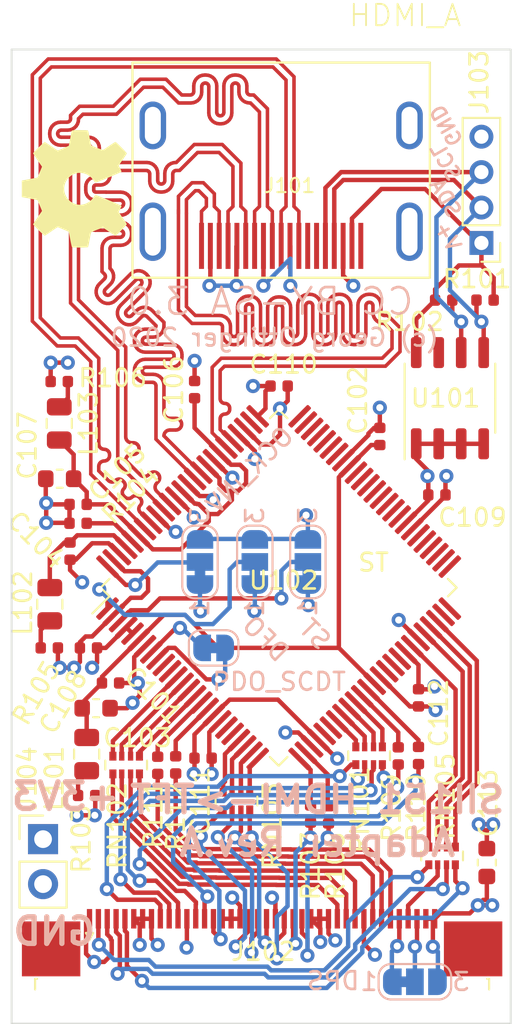
<source format=kicad_pcb>
(kicad_pcb (version 20171130) (host pcbnew 5.1.6-c6e7f7d~87~ubuntu18.04.1)
  (layers (0 F.Cu signal) (1 In1.Cu power) (2 In2.Cu power) (31 B.Cu signal) (34 B.Paste user) (35 F.Paste user) (36 B.SilkS user) (37 F.SilkS user) (38 B.Mask user) (39 F.Mask user) (44 Edge.Cuts user))
  (net 0 "")
  (net 1 GND)
  (net 2 "Net-(J102-Pad2)")
  (net 3 "Net-(J102-Pad4)")
  (net 4 "Net-(J102-Pad5)")
  (net 5 "Net-(J102-Pad9)")
  (net 6 "Net-(J102-Pad10)")
  (net 7 "Net-(J102-Pad11)")
  (net 8 "Net-(J102-Pad13)")
  (net 9 "Net-(J102-Pad14)")
  (net 10 "Net-(J102-Pad15)")
  (net 11 "Net-(J102-Pad19)")
  (net 12 "Net-(J102-Pad20)")
  (net 13 "Net-(J102-Pad21)")
  (net 14 "Net-(J102-Pad23)")
  (net 15 "Net-(J102-Pad24)")
  (net 16 "Net-(J102-Pad25)")
  (net 17 "Net-(J102-Pad29)")
  (net 18 "Net-(J102-Pad30)")
  (net 19 "Net-(J102-Pad31)")
  (net 20 "Net-(J102-Pad33)")
  (net 21 "Net-(J102-Pad34)")
  (net 22 "Net-(J102-Pad35)")
  (net 23 "Net-(J102-Pad37)")
  (net 24 "Net-(J102-Pad38)")
  (net 25 "Net-(RN101-Pad1)")
  (net 26 "Net-(RN101-Pad3)")
  (net 27 "Net-(RN101-Pad2)")
  (net 28 "Net-(RN101-Pad4)")
  (net 29 "Net-(RN102-Pad1)")
  (net 30 "Net-(RN102-Pad2)")
  (net 31 "Net-(RN102-Pad3)")
  (net 32 "Net-(RN102-Pad4)")
  (net 33 "Net-(RN103-Pad1)")
  (net 34 "Net-(RN103-Pad2)")
  (net 35 "Net-(RN103-Pad3)")
  (net 36 "Net-(RN103-Pad4)")
  (net 37 "Net-(RN105-Pad1)")
  (net 38 "Net-(RN105-Pad2)")
  (net 39 "Net-(RN105-Pad3)")
  (net 40 "Net-(RN105-Pad4)")
  (net 41 "Net-(J101-Pad13)")
  (net 42 "Net-(J101-Pad15)")
  (net 43 "Net-(J101-Pad19)")
  (net 44 "Net-(J101-Pad14)")
  (net 45 "Net-(J101-Pad16)")
  (net 46 "Net-(J101-Pad18)")
  (net 47 +3V3)
  (net 48 "Net-(L101-Pad1)")
  (net 49 "Net-(L102-Pad1)")
  (net 50 "Net-(L103-Pad1)")
  (net 51 "Net-(JP103-Pad2)")
  (net 52 "Net-(JP102-Pad2)")
  (net 53 "Net-(R107-Pad2)")
  (net 54 "Net-(R108-Pad2)")
  (net 55 /RX2-)
  (net 56 /RX2+)
  (net 57 /RXC-)
  (net 58 /RXC+)
  (net 59 /RX0-)
  (net 60 /RX0+)
  (net 61 /RX1-)
  (net 62 /RX1+)
  (net 63 "Net-(C101-Pad1)")
  (net 64 "Net-(C104-Pad1)")
  (net 65 "Net-(C105-Pad1)")
  (net 66 "Net-(JP101-Pad2)")
  (net 67 "Net-(R104-Pad1)")
  (net 68 "Net-(U101-Pad7)")
  (net 69 "Net-(U102-Pad10)")
  (net 70 "Net-(U102-Pad11)")
  (net 71 "Net-(U102-Pad20)")
  (net 72 "Net-(U102-Pad21)")
  (net 73 "Net-(U102-Pad30)")
  (net 74 "Net-(U102-Pad31)")
  (net 75 "Net-(U102-Pad40)")
  (net 76 "Net-(U102-Pad41)")
  (net 77 "Net-(U102-Pad42)")
  (net 78 "Net-(U102-Pad49)")
  (net 79 "Net-(U102-Pad50)")
  (net 80 "Net-(U102-Pad51)")
  (net 81 "Net-(U102-Pad52)")
  (net 82 "Net-(U102-Pad53)")
  (net 83 "Net-(U102-Pad54)")
  (net 84 "Net-(U102-Pad55)")
  (net 85 "Net-(U102-Pad56)")
  (net 86 "Net-(U102-Pad59)")
  (net 87 "Net-(U102-Pad60)")
  (net 88 "Net-(U102-Pad61)")
  (net 89 "Net-(U102-Pad62)")
  (net 90 "Net-(U102-Pad63)")
  (net 91 "Net-(U102-Pad64)")
  (net 92 "Net-(U102-Pad65)")
  (net 93 "Net-(U102-Pad66)")
  (net 94 "Net-(U102-Pad69)")
  (net 95 "Net-(U102-Pad70)")
  (net 96 "Net-(U102-Pad71)")
  (net 97 "Net-(U102-Pad72)")
  (net 98 "Net-(U102-Pad73)")
  (net 99 "Net-(U102-Pad74)")
  (net 100 "Net-(U102-Pad75)")
  (net 101 "Net-(U102-Pad77)")
  (net 102 "Net-(JP105-Pad1)")
  (net 103 "Net-(JP105-Pad2)")
  (net 104 "Net-(R109-Pad2)")
  (net 105 "Net-(R110-Pad2)")
  (net 106 "Net-(R111-Pad2)")
  (net 107 "Net-(R112-Pad2)")
  (module Symbol:OSHW-Symbol_6.7x6mm_SilkScreen (layer F.Cu) (at 120.777 18.288 90)
    (fp_text reference REF** hide)
    (fp_text value OSHW-Symbol_6.7x6mm_SilkScreen hide)
  )
  (module lib:TE_4-1734839-0_1x40-1MP_P0.5mm_Horizontal (layer F.Cu) (at 131.3738 60.8368)
    (fp_text reference J102 (at 0.0712 0.5042) (layer F.SilkS))
    (fp_text value Conn_01x40)
    (pad MP smd rect (at 11.92 0.35) (size 3.3 3.1) (layers F.Cu F.Paste F.Mask))
    (pad MP smd rect (at -11.92 0.35) (size 3.3 3.1) (layers F.Cu F.Paste F.Mask))
    (pad 40 smd rect (at 9.75 -1.35) (size 0.3 1.1) (layers F.Cu F.Paste F.Mask) (net 47 +3V3))
    (pad 39 smd rect (at 9.25 -1.35) (size 0.3 1.1) (layers F.Cu F.Paste F.Mask) (net 47 +3V3))
    (pad 38 smd rect (at 8.75 -1.35) (size 0.3 1.1) (layers F.Cu F.Paste F.Mask) (net 24 "Net-(J102-Pad38)"))
    (pad 37 smd rect (at 8.25 -1.35) (size 0.3 1.1) (layers F.Cu F.Paste F.Mask) (net 23 "Net-(J102-Pad37)"))
    (pad 36 smd rect (at 7.75 -1.35) (size 0.3 1.1) (layers F.Cu F.Paste F.Mask) (net 1 GND))
    (pad 35 smd rect (at 7.25 -1.35) (size 0.3 1.1) (layers F.Cu F.Paste F.Mask) (net 22 "Net-(J102-Pad35)"))
    (pad 34 smd rect (at 6.75 -1.35) (size 0.3 1.1) (layers F.Cu F.Paste F.Mask) (net 21 "Net-(J102-Pad34)"))
    (pad 33 smd rect (at 6.25 -1.35) (size 0.3 1.1) (layers F.Cu F.Paste F.Mask) (net 20 "Net-(J102-Pad33)"))
    (pad 32 smd rect (at 5.75 -1.35) (size 0.3 1.1) (layers F.Cu F.Paste F.Mask) (net 1 GND))
    (pad 31 smd rect (at 5.25 -1.35) (size 0.3 1.1) (layers F.Cu F.Paste F.Mask) (net 19 "Net-(J102-Pad31)"))
    (pad 30 smd rect (at 4.75 -1.35) (size 0.3 1.1) (layers F.Cu F.Paste F.Mask) (net 18 "Net-(J102-Pad30)"))
    (pad 29 smd rect (at 4.25 -1.35) (size 0.3 1.1) (layers F.Cu F.Paste F.Mask) (net 17 "Net-(J102-Pad29)"))
    (pad 28 smd rect (at 3.75 -1.35) (size 0.3 1.1) (layers F.Cu F.Paste F.Mask) (net 1 GND))
    (pad 27 smd rect (at 3.25 -1.35) (size 0.3 1.1) (layers F.Cu F.Paste F.Mask) (net 1 GND))
    (pad 26 smd rect (at 2.75 -1.35) (size 0.3 1.1) (layers F.Cu F.Paste F.Mask) (net 1 GND))
    (pad 25 smd rect (at 2.25 -1.35) (size 0.3 1.1) (layers F.Cu F.Paste F.Mask) (net 16 "Net-(J102-Pad25)"))
    (pad 24 smd rect (at 1.75 -1.35) (size 0.3 1.1) (layers F.Cu F.Paste F.Mask) (net 15 "Net-(J102-Pad24)"))
    (pad 23 smd rect (at 1.25 -1.35) (size 0.3 1.1) (layers F.Cu F.Paste F.Mask) (net 14 "Net-(J102-Pad23)"))
    (pad 22 smd rect (at 0.75 -1.35) (size 0.3 1.1) (layers F.Cu F.Paste F.Mask) (net 1 GND))
    (pad 21 smd rect (at 0.25 -1.35) (size 0.3 1.1) (layers F.Cu F.Paste F.Mask) (net 13 "Net-(J102-Pad21)"))
    (pad 20 smd rect (at -0.25 -1.35) (size 0.3 1.1) (layers F.Cu F.Paste F.Mask) (net 12 "Net-(J102-Pad20)"))
    (pad 19 smd rect (at -0.75 -1.35) (size 0.3 1.1) (layers F.Cu F.Paste F.Mask) (net 11 "Net-(J102-Pad19)"))
    (pad 18 smd rect (at -1.25 -1.35) (size 0.3 1.1) (layers F.Cu F.Paste F.Mask) (net 1 GND))
    (pad 17 smd rect (at -1.75 -1.35) (size 0.3 1.1) (layers F.Cu F.Paste F.Mask) (net 1 GND))
    (pad 16 smd rect (at -2.25 -1.35) (size 0.3 1.1) (layers F.Cu F.Paste F.Mask) (net 1 GND))
    (pad 15 smd rect (at -2.75 -1.35) (size 0.3 1.1) (layers F.Cu F.Paste F.Mask) (net 10 "Net-(J102-Pad15)"))
    (pad 14 smd rect (at -3.25 -1.35) (size 0.3 1.1) (layers F.Cu F.Paste F.Mask) (net 9 "Net-(J102-Pad14)"))
    (pad 13 smd rect (at -3.75 -1.35) (size 0.3 1.1) (layers F.Cu F.Paste F.Mask) (net 8 "Net-(J102-Pad13)"))
    (pad 12 smd rect (at -4.25 -1.35) (size 0.3 1.1) (layers F.Cu F.Paste F.Mask) (net 1 GND))
    (pad 11 smd rect (at -4.75 -1.35) (size 0.3 1.1) (layers F.Cu F.Paste F.Mask) (net 7 "Net-(J102-Pad11)"))
    (pad 10 smd rect (at -5.25 -1.35) (size 0.3 1.1) (layers F.Cu F.Paste F.Mask) (net 6 "Net-(J102-Pad10)"))
    (pad 9 smd rect (at -5.75 -1.35) (size 0.3 1.1) (layers F.Cu F.Paste F.Mask) (net 5 "Net-(J102-Pad9)"))
    (pad 8 smd rect (at -6.25 -1.35) (size 0.3 1.1) (layers F.Cu F.Paste F.Mask) (net 1 GND))
    (pad 7 smd rect (at -6.75 -1.35) (size 0.3 1.1) (layers F.Cu F.Paste F.Mask) (net 1 GND))
    (pad 6 smd rect (at -7.25 -1.35) (size 0.3 1.1) (layers F.Cu F.Paste F.Mask) (net 1 GND))
    (pad 5 smd rect (at -7.75 -1.35) (size 0.3 1.1) (layers F.Cu F.Paste F.Mask) (net 4 "Net-(J102-Pad5)"))
    (pad 4 smd rect (at -8.25 -1.35) (size 0.3 1.1) (layers F.Cu F.Paste F.Mask) (net 3 "Net-(J102-Pad4)"))
    (pad 3 smd rect (at -8.75 -1.35) (size 0.3 1.1) (layers F.Cu F.Paste F.Mask) (net 1 GND))
    (pad 2 smd rect (at -9.25 -1.35) (size 0.3 1.1) (layers F.Cu F.Paste F.Mask) (net 2 "Net-(J102-Pad2)"))
    (pad 1 smd rect (at -9.75 -1.35) (size 0.3 1.1) (layers F.Cu F.Paste F.Mask) (net 1 GND))
  )
  (module Resistor_SMD:R_Array_Convex_4x0402 (layer F.Cu) (at 123.694 50.808 270)
    (fp_text reference RN102 (at 3.421 0.504 90) (layer F.SilkS))
    (fp_text value 47)
    (pad 5 smd rect (at 0.5 0.75 270) (size 0.5 0.4) (layers F.Cu F.Paste F.Mask) (net 17 "Net-(J102-Pad29)"))
    (pad 6 smd rect (at 0.5 0.25 270) (size 0.5 0.3) (layers F.Cu F.Paste F.Mask) (net 18 "Net-(J102-Pad30)"))
    (pad 8 smd rect (at 0.5 -0.75 270) (size 0.5 0.4) (layers F.Cu F.Paste F.Mask) (net 20 "Net-(J102-Pad33)"))
    (pad 7 smd rect (at 0.5 -0.25 270) (size 0.5 0.3) (layers F.Cu F.Paste F.Mask) (net 19 "Net-(J102-Pad31)"))
    (pad 4 smd rect (at -0.5 0.75 270) (size 0.5 0.4) (layers F.Cu F.Paste F.Mask) (net 32 "Net-(RN102-Pad4)"))
    (pad 2 smd rect (at -0.5 -0.25 270) (size 0.5 0.3) (layers F.Cu F.Paste F.Mask) (net 30 "Net-(RN102-Pad2)"))
    (pad 3 smd rect (at -0.5 0.25 270) (size 0.5 0.3) (layers F.Cu F.Paste F.Mask) (net 31 "Net-(RN102-Pad3)"))
    (pad 1 smd rect (at -0.5 -0.75 270) (size 0.5 0.4) (layers F.Cu F.Paste F.Mask) (net 29 "Net-(RN102-Pad1)"))
  )
  (module Resistor_SMD:R_Array_Convex_4x0402 (layer F.Cu) (at 137.418 50.284 270)
    (fp_text reference RN101 (at 3.056 0.512 90) (layer F.SilkS))
    (fp_text value 47)
    (pad 5 smd rect (at 0.5 0.75 270) (size 0.5 0.4) (layers F.Cu F.Paste F.Mask) (net 5 "Net-(J102-Pad9)"))
    (pad 6 smd rect (at 0.5 0.25 270) (size 0.5 0.3) (layers F.Cu F.Paste F.Mask) (net 6 "Net-(J102-Pad10)"))
    (pad 8 smd rect (at 0.5 -0.75 270) (size 0.5 0.4) (layers F.Cu F.Paste F.Mask) (net 8 "Net-(J102-Pad13)"))
    (pad 7 smd rect (at 0.5 -0.25 270) (size 0.5 0.3) (layers F.Cu F.Paste F.Mask) (net 7 "Net-(J102-Pad11)"))
    (pad 4 smd rect (at -0.5 0.75 270) (size 0.5 0.4) (layers F.Cu F.Paste F.Mask) (net 28 "Net-(RN101-Pad4)"))
    (pad 2 smd rect (at -0.5 -0.25 270) (size 0.5 0.3) (layers F.Cu F.Paste F.Mask) (net 27 "Net-(RN101-Pad2)"))
    (pad 3 smd rect (at -0.5 0.25 270) (size 0.5 0.3) (layers F.Cu F.Paste F.Mask) (net 26 "Net-(RN101-Pad3)"))
    (pad 1 smd rect (at -0.5 -0.75 270) (size 0.5 0.4) (layers F.Cu F.Paste F.Mask) (net 25 "Net-(RN101-Pad1)"))
  )
  (module Resistor_SMD:R_0402_1005Metric (layer F.Cu) (at 126.492 50.8 90)
    (fp_text reference R112 (at -2.921 0 90) (layer F.SilkS))
    (fp_text value 47)
    (pad 2 smd roundrect (at 0.485 0 90) (size 0.59 0.64) (layers F.Cu F.Paste F.Mask) (net 107 "Net-(R112-Pad2)"))
    (pad 1 smd roundrect (at -0.485 0 90) (size 0.59 0.64) (layers F.Cu F.Paste F.Mask) (net 22 "Net-(J102-Pad35)"))
  )
  (module Resistor_SMD:R_0402_1005Metric (layer F.Cu) (at 125.476 50.823 90)
    (fp_text reference R111 (at -2.771 -0.254 90) (layer F.SilkS))
    (fp_text value 47)
    (pad 2 smd roundrect (at 0.485 0 90) (size 0.59 0.64) (layers F.Cu F.Paste F.Mask) (net 106 "Net-(R111-Pad2)"))
    (pad 1 smd roundrect (at -0.485 0 90) (size 0.59 0.64) (layers F.Cu F.Paste F.Mask) (net 21 "Net-(J102-Pad34)"))
  )
  (module Resistor_SMD:R_0402_1005Metric (layer F.Cu) (at 140.208 50.269 90)
    (fp_text reference R110 (at -2.944 -0.127 90) (layer F.SilkS))
    (fp_text value 47)
    (pad 2 smd roundrect (at 0.485 0 90) (size 0.59 0.64) (layers F.Cu F.Paste F.Mask) (net 105 "Net-(R110-Pad2)"))
    (pad 1 smd roundrect (at -0.485 0 90) (size 0.59 0.64) (layers F.Cu F.Paste F.Mask) (net 10 "Net-(J102-Pad15)"))
  )
  (module Resistor_SMD:R_0402_1005Metric (layer F.Cu) (at 139.065 50.292 90)
    (fp_text reference R109 (at -2.921 -0.381 90) (layer F.SilkS))
    (fp_text value 47)
    (pad 2 smd roundrect (at 0.485 0 90) (size 0.59 0.64) (layers F.Cu F.Paste F.Mask) (net 104 "Net-(R109-Pad2)"))
    (pad 1 smd roundrect (at -0.485 0 90) (size 0.59 0.64) (layers F.Cu F.Paste F.Mask) (net 9 "Net-(J102-Pad14)"))
  )
  (module Package_QFP:LQFP-100_14x14mm_P0.5mm (layer F.Cu) (at 132.3086 40.7924 45)
    (fp_text reference U102 (at 0.484934 -0.089803 180) (layer F.SilkS))
    (fp_text value Sii151)
    (pad 1 smd roundrect (at -7.675 -6 45) (size 1.6 0.3) (layers F.Cu F.Paste F.Mask) (net 52 "Net-(JP102-Pad2)"))
    (pad 2 smd roundrect (at -7.675 -5.5 45) (size 1.6 0.3) (layers F.Cu F.Paste F.Mask) (net 47 +3V3))
    (pad 3 smd roundrect (at -7.675 -5 45) (size 1.6 0.3) (layers F.Cu F.Paste F.Mask) (net 66 "Net-(JP101-Pad2)"))
    (pad 4 smd roundrect (at -7.675 -4.5 45) (size 1.6 0.3) (layers F.Cu F.Paste F.Mask) (net 1 GND))
    (pad 5 smd roundrect (at -7.675 -4 45) (size 1.6 0.3) (layers F.Cu F.Paste F.Mask) (net 1 GND))
    (pad 6 smd roundrect (at -7.675 -3.5 45) (size 1.6 0.3) (layers F.Cu F.Paste F.Mask) (net 63 "Net-(C101-Pad1)"))
    (pad 7 smd roundrect (at -7.675 -3 45) (size 1.6 0.3) (layers F.Cu F.Paste F.Mask) (net 1 GND))
    (pad 8 smd roundrect (at -7.675 -2.5 45) (size 1.6 0.3) (layers F.Cu F.Paste F.Mask) (net 103 "Net-(JP105-Pad2)"))
    (pad 9 smd roundrect (at -7.675 -2 45) (size 1.6 0.3) (layers F.Cu F.Paste F.Mask) (net 102 "Net-(JP105-Pad1)"))
    (pad 10 smd roundrect (at -7.675 -1.5 45) (size 1.6 0.3) (layers F.Cu F.Paste F.Mask) (net 69 "Net-(U102-Pad10)"))
    (pad 11 smd roundrect (at -7.675 -1 45) (size 1.6 0.3) (layers F.Cu F.Paste F.Mask) (net 70 "Net-(U102-Pad11)"))
    (pad 12 smd roundrect (at -7.675 -0.5 45) (size 1.6 0.3) (layers F.Cu F.Paste F.Mask) (net 32 "Net-(RN102-Pad4)"))
    (pad 13 smd roundrect (at -7.675 0 45) (size 1.6 0.3) (layers F.Cu F.Paste F.Mask) (net 31 "Net-(RN102-Pad3)"))
    (pad 14 smd roundrect (at -7.675 0.5 45) (size 1.6 0.3) (layers F.Cu F.Paste F.Mask) (net 30 "Net-(RN102-Pad2)"))
    (pad 15 smd roundrect (at -7.675 1 45) (size 1.6 0.3) (layers F.Cu F.Paste F.Mask) (net 29 "Net-(RN102-Pad1)"))
    (pad 16 smd roundrect (at -7.675 1.5 45) (size 1.6 0.3) (layers F.Cu F.Paste F.Mask) (net 106 "Net-(R111-Pad2)"))
    (pad 17 smd roundrect (at -7.675 2 45) (size 1.6 0.3) (layers F.Cu F.Paste F.Mask) (net 107 "Net-(R112-Pad2)"))
    (pad 18 smd roundrect (at -7.675 2.5 45) (size 1.6 0.3) (layers F.Cu F.Paste F.Mask) (net 47 +3V3))
    (pad 19 smd roundrect (at -7.675 3 45) (size 1.6 0.3) (layers F.Cu F.Paste F.Mask) (net 1 GND))
    (pad 20 smd roundrect (at -7.675 3.5 45) (size 1.6 0.3) (layers F.Cu F.Paste F.Mask) (net 71 "Net-(U102-Pad20)"))
    (pad 21 smd roundrect (at -7.675 4 45) (size 1.6 0.3) (layers F.Cu F.Paste F.Mask) (net 72 "Net-(U102-Pad21)"))
    (pad 22 smd roundrect (at -7.675 4.5 45) (size 1.6 0.3) (layers F.Cu F.Paste F.Mask) (net 36 "Net-(RN103-Pad4)"))
    (pad 23 smd roundrect (at -7.675 5 45) (size 1.6 0.3) (layers F.Cu F.Paste F.Mask) (net 35 "Net-(RN103-Pad3)"))
    (pad 24 smd roundrect (at -7.675 5.5 45) (size 1.6 0.3) (layers F.Cu F.Paste F.Mask) (net 34 "Net-(RN103-Pad2)"))
    (pad 25 smd roundrect (at -7.675 6 45) (size 1.6 0.3) (layers F.Cu F.Paste F.Mask) (net 33 "Net-(RN103-Pad1)"))
    (pad 26 smd roundrect (at -6 7.675 45) (size 0.3 1.6) (layers F.Cu F.Paste F.Mask) (net 53 "Net-(R107-Pad2)"))
    (pad 27 smd roundrect (at -5.5 7.675 45) (size 0.3 1.6) (layers F.Cu F.Paste F.Mask) (net 54 "Net-(R108-Pad2)"))
    (pad 28 smd roundrect (at -5 7.675 45) (size 0.3 1.6) (layers F.Cu F.Paste F.Mask) (net 1 GND))
    (pad 29 smd roundrect (at -4.5 7.675 45) (size 0.3 1.6) (layers F.Cu F.Paste F.Mask) (net 47 +3V3))
    (pad 30 smd roundrect (at -4 7.675 45) (size 0.3 1.6) (layers F.Cu F.Paste F.Mask) (net 73 "Net-(U102-Pad30)"))
    (pad 31 smd roundrect (at -3.5 7.675 45) (size 0.3 1.6) (layers F.Cu F.Paste F.Mask) (net 74 "Net-(U102-Pad31)"))
    (pad 32 smd roundrect (at -3 7.675 45) (size 0.3 1.6) (layers F.Cu F.Paste F.Mask) (net 28 "Net-(RN101-Pad4)"))
    (pad 33 smd roundrect (at -2.5 7.675 45) (size 0.3 1.6) (layers F.Cu F.Paste F.Mask) (net 26 "Net-(RN101-Pad3)"))
    (pad 34 smd roundrect (at -2 7.675 45) (size 0.3 1.6) (layers F.Cu F.Paste F.Mask) (net 27 "Net-(RN101-Pad2)"))
    (pad 35 smd roundrect (at -1.5 7.675 45) (size 0.3 1.6) (layers F.Cu F.Paste F.Mask) (net 25 "Net-(RN101-Pad1)"))
    (pad 36 smd roundrect (at -1 7.675 45) (size 0.3 1.6) (layers F.Cu F.Paste F.Mask) (net 104 "Net-(R109-Pad2)"))
    (pad 37 smd roundrect (at -0.5 7.675 45) (size 0.3 1.6) (layers F.Cu F.Paste F.Mask) (net 105 "Net-(R110-Pad2)"))
    (pad 38 smd roundrect (at 0 7.675 45) (size 0.3 1.6) (layers F.Cu F.Paste F.Mask) (net 63 "Net-(C101-Pad1)"))
    (pad 39 smd roundrect (at 0.5 7.675 45) (size 0.3 1.6) (layers F.Cu F.Paste F.Mask) (net 1 GND))
    (pad 40 smd roundrect (at 1 7.675 45) (size 0.3 1.6) (layers F.Cu F.Paste F.Mask) (net 75 "Net-(U102-Pad40)"))
    (pad 41 smd roundrect (at 1.5 7.675 45) (size 0.3 1.6) (layers F.Cu F.Paste F.Mask) (net 76 "Net-(U102-Pad41)"))
    (pad 42 smd roundrect (at 2 7.675 45) (size 0.3 1.6) (layers F.Cu F.Paste F.Mask) (net 77 "Net-(U102-Pad42)"))
    (pad 43 smd roundrect (at 2.5 7.675 45) (size 0.3 1.6) (layers F.Cu F.Paste F.Mask) (net 47 +3V3))
    (pad 44 smd roundrect (at 3 7.675 45) (size 0.3 1.6) (layers F.Cu F.Paste F.Mask) (net 40 "Net-(RN105-Pad4)"))
    (pad 45 smd roundrect (at 3.5 7.675 45) (size 0.3 1.6) (layers F.Cu F.Paste F.Mask) (net 1 GND))
    (pad 46 smd roundrect (at 4 7.675 45) (size 0.3 1.6) (layers F.Cu F.Paste F.Mask) (net 39 "Net-(RN105-Pad3)"))
    (pad 47 smd roundrect (at 4.5 7.675 45) (size 0.3 1.6) (layers F.Cu F.Paste F.Mask) (net 38 "Net-(RN105-Pad2)"))
    (pad 48 smd roundrect (at 5 7.675 45) (size 0.3 1.6) (layers F.Cu F.Paste F.Mask) (net 37 "Net-(RN105-Pad1)"))
    (pad 49 smd roundrect (at 5.5 7.675 45) (size 0.3 1.6) (layers F.Cu F.Paste F.Mask) (net 78 "Net-(U102-Pad49)"))
    (pad 50 smd roundrect (at 6 7.675 45) (size 0.3 1.6) (layers F.Cu F.Paste F.Mask) (net 79 "Net-(U102-Pad50)"))
    (pad 51 smd roundrect (at 7.675 6 45) (size 1.6 0.3) (layers F.Cu F.Paste F.Mask) (net 80 "Net-(U102-Pad51)"))
    (pad 52 smd roundrect (at 7.675 5.5 45) (size 1.6 0.3) (layers F.Cu F.Paste F.Mask) (net 81 "Net-(U102-Pad52)"))
    (pad 53 smd roundrect (at 7.675 5 45) (size 1.6 0.3) (layers F.Cu F.Paste F.Mask) (net 82 "Net-(U102-Pad53)"))
    (pad 54 smd roundrect (at 7.675 4.5 45) (size 1.6 0.3) (layers F.Cu F.Paste F.Mask) (net 83 "Net-(U102-Pad54)"))
    (pad 55 smd roundrect (at 7.675 4 45) (size 1.6 0.3) (layers F.Cu F.Paste F.Mask) (net 84 "Net-(U102-Pad55)"))
    (pad 56 smd roundrect (at 7.675 3.5 45) (size 1.6 0.3) (layers F.Cu F.Paste F.Mask) (net 85 "Net-(U102-Pad56)"))
    (pad 57 smd roundrect (at 7.675 3 45) (size 1.6 0.3) (layers F.Cu F.Paste F.Mask) (net 47 +3V3))
    (pad 58 smd roundrect (at 7.675 2.5 45) (size 1.6 0.3) (layers F.Cu F.Paste F.Mask) (net 1 GND))
    (pad 59 smd roundrect (at 7.675 2 45) (size 1.6 0.3) (layers F.Cu F.Paste F.Mask) (net 86 "Net-(U102-Pad59)"))
    (pad 60 smd roundrect (at 7.675 1.5 45) (size 1.6 0.3) (layers F.Cu F.Paste F.Mask) (net 87 "Net-(U102-Pad60)"))
    (pad 61 smd roundrect (at 7.675 1 45) (size 1.6 0.3) (layers F.Cu F.Paste F.Mask) (net 88 "Net-(U102-Pad61)"))
    (pad 62 smd roundrect (at 7.675 0.5 45) (size 1.6 0.3) (layers F.Cu F.Paste F.Mask) (net 89 "Net-(U102-Pad62)"))
    (pad 63 smd roundrect (at 7.675 0 45) (size 1.6 0.3) (layers F.Cu F.Paste F.Mask) (net 90 "Net-(U102-Pad63)"))
    (pad 64 smd roundrect (at 7.675 -0.5 45) (size 1.6 0.3) (layers F.Cu F.Paste F.Mask) (net 91 "Net-(U102-Pad64)"))
    (pad 65 smd roundrect (at 7.675 -1 45) (size 1.6 0.3) (layers F.Cu F.Paste F.Mask) (net 92 "Net-(U102-Pad65)"))
    (pad 66 smd roundrect (at 7.675 -1.5 45) (size 1.6 0.3) (layers F.Cu F.Paste F.Mask) (net 93 "Net-(U102-Pad66)"))
    (pad 67 smd roundrect (at 7.675 -2 45) (size 1.6 0.3) (layers F.Cu F.Paste F.Mask) (net 63 "Net-(C101-Pad1)"))
    (pad 68 smd roundrect (at 7.675 -2.5 45) (size 1.6 0.3) (layers F.Cu F.Paste F.Mask) (net 1 GND))
    (pad 69 smd roundrect (at 7.675 -3 45) (size 1.6 0.3) (layers F.Cu F.Paste F.Mask) (net 94 "Net-(U102-Pad69)"))
    (pad 70 smd roundrect (at 7.675 -3.5 45) (size 1.6 0.3) (layers F.Cu F.Paste F.Mask) (net 95 "Net-(U102-Pad70)"))
    (pad 71 smd roundrect (at 7.675 -4 45) (size 1.6 0.3) (layers F.Cu F.Paste F.Mask) (net 96 "Net-(U102-Pad71)"))
    (pad 72 smd roundrect (at 7.675 -4.5 45) (size 1.6 0.3) (layers F.Cu F.Paste F.Mask) (net 97 "Net-(U102-Pad72)"))
    (pad 73 smd roundrect (at 7.675 -5 45) (size 1.6 0.3) (layers F.Cu F.Paste F.Mask) (net 98 "Net-(U102-Pad73)"))
    (pad 74 smd roundrect (at 7.675 -5.5 45) (size 1.6 0.3) (layers F.Cu F.Paste F.Mask) (net 99 "Net-(U102-Pad74)"))
    (pad 75 smd roundrect (at 7.675 -6 45) (size 1.6 0.3) (layers F.Cu F.Paste F.Mask) (net 100 "Net-(U102-Pad75)"))
    (pad 76 smd roundrect (at 6 -7.675 45) (size 0.3 1.6) (layers F.Cu F.Paste F.Mask) (net 1 GND))
    (pad 77 smd roundrect (at 5.5 -7.675 45) (size 0.3 1.6) (layers F.Cu F.Paste F.Mask) (net 101 "Net-(U102-Pad77)"))
    (pad 78 smd roundrect (at 5 -7.675 45) (size 0.3 1.6) (layers F.Cu F.Paste F.Mask) (net 47 +3V3))
    (pad 79 smd roundrect (at 4.5 -7.675 45) (size 0.3 1.6) (layers F.Cu F.Paste F.Mask) (net 1 GND))
    (pad 80 smd roundrect (at 4 -7.675 45) (size 0.3 1.6) (layers F.Cu F.Paste F.Mask) (net 56 /RX2+))
    (pad 81 smd roundrect (at 3.5 -7.675 45) (size 0.3 1.6) (layers F.Cu F.Paste F.Mask) (net 55 /RX2-))
    (pad 82 smd roundrect (at 3 -7.675 45) (size 0.3 1.6) (layers F.Cu F.Paste F.Mask) (net 65 "Net-(C105-Pad1)"))
    (pad 83 smd roundrect (at 2.5 -7.675 45) (size 0.3 1.6) (layers F.Cu F.Paste F.Mask) (net 1 GND))
    (pad 84 smd roundrect (at 2 -7.675 45) (size 0.3 1.6) (layers F.Cu F.Paste F.Mask) (net 65 "Net-(C105-Pad1)"))
    (pad 85 smd roundrect (at 1.5 -7.675 45) (size 0.3 1.6) (layers F.Cu F.Paste F.Mask) (net 62 /RX1+))
    (pad 86 smd roundrect (at 1 -7.675 45) (size 0.3 1.6) (layers F.Cu F.Paste F.Mask) (net 61 /RX1-))
    (pad 87 smd roundrect (at 0.5 -7.675 45) (size 0.3 1.6) (layers F.Cu F.Paste F.Mask) (net 1 GND))
    (pad 88 smd roundrect (at 0 -7.675 45) (size 0.3 1.6) (layers F.Cu F.Paste F.Mask) (net 65 "Net-(C105-Pad1)"))
    (pad 89 smd roundrect (at -0.5 -7.675 45) (size 0.3 1.6) (layers F.Cu F.Paste F.Mask) (net 1 GND))
    (pad 90 smd roundrect (at -1 -7.675 45) (size 0.3 1.6) (layers F.Cu F.Paste F.Mask) (net 60 /RX0+))
    (pad 91 smd roundrect (at -1.5 -7.675 45) (size 0.3 1.6) (layers F.Cu F.Paste F.Mask) (net 59 /RX0-))
    (pad 92 smd roundrect (at -2 -7.675 45) (size 0.3 1.6) (layers F.Cu F.Paste F.Mask) (net 1 GND))
    (pad 93 smd roundrect (at -2.5 -7.675 45) (size 0.3 1.6) (layers F.Cu F.Paste F.Mask) (net 58 /RXC+))
    (pad 94 smd roundrect (at -3 -7.675 45) (size 0.3 1.6) (layers F.Cu F.Paste F.Mask) (net 57 /RXC-))
    (pad 95 smd roundrect (at -3.5 -7.675 45) (size 0.3 1.6) (layers F.Cu F.Paste F.Mask) (net 65 "Net-(C105-Pad1)"))
    (pad 96 smd roundrect (at -4 -7.675 45) (size 0.3 1.6) (layers F.Cu F.Paste F.Mask) (net 67 "Net-(R104-Pad1)"))
    (pad 97 smd roundrect (at -4.5 -7.675 45) (size 0.3 1.6) (layers F.Cu F.Paste F.Mask) (net 64 "Net-(C104-Pad1)"))
    (pad 98 smd roundrect (at -5 -7.675 45) (size 0.3 1.6) (layers F.Cu F.Paste F.Mask) (net 1 GND))
    (pad 99 smd roundrect (at -5.5 -7.675 45) (size 0.3 1.6) (layers F.Cu F.Paste F.Mask) (net 47 +3V3))
    (pad 100 smd roundrect (at -6 -7.675 45) (size 0.3 1.6) (layers F.Cu F.Paste F.Mask) (net 51 "Net-(JP103-Pad2)"))
  )
  (module Jumper:SolderJumper-2_P1.3mm_Bridged_RoundedPad1.0x1.5mm (layer B.Cu) (at 128.636 44.196 180)
    (fp_text reference JP105 hide)
    (fp_text value SolderJumper_2_Bridged)
    (fp_poly (pts (xy 0.25 0.3) (xy -0.25 0.3) (xy -0.25 -0.3) (xy 0.25 -0.3)) (layer B.Cu) (width 0))
    (pad 1 smd custom (at -0.65 0 180) (size 1 0.5) (layers B.Cu B.Mask) (net 102 "Net-(JP105-Pad1)") (options (clearance outline) (anchor rect)) (primitives (gr_circle (center 0 -0.25) (end 0.5 -0.25) (width 0)) (gr_circle (center 0 0.25) (end 0.5 0.25) (width 0)) (gr_poly (pts (xy 0 0.75) (xy 0.5 0.75) (xy 0.5 -0.75) (xy 0 -0.75)) (width 0))))
    (pad 2 smd custom (at 0.65 0 180) (size 1 0.5) (layers B.Cu B.Mask) (net 103 "Net-(JP105-Pad2)") (options (clearance outline) (anchor rect)) (primitives (gr_circle (center 0 -0.25) (end 0.5 -0.25) (width 0)) (gr_circle (center 0 0.25) (end 0.5 0.25) (width 0)) (gr_poly (pts (xy 0 0.75) (xy -0.5 0.75) (xy -0.5 -0.75) (xy 0 -0.75)) (width 0))))
  )
  (module Package_SO:SO-8_3.9x4.9mm_P1.27mm (layer F.Cu) (at 141.986 30.099 90)
    (fp_text reference U101 (at 0 -0.254 180) (layer F.SilkS))
    (fp_text value 24LC02)
    (pad 1 smd roundrect (at -2.575 -1.905 90) (size 1.75 0.6) (layers F.Cu F.Paste F.Mask) (net 1 GND))
    (pad 2 smd roundrect (at -2.575 -0.635 90) (size 1.75 0.6) (layers F.Cu F.Paste F.Mask) (net 1 GND))
    (pad 3 smd roundrect (at -2.575 0.635 90) (size 1.75 0.6) (layers F.Cu F.Paste F.Mask) (net 1 GND))
    (pad 4 smd roundrect (at -2.575 1.905 90) (size 1.75 0.6) (layers F.Cu F.Paste F.Mask) (net 1 GND))
    (pad 5 smd roundrect (at 2.575 1.905 90) (size 1.75 0.6) (layers F.Cu F.Paste F.Mask) (net 45 "Net-(J101-Pad16)"))
    (pad 6 smd roundrect (at 2.575 0.635 90) (size 1.75 0.6) (layers F.Cu F.Paste F.Mask) (net 42 "Net-(J101-Pad15)"))
    (pad 7 smd roundrect (at 2.575 -0.635 90) (size 1.75 0.6) (layers F.Cu F.Paste F.Mask) (net 68 "Net-(U101-Pad7)"))
    (pad 8 smd roundrect (at 2.575 -1.905 90) (size 1.75 0.6) (layers F.Cu F.Paste F.Mask) (net 46 "Net-(J101-Pad18)"))
  )
  (module Resistor_SMD:R_0402_1005Metric (layer F.Cu) (at 141.6328 24.5618 180)
    (fp_text reference R102 (at 1.9328 -1.2192) (layer F.SilkS))
    (fp_text value 47k)
    (pad 1 smd roundrect (at -0.485 0 180) (size 0.59 0.64) (layers F.Cu F.Paste F.Mask) (net 42 "Net-(J101-Pad15)"))
    (pad 2 smd roundrect (at 0.485 0 180) (size 0.59 0.64) (layers F.Cu F.Paste F.Mask) (net 46 "Net-(J101-Pad18)"))
  )
  (module lib:wuerth_685119134923 (layer F.Cu) (at 132.45 21.501 180)
    (fp_text reference J101 (at 1.0524 2.9336 180) (layer F.SilkS) (effects (font (size 0.8 0.8) (thickness 0.12)) (justify left bottom)))
    (fp_text value HDMI_A (at -3.752 12.3034 180) (layer F.SilkS) (effects (font (size 1.2065 1.2065) (thickness 0.1016)) (justify left bottom)))
    (pad SH thru_hole oval (at 7.25 0.8 270) (size 3.3 1.5) (drill oval 2.7 0.9) (layers *.Cu *.Mask) (net 1 GND))
    (pad SH thru_hole oval (at 7.25 6.8 270) (size 2.7 1.5) (drill oval 2.1 0.9) (layers *.Cu *.Mask) (net 1 GND))
    (pad SH thru_hole oval (at -7.25 6.8 270) (size 2.7 1.5) (drill oval 2.1 0.9) (layers *.Cu *.Mask) (net 1 GND))
    (pad SH thru_hole oval (at -7.25 0.8 270) (size 3.3 1.5) (drill oval 2.7 0.9) (layers *.Cu *.Mask) (net 1 GND))
    (pad 19 smd rect (at -4.5 0) (size 0.28 2.6) (layers F.Cu F.Paste F.Mask) (net 43 "Net-(J101-Pad19)"))
    (pad 18 smd rect (at -4 0) (size 0.28 2.6) (layers F.Cu F.Paste F.Mask) (net 46 "Net-(J101-Pad18)"))
    (pad 17 smd rect (at -3.5 0) (size 0.28 2.6) (layers F.Cu F.Paste F.Mask) (net 1 GND))
    (pad 16 smd rect (at -3 0) (size 0.28 2.6) (layers F.Cu F.Paste F.Mask) (net 45 "Net-(J101-Pad16)"))
    (pad 15 smd rect (at -2.5 0) (size 0.28 2.6) (layers F.Cu F.Paste F.Mask) (net 42 "Net-(J101-Pad15)"))
    (pad 14 smd rect (at -2 0) (size 0.28 2.6) (layers F.Cu F.Paste F.Mask) (net 44 "Net-(J101-Pad14)"))
    (pad 13 smd rect (at -1.5 0) (size 0.28 2.6) (layers F.Cu F.Paste F.Mask) (net 41 "Net-(J101-Pad13)"))
    (pad 12 smd rect (at -1 0) (size 0.28 2.6) (layers F.Cu F.Paste F.Mask) (net 57 /RXC-))
    (pad 11 smd rect (at -0.5 0) (size 0.28 2.6) (layers F.Cu F.Paste F.Mask) (net 1 GND))
    (pad 10 smd rect (at 0 0) (size 0.28 2.6) (layers F.Cu F.Paste F.Mask) (net 58 /RXC+))
    (pad 9 smd rect (at 0.5 0) (size 0.28 2.6) (layers F.Cu F.Paste F.Mask) (net 59 /RX0-))
    (pad 8 smd rect (at 1 0) (size 0.28 2.6) (layers F.Cu F.Paste F.Mask) (net 1 GND))
    (pad 7 smd rect (at 1.5 0) (size 0.28 2.6) (layers F.Cu F.Paste F.Mask) (net 60 /RX0+))
    (pad 6 smd rect (at 2 0) (size 0.28 2.6) (layers F.Cu F.Paste F.Mask) (net 61 /RX1-))
    (pad 5 smd rect (at 2.5 0) (size 0.28 2.6) (layers F.Cu F.Paste F.Mask) (net 1 GND))
    (pad 4 smd rect (at 3 0) (size 0.28 2.6) (layers F.Cu F.Paste F.Mask) (net 62 /RX1+))
    (pad 3 smd rect (at 3.5 0) (size 0.28 2.6) (layers F.Cu F.Paste F.Mask) (net 55 /RX2-))
    (pad 2 smd rect (at 4 0) (size 0.28 2.6) (layers F.Cu F.Paste F.Mask) (net 1 GND))
    (pad 1 smd rect (at 4.5 0) (size 0.28 2.6) (layers F.Cu F.Paste F.Mask) (net 56 /RX2+))
  )
  (module Connector_PinHeader_2.54mm:PinHeader_1x02_P2.54mm_Vertical (layer F.Cu) (at 118.999 54.991)
    (fp_text reference J104 (at -0.889 -3.429 90) (layer F.SilkS))
    (fp_text value Conn_01x02)
    (pad 2 thru_hole oval (at 0 2.54) (size 1.7 1.7) (drill 1) (layers *.Cu *.Mask) (net 1 GND))
    (pad 1 thru_hole rect (at 0 0) (size 1.7 1.7) (drill 1) (layers *.Cu *.Mask) (net 47 +3V3))
  )
  (module Connector_PinHeader_2.00mm:PinHeader_1x04_P2.00mm_Vertical (layer F.Cu) (at 143.764 21.336 180)
    (fp_text reference J103 (at 0.127 9.08 90) (layer F.SilkS))
    (fp_text value Conn_01x04)
    (pad 4 thru_hole oval (at 0 6 180) (size 1.35 1.35) (drill 0.8) (layers *.Cu *.Mask) (net 1 GND))
    (pad 3 thru_hole oval (at 0 4 180) (size 1.35 1.35) (drill 0.8) (layers *.Cu *.Mask) (net 42 "Net-(J101-Pad15)"))
    (pad 2 thru_hole oval (at 0 2 180) (size 1.35 1.35) (drill 0.8) (layers *.Cu *.Mask) (net 45 "Net-(J101-Pad16)"))
    (pad 1 thru_hole rect (at 0 0 180) (size 1.35 1.35) (drill 0.8) (layers *.Cu *.Mask) (net 46 "Net-(J101-Pad18)"))
  )
  (module Capacitor_SMD:C_0402_1005Metric (layer F.Cu) (at 122.8114 46.1772)
    (fp_text reference C101 (at 2.4106 0.6858 315) (layer F.SilkS))
    (fp_text value 100n)
    (pad 2 smd roundrect (at 0.485 0) (size 0.59 0.64) (layers F.Cu F.Paste F.Mask) (net 1 GND))
    (pad 1 smd roundrect (at -0.485 0) (size 0.59 0.64) (layers F.Cu F.Paste F.Mask) (net 63 "Net-(C101-Pad1)"))
  )
  (module Capacitor_SMD:C_0402_1005Metric (layer F.Cu) (at 141.247 35.56 180)
    (fp_text reference C109 (at -2.009 -1.27 180) (layer F.SilkS))
    (fp_text value 100n)
    (pad 2 smd roundrect (at 0.485 0 180) (size 0.59 0.64) (layers F.Cu F.Paste F.Mask) (net 1 GND))
    (pad 1 smd roundrect (at -0.485 0 180) (size 0.59 0.64) (layers F.Cu F.Paste F.Mask) (net 47 +3V3))
  )
  (module Capacitor_SMD:C_0402_1005Metric (layer F.Cu) (at 121.5644 44.196)
    (fp_text reference C108 (at -1.4224 3.048 60) (layer F.SilkS))
    (fp_text value 100n)
    (pad 2 smd roundrect (at 0.485 0) (size 0.59 0.64) (layers F.Cu F.Paste F.Mask) (net 1 GND))
    (pad 1 smd roundrect (at -0.485 0) (size 0.59 0.64) (layers F.Cu F.Paste F.Mask) (net 47 +3V3))
  )
  (module Resistor_SMD:R_0402_1005Metric (layer F.Cu) (at 121.4628 52.5272)
    (fp_text reference R103 (at -0.3048 2.4638 90) (layer F.SilkS))
    (fp_text value 1)
    (pad 2 smd roundrect (at 0.485 0) (size 0.59 0.64) (layers F.Cu F.Paste F.Mask) (net 47 +3V3))
    (pad 1 smd roundrect (at -0.485 0) (size 0.59 0.64) (layers F.Cu F.Paste F.Mask) (net 48 "Net-(L101-Pad1)"))
  )
  (module Inductor_SMD:L_0805_2012Metric (layer F.Cu) (at 121.4628 50.1904 90)
    (fp_text reference L101 (at -1.3716 -1.8288 90) (layer F.SilkS))
    (fp_text value L_Core_Ferrite_Small)
    (pad 2 smd roundrect (at 0.9375 0 90) (size 0.975 1.4) (layers F.Cu F.Paste F.Mask) (net 63 "Net-(C101-Pad1)"))
    (pad 1 smd roundrect (at -0.9375 0 90) (size 0.975 1.4) (layers F.Cu F.Paste F.Mask) (net 48 "Net-(L101-Pad1)"))
  )
  (module Capacitor_SMD:C_0603_1608Metric (layer F.Cu) (at 121.9963 47.5996)
    (fp_text reference C103 (at 2.3367 1.6764) (layer F.SilkS))
    (fp_text value 1u)
    (pad 2 smd roundrect (at 0.7875 0) (size 0.875 0.95) (layers F.Cu F.Paste F.Mask) (net 1 GND))
    (pad 1 smd roundrect (at -0.7875 0) (size 0.875 0.95) (layers F.Cu F.Paste F.Mask) (net 63 "Net-(C101-Pad1)"))
  )
  (module Capacitor_SMD:C_0402_1005Metric (layer F.Cu) (at 140.208 47.013 270)
    (fp_text reference C112 (at 0.8612 -1.143 90) (layer F.SilkS))
    (fp_text value 100n)
    (pad 2 smd roundrect (at 0.485 0 270) (size 0.59 0.64) (layers F.Cu F.Paste F.Mask) (net 1 GND))
    (pad 1 smd roundrect (at -0.485 0 270) (size 0.59 0.64) (layers F.Cu F.Paste F.Mask) (net 47 +3V3))
  )
  (module Capacitor_SMD:C_0402_1005Metric (layer F.Cu) (at 138.0236 32.258 90)
    (fp_text reference C102 (at 2.032 -1.2446 90) (layer F.SilkS))
    (fp_text value 100n)
    (pad 2 smd roundrect (at 0.485 0 90) (size 0.59 0.64) (layers F.Cu F.Paste F.Mask) (net 1 GND))
    (pad 1 smd roundrect (at -0.485 0 90) (size 0.59 0.64) (layers F.Cu F.Paste F.Mask) (net 63 "Net-(C101-Pad1)"))
  )
  (module Resistor_SMD:R_0402_1005Metric (layer F.Cu) (at 134.112 53.571 90)
    (fp_text reference R107 (at -2.944 0 90) (layer F.SilkS))
    (fp_text value 47)
    (pad 2 smd roundrect (at 0.485 0 90) (size 0.59 0.64) (layers F.Cu F.Paste F.Mask) (net 53 "Net-(R107-Pad2)"))
    (pad 1 smd roundrect (at -0.485 0 90) (size 0.59 0.64) (layers F.Cu F.Paste F.Mask) (net 15 "Net-(J102-Pad24)"))
  )
  (module Resistor_SMD:R_0402_1005Metric (layer F.Cu) (at 135.128 53.617 90)
    (fp_text reference R108 (at -2.898 0.381 90) (layer F.SilkS))
    (fp_text value 47)
    (pad 2 smd roundrect (at 0.485 0 90) (size 0.59 0.64) (layers F.Cu F.Paste F.Mask) (net 54 "Net-(R108-Pad2)"))
    (pad 1 smd roundrect (at -0.485 0 90) (size 0.59 0.64) (layers F.Cu F.Paste F.Mask) (net 16 "Net-(J102-Pad25)"))
  )
  (module Resistor_SMD:R_Array_Convex_4x0402 (layer F.Cu) (at 141.5408 55.9388 270)
    (fp_text reference RN105 (at -3.3608 -0.1912 270) (layer F.SilkS))
    (fp_text value 47)
    (pad 1 smd rect (at -0.5 -0.75 270) (size 0.5 0.4) (layers F.Cu F.Paste F.Mask) (net 37 "Net-(RN105-Pad1)"))
    (pad 3 smd rect (at -0.5 0.25 270) (size 0.5 0.3) (layers F.Cu F.Paste F.Mask) (net 39 "Net-(RN105-Pad3)"))
    (pad 2 smd rect (at -0.5 -0.25 270) (size 0.5 0.3) (layers F.Cu F.Paste F.Mask) (net 38 "Net-(RN105-Pad2)"))
    (pad 4 smd rect (at -0.5 0.75 270) (size 0.5 0.4) (layers F.Cu F.Paste F.Mask) (net 40 "Net-(RN105-Pad4)"))
    (pad 7 smd rect (at 0.5 -0.25 270) (size 0.5 0.3) (layers F.Cu F.Paste F.Mask) (net 3 "Net-(J102-Pad4)"))
    (pad 8 smd rect (at 0.5 -0.75 270) (size 0.5 0.4) (layers F.Cu F.Paste F.Mask) (net 4 "Net-(J102-Pad5)"))
    (pad 6 smd rect (at 0.5 0.25 270) (size 0.5 0.3) (layers F.Cu F.Paste F.Mask) (net 23 "Net-(J102-Pad37)"))
    (pad 5 smd rect (at 0.5 0.75 270) (size 0.5 0.4) (layers F.Cu F.Paste F.Mask) (net 2 "Net-(J102-Pad2)"))
  )
  (module Resistor_SMD:R_Array_Convex_4x0402 (layer F.Cu) (at 129.925 52.84 270)
    (fp_text reference RN103 (at 1.389 -2.028 90) (layer F.SilkS))
    (fp_text value 47)
    (pad 5 smd rect (at 0.5 0.75 270) (size 0.5 0.4) (layers F.Cu F.Paste F.Mask) (net 11 "Net-(J102-Pad19)"))
    (pad 6 smd rect (at 0.5 0.25 270) (size 0.5 0.3) (layers F.Cu F.Paste F.Mask) (net 12 "Net-(J102-Pad20)"))
    (pad 8 smd rect (at 0.5 -0.75 270) (size 0.5 0.4) (layers F.Cu F.Paste F.Mask) (net 14 "Net-(J102-Pad23)"))
    (pad 7 smd rect (at 0.5 -0.25 270) (size 0.5 0.3) (layers F.Cu F.Paste F.Mask) (net 13 "Net-(J102-Pad21)"))
    (pad 4 smd rect (at -0.5 0.75 270) (size 0.5 0.4) (layers F.Cu F.Paste F.Mask) (net 36 "Net-(RN103-Pad4)"))
    (pad 2 smd rect (at -0.5 -0.25 270) (size 0.5 0.3) (layers F.Cu F.Paste F.Mask) (net 34 "Net-(RN103-Pad2)"))
    (pad 3 smd rect (at -0.5 0.25 270) (size 0.5 0.3) (layers F.Cu F.Paste F.Mask) (net 35 "Net-(RN103-Pad3)"))
    (pad 1 smd rect (at -0.5 -0.75 270) (size 0.5 0.4) (layers F.Cu F.Paste F.Mask) (net 33 "Net-(RN103-Pad1)"))
  )
  (module Capacitor_SMD:C_0402_1005Metric (layer F.Cu) (at 120.523 38.7326 270)
    (fp_text reference C104 (at -0.6326 1.905 315) (layer F.SilkS))
    (fp_text value 100n)
    (pad 1 smd roundrect (at -0.485 0 270) (size 0.59 0.64) (layers F.Cu F.Paste F.Mask) (net 64 "Net-(C104-Pad1)"))
    (pad 2 smd roundrect (at 0.485 0 270) (size 0.59 0.64) (layers F.Cu F.Paste F.Mask) (net 1 GND))
  )
  (module Capacitor_SMD:C_0402_1005Metric (layer F.Cu) (at 120.9802 36.0934 180)
    (fp_text reference C105 (at -2.2098 1.8034 225) (layer F.SilkS))
    (fp_text value 100n)
    (pad 2 smd roundrect (at 0.485 0 180) (size 0.59 0.64) (layers F.Cu F.Paste F.Mask) (net 1 GND))
    (pad 1 smd roundrect (at -0.485 0 180) (size 0.59 0.64) (layers F.Cu F.Paste F.Mask) (net 65 "Net-(C105-Pad1)"))
  )
  (module Capacitor_SMD:C_0402_1005Metric (layer F.Cu) (at 127.5588 29.614 90)
    (fp_text reference C106 (at 0 -1.17 90) (layer F.SilkS))
    (fp_text value 100n)
    (pad 2 smd roundrect (at 0.485 0 90) (size 0.59 0.64) (layers F.Cu F.Paste F.Mask) (net 1 GND))
    (pad 1 smd roundrect (at -0.485 0 90) (size 0.59 0.64) (layers F.Cu F.Paste F.Mask) (net 65 "Net-(C105-Pad1)"))
  )
  (module Capacitor_SMD:C_0402_1005Metric (layer F.Cu) (at 132.334 29.4132 180)
    (fp_text reference C110 (at -0.254 1.2192) (layer F.SilkS))
    (fp_text value 100n)
    (pad 1 smd roundrect (at -0.485 0 180) (size 0.59 0.64) (layers F.Cu F.Paste F.Mask) (net 47 +3V3))
    (pad 2 smd roundrect (at 0.485 0 180) (size 0.59 0.64) (layers F.Cu F.Paste F.Mask) (net 1 GND))
  )
  (module Capacitor_SMD:C_0402_1005Metric (layer F.Cu) (at 128.039 50.419)
    (fp_text reference C111 (at -0.15 2.413 90) (layer F.SilkS))
    (fp_text value 100n)
    (pad 1 smd roundrect (at -0.485 0) (size 0.59 0.64) (layers F.Cu F.Paste F.Mask) (net 47 +3V3))
    (pad 2 smd roundrect (at 0.485 0) (size 0.59 0.64) (layers F.Cu F.Paste F.Mask) (net 1 GND))
  )
  (module Capacitor_SMD:C_0603_1608Metric (layer F.Cu) (at 119.9387 34.6456 180)
    (fp_text reference C107 (at 1.8287 1.8796 90) (layer F.SilkS))
    (fp_text value 1u)
    (pad 1 smd roundrect (at -0.7875 0 180) (size 0.875 0.95) (layers F.Cu F.Paste F.Mask) (net 65 "Net-(C105-Pad1)"))
    (pad 2 smd roundrect (at 0.7875 0 180) (size 0.875 0.95) (layers F.Cu F.Paste F.Mask) (net 1 GND))
  )
  (module Capacitor_SMD:C_0603_1608Metric (layer F.Cu) (at 144.0688 56.3118 90)
    (fp_text reference C113 (at 3.3528 0.0762 270) (layer F.SilkS))
    (fp_text value 1u)
    (pad 1 smd roundrect (at -0.7875 0 90) (size 0.875 0.95) (layers F.Cu F.Paste F.Mask) (net 47 +3V3))
    (pad 2 smd roundrect (at 0.7875 0 90) (size 0.875 0.95) (layers F.Cu F.Paste F.Mask) (net 1 GND))
  )
  (module Inductor_SMD:L_0805_2012Metric (layer F.Cu) (at 119.38 41.7299 90)
    (fp_text reference L102 (at 0.0739 -1.524 90) (layer F.SilkS))
    (fp_text value L_Core_Ferrite_Small)
    (pad 2 smd roundrect (at 0.9375 0 90) (size 0.975 1.4) (layers F.Cu F.Paste F.Mask) (net 64 "Net-(C104-Pad1)"))
    (pad 1 smd roundrect (at -0.9375 0 90) (size 0.975 1.4) (layers F.Cu F.Paste F.Mask) (net 49 "Net-(L102-Pad1)"))
  )
  (module Inductor_SMD:L_0805_2012Metric (layer F.Cu) (at 119.9134 31.5237 270)
    (fp_text reference L103 (at 0 -1.65 90) (layer F.SilkS))
    (fp_text value L_Core_Ferrite_Small)
    (pad 1 smd roundrect (at -0.9375 0 270) (size 0.975 1.4) (layers F.Cu F.Paste F.Mask) (net 50 "Net-(L103-Pad1)"))
    (pad 2 smd roundrect (at 0.9375 0 270) (size 0.975 1.4) (layers F.Cu F.Paste F.Mask) (net 65 "Net-(C105-Pad1)"))
  )
  (module Resistor_SMD:R_0402_1005Metric (layer F.Cu) (at 120.9778 37.1602 180)
    (fp_text reference R104 (at -2.9742 1.6002 225) (layer F.SilkS))
    (fp_text value 510)
    (pad 2 smd roundrect (at 0.485 0 180) (size 0.59 0.64) (layers F.Cu F.Paste F.Mask) (net 1 GND))
    (pad 1 smd roundrect (at -0.485 0 180) (size 0.59 0.64) (layers F.Cu F.Paste F.Mask) (net 67 "Net-(R104-Pad1)"))
  )
  (module Resistor_SMD:R_0402_1005Metric (layer F.Cu) (at 143.9696 24.5618)
    (fp_text reference R101 (at -0.4596 -1.1938) (layer F.SilkS))
    (fp_text value 47k)
    (pad 2 smd roundrect (at 0.485 0) (size 0.59 0.64) (layers F.Cu F.Paste F.Mask) (net 46 "Net-(J101-Pad18)"))
    (pad 1 smd roundrect (at -0.485 0) (size 0.59 0.64) (layers F.Cu F.Paste F.Mask) (net 45 "Net-(J101-Pad16)"))
  )
  (module Resistor_SMD:R_0402_1005Metric (layer F.Cu) (at 119.3522 44.196)
    (fp_text reference R105 (at -0.7342 2.54 60) (layer F.SilkS))
    (fp_text value 1)
    (pad 2 smd roundrect (at 0.485 0) (size 0.59 0.64) (layers F.Cu F.Paste F.Mask) (net 47 +3V3))
    (pad 1 smd roundrect (at -0.485 0) (size 0.59 0.64) (layers F.Cu F.Paste F.Mask) (net 49 "Net-(L102-Pad1)"))
  )
  (module Resistor_SMD:R_0402_1005Metric (layer F.Cu) (at 119.9134 29.1592 180)
    (fp_text reference R106 (at -3.0226 0.2032) (layer F.SilkS))
    (fp_text value 1)
    (pad 1 smd roundrect (at -0.485 0 180) (size 0.59 0.64) (layers F.Cu F.Paste F.Mask) (net 50 "Net-(L103-Pad1)"))
    (pad 2 smd roundrect (at 0.485 0 180) (size 0.59 0.64) (layers F.Cu F.Paste F.Mask) (net 47 +3V3))
  )
  (module Jumper:SolderJumper-3_P1.3mm_Bridged12_RoundedPad1.0x1.5mm_NumberLabels (layer B.Cu) (at 140.0048 63.0428)
    (fp_text reference JP104 hide)
    (fp_text value SolderJumper_3_Bridged12)
    (fp_poly (pts (xy -0.9 0.3) (xy -0.4 0.3) (xy -0.4 -0.3) (xy -0.9 -0.3)) (layer B.Cu) (width 0))
    (fp_text user 1 (at -2.6 0) (layer B.SilkS) (effects (justify mirror)))
    (fp_text user 3 (at 2.6 0) (layer B.SilkS) (effects (justify mirror)))
    (pad 1 smd custom (at -1.3 0) (size 1 0.5) (layers B.Cu B.Mask) (net 1 GND) (options (clearance outline) (anchor rect)) (primitives (gr_poly (pts (xy 0.55 0.75) (xy 0 0.75) (xy 0 -0.75) (xy 0.55 -0.75)) (width 0)) (gr_circle (center 0 -0.25) (end 0.5 -0.25) (width 0)) (gr_circle (center 0 0.25) (end 0.5 0.25) (width 0))))
    (pad 2 smd rect (at 0 0) (size 1 1.5) (layers B.Cu B.Mask) (net 24 "Net-(J102-Pad38)"))
    (pad 3 smd custom (at 1.3 0) (size 1 0.5) (layers B.Cu B.Mask) (net 47 +3V3) (options (clearance outline) (anchor rect)) (primitives (gr_circle (center 0 -0.25) (end 0.5 -0.25) (width 0)) (gr_circle (center 0 0.25) (end 0.5 0.25) (width 0)) (gr_poly (pts (xy -0.55 0.75) (xy 0 0.75) (xy 0 -0.75) (xy -0.55 -0.75)) (width 0))))
  )
  (module Jumper:SolderJumper-3_P1.3mm_Bridged12_RoundedPad1.0x1.5mm_NumberLabels (layer B.Cu) (at 133.9596 39.3446 90)
    (fp_text reference JP101 hide)
    (fp_text value SolderJumper_3_Bridged12)
    (fp_poly (pts (xy -0.9 0.3) (xy -0.4 0.3) (xy -0.4 -0.3) (xy -0.9 -0.3)) (layer B.Cu) (width 0))
    (fp_text user 3 (at 2.6 0 90) (layer B.SilkS) (effects (justify mirror)))
    (fp_text user 1 (at -2.6 0 90) (layer B.SilkS) (effects (justify mirror)))
    (pad 3 smd custom (at 1.3 0 90) (size 1 0.5) (layers B.Cu B.Mask) (net 47 +3V3) (options (clearance outline) (anchor rect)) (primitives (gr_circle (center 0 -0.25) (end 0.5 -0.25) (width 0)) (gr_circle (center 0 0.25) (end 0.5 0.25) (width 0)) (gr_poly (pts (xy -0.55 0.75) (xy 0 0.75) (xy 0 -0.75) (xy -0.55 -0.75)) (width 0))))
    (pad 2 smd rect (at 0 0 90) (size 1 1.5) (layers B.Cu B.Mask) (net 66 "Net-(JP101-Pad2)"))
    (pad 1 smd custom (at -1.3 0 90) (size 1 0.5) (layers B.Cu B.Mask) (net 1 GND) (options (clearance outline) (anchor rect)) (primitives (gr_poly (pts (xy 0.55 0.75) (xy 0 0.75) (xy 0 -0.75) (xy 0.55 -0.75)) (width 0)) (gr_circle (center 0 -0.25) (end 0.5 -0.25) (width 0)) (gr_circle (center 0 0.25) (end 0.5 0.25) (width 0))))
  )
  (module Jumper:SolderJumper-3_P1.3mm_Bridged12_RoundedPad1.0x1.5mm_NumberLabels (layer B.Cu) (at 130.9624 39.3446 90)
    (fp_text reference JP102 hide)
    (fp_text value SolderJumper_3_Bridged12)
    (fp_poly (pts (xy -0.9 0.3) (xy -0.4 0.3) (xy -0.4 -0.3) (xy -0.9 -0.3)) (layer B.Cu) (width 0))
    (fp_text user 3 (at 2.6 0 90) (layer B.SilkS) (effects (justify mirror)))
    (fp_text user 1 (at -2.6 0 90) (layer B.SilkS) (effects (justify mirror)))
    (pad 3 smd custom (at 1.3 0 90) (size 1 0.5) (layers B.Cu B.Mask) (net 47 +3V3) (options (clearance outline) (anchor rect)) (primitives (gr_circle (center 0 -0.25) (end 0.5 -0.25) (width 0)) (gr_circle (center 0 0.25) (end 0.5 0.25) (width 0)) (gr_poly (pts (xy -0.55 0.75) (xy 0 0.75) (xy 0 -0.75) (xy -0.55 -0.75)) (width 0))))
    (pad 2 smd rect (at 0 0 90) (size 1 1.5) (layers B.Cu B.Mask) (net 52 "Net-(JP102-Pad2)"))
    (pad 1 smd custom (at -1.3 0 90) (size 1 0.5) (layers B.Cu B.Mask) (net 1 GND) (options (clearance outline) (anchor rect)) (primitives (gr_poly (pts (xy 0.55 0.75) (xy 0 0.75) (xy 0 -0.75) (xy 0.55 -0.75)) (width 0)) (gr_circle (center 0 -0.25) (end 0.5 -0.25) (width 0)) (gr_circle (center 0 0.25) (end 0.5 0.25) (width 0))))
  )
  (module Jumper:SolderJumper-3_P1.3mm_Bridged12_RoundedPad1.0x1.5mm_NumberLabels (layer B.Cu) (at 127.8636 39.3446 90)
    (fp_text reference JP103 hide)
    (fp_text value SolderJumper_3_Bridged12)
    (fp_poly (pts (xy -0.9 0.3) (xy -0.4 0.3) (xy -0.4 -0.3) (xy -0.9 -0.3)) (layer B.Cu) (width 0))
    (fp_text user 1 (at -2.6 0 90) (layer B.SilkS) (effects (justify mirror)))
    (fp_text user 3 (at 2.6 0 90) (layer B.SilkS) (effects (justify mirror)))
    (pad 1 smd custom (at -1.3 0 90) (size 1 0.5) (layers B.Cu B.Mask) (net 1 GND) (options (clearance outline) (anchor rect)) (primitives (gr_poly (pts (xy 0.55 0.75) (xy 0 0.75) (xy 0 -0.75) (xy 0.55 -0.75)) (width 0)) (gr_circle (center 0 -0.25) (end 0.5 -0.25) (width 0)) (gr_circle (center 0 0.25) (end 0.5 0.25) (width 0))))
    (pad 2 smd rect (at 0 0 90) (size 1 1.5) (layers B.Cu B.Mask) (net 51 "Net-(JP103-Pad2)"))
    (pad 3 smd custom (at 1.3 0 90) (size 1 0.5) (layers B.Cu B.Mask) (net 47 +3V3) (options (clearance outline) (anchor rect)) (primitives (gr_circle (center 0 -0.25) (end 0.5 -0.25) (width 0)) (gr_circle (center 0 0.25) (end 0.5 0.25) (width 0)) (gr_poly (pts (xy -0.55 0.75) (xy 0 0.75) (xy 0 -0.75) (xy -0.55 -0.75)) (width 0))))
  )
  (gr_text "SII151 HDMI->TFT\nAdapter Rev.A" (at 134.493 53.975) (layer B.SilkS) (effects (font (size 1.5 1.5) (thickness 0.3)) (justify mirror)))
  (gr_text "CC BY-SA 3.0" (at 131.826 24.638) (layer B.SilkS) (effects (font (size 1.5 1.5)) (justify mirror)))
  (gr_text V+ (at 141.859 20.955 300) (layer B.SilkS) (effects (font (size 0.8 0.8)) (justify mirror)))
  (gr_text GND (at 141.732 14.732 300) (layer B.SilkS) (effects (font (size 0.8 0.8)) (justify mirror)))
  (gr_text SDA (at 141.732 18.796 300) (layer B.SilkS) (effects (font (size 0.8 0.8)) (justify mirror)))
  (gr_text SCL (at 141.732 16.764 300) (layer B.SilkS) (effects (font (size 0.8 0.8)) (justify mirror)))
  (gr_text "PDO_SCDT\n" (at 132.334 46.101) (layer B.SilkS) (effects (font (size 1 1))))
  (gr_text +3V3 (at 120.269 52.578) (layer B.SilkS) (effects (font (size 1.5 1.5) (thickness 0.3)) (justify mirror)))
  (gr_text GND (at 119.634 60.198) (layer B.SilkS) (effects (font (size 1.5 1.5) (thickness 0.3)) (justify mirror)))
  (gr_text "(c) Georg Ottinger 2020\n" (at 132.08 26.67) (layer B.SilkS) (effects (font (size 1 1)) (justify mirror)))
  (gr_text DPS (at 135.382 62.992) (layer B.SilkS) (effects (font (size 1 1)) (justify mirror)))
  (gr_text OCK_INV (at 130.683 34.163 45) (layer B.SilkS) (effects (font (size 1 1)) (justify mirror)))
  (gr_text DFO (at 131.572 43.688 315) (layer B.SilkS) (effects (font (size 1 1)) (justify mirror)))
  (gr_text ST (at 134.366 43.434 315) (layer B.SilkS) (effects (font (size 1 1)) (justify mirror)))
  (gr_text ST (at 137.668 39.37) (layer F.SilkS) (effects (font (size 1 1))))
  (gr_line (start 145.415 10.414) (end 145.415 65.405) (layer Edge.Cuts) (width 0.1))
  (gr_line (start 117.221 10.414) (end 145.415 10.414) (layer Edge.Cuts) (width 0.1))
  (gr_line (start 117.221 65.405) (end 117.221 10.414) (layer Edge.Cuts) (width 0.1))
  (gr_line (start 145.415 65.405) (end 117.221 65.405) (layer Edge.Cuts) (width 0.1))
  (segment (start 124.6238 59.4868) (end 124.1238 59.4868) (width 0.25) (layer F.Cu) (net 1))
  (segment (start 125.1238 59.4868) (end 124.6238 59.4868) (width 0.25) (layer F.Cu) (net 1))
  (via (at 127.1016 61.1124) (size 0.8) (drill 0.4) (layers F.Cu B.Cu) (net 1))
  (segment (start 127.1238 59.4868) (end 127.1238 61.0902) (width 0.25) (layer F.Cu) (net 1))
  (segment (start 127.1238 61.0902) (end 127.1016 61.1124) (width 0.25) (layer F.Cu) (net 1))
  (segment (start 135.1238 59.4868) (end 134.6238 59.4868) (width 0.25) (layer F.Cu) (net 1))
  (segment (start 134.6238 59.4868) (end 134.2644 59.4868) (width 0.25) (layer F.Cu) (net 1))
  (segment (start 134.2644 59.4868) (end 134.1238 59.4868) (width 0.25) (layer F.Cu) (net 1))
  (via (at 144.4244 54.1528) (size 0.8) (drill 0.4) (layers F.Cu B.Cu) (net 1))
  (segment (start 144.0688 55.5243) (end 144.0688 54.5084) (width 0.25) (layer F.Cu) (net 1))
  (segment (start 144.0688 54.5084) (end 144.4244 54.1528) (width 0.25) (layer F.Cu) (net 1))
  (via (at 143.6116 54.1528) (size 0.8) (drill 0.4) (layers F.Cu B.Cu) (net 1))
  (segment (start 144.0688 55.5243) (end 144.0688 54.61) (width 0.25) (layer F.Cu) (net 1))
  (segment (start 144.0688 54.61) (end 143.6116 54.1528) (width 0.25) (layer F.Cu) (net 1))
  (segment (start 143.6116 54.1528) (end 144.4244 54.1528) (width 0.25) (layer F.Cu) (net 1))
  (segment (start 139.726107 47.5028) (end 138.089198 45.865891) (width 0.25) (layer F.Cu) (net 1))
  (segment (start 140.208 47.5028) (end 139.726107 47.5028) (width 0.25) (layer F.Cu) (net 1))
  (segment (start 122.541039 44.196) (end 122.0494 44.196) (width 0.25) (layer F.Cu) (net 1))
  (segment (start 123.699575 43.037464) (end 122.541039 44.196) (width 0.25) (layer F.Cu) (net 1))
  (segment (start 124.053128 43.391017) (end 124.053128 43.332872) (width 0.25) (layer F.Cu) (net 1))
  (segment (start 140.208 47.5028) (end 140.9748 47.5028) (width 0.25) (layer F.Cu) (net 1))
  (via (at 141.1732 47.7012) (size 0.8) (drill 0.4) (layers F.Cu B.Cu) (net 1))
  (segment (start 140.9748 47.5028) (end 141.1732 47.7012) (width 0.25) (layer F.Cu) (net 1))
  (via (at 140.716 34.4932) (size 0.8) (drill 0.4) (layers F.Cu B.Cu) (net 1))
  (segment (start 140.762 35.56) (end 140.762 34.5392) (width 0.25) (layer F.Cu) (net 1))
  (segment (start 140.762 34.5392) (end 140.716 34.4932) (width 0.25) (layer F.Cu) (net 1))
  (segment (start 140.762 35.874533) (end 139.503411 37.133122) (width 0.25) (layer F.Cu) (net 1))
  (segment (start 140.762 35.56) (end 140.762 35.874533) (width 0.25) (layer F.Cu) (net 1))
  (via (at 130.8608 29.4132) (size 0.8) (drill 0.4) (layers F.Cu B.Cu) (net 1))
  (segment (start 130.8608 29.4132) (end 131.849 29.4132) (width 0.25) (layer F.Cu) (net 1))
  (segment (start 131.124196 31.122715) (end 131.563711 30.6832) (width 0.25) (layer F.Cu) (net 1))
  (segment (start 131.563711 29.698489) (end 131.849 29.4132) (width 0.25) (layer F.Cu) (net 1))
  (segment (start 131.563711 30.6832) (end 131.563711 29.698489) (width 0.25) (layer F.Cu) (net 1))
  (via (at 132.6896 48.9712) (size 0.8) (drill 0.4) (layers F.Cu B.Cu) (net 1))
  (segment (start 134.200111 49.754978) (end 133.416333 48.9712) (width 0.25) (layer F.Cu) (net 1))
  (segment (start 133.416333 48.9712) (end 132.6896 48.9712) (width 0.25) (layer F.Cu) (net 1))
  (via (at 138.0236 30.6324) (size 0.8) (drill 0.4) (layers F.Cu B.Cu) (net 1))
  (segment (start 138.0236 31.773) (end 138.0236 30.6324) (width 0.25) (layer F.Cu) (net 1))
  (segment (start 137.37859 32.186877) (end 135.967878 33.597589) (width 0.25) (layer F.Cu) (net 1))
  (segment (start 137.7036 31.773) (end 137.37859 32.09801) (width 0.25) (layer F.Cu) (net 1))
  (segment (start 137.37859 32.09801) (end 137.37859 32.186877) (width 0.25) (layer F.Cu) (net 1))
  (segment (start 138.0236 31.773) (end 137.7036 31.773) (width 0.25) (layer F.Cu) (net 1))
  (via (at 127.5588 27.9908) (size 0.8) (drill 0.4) (layers F.Cu B.Cu) (net 1))
  (segment (start 127.5588 29.129) (end 127.5588 27.9908) (width 0.25) (layer F.Cu) (net 1))
  (segment (start 119.1512 34.6456) (end 119.1512 35.9916) (width 0.25) (layer F.Cu) (net 1))
  (via (at 119.1768 36.0172) (size 0.8) (drill 0.4) (layers F.Cu B.Cu) (net 1))
  (segment (start 119.1512 35.9916) (end 119.1768 36.0172) (width 0.25) (layer F.Cu) (net 1))
  (via (at 119.1768 37.1348) (size 0.8) (drill 0.4) (layers F.Cu B.Cu) (net 1))
  (segment (start 119.1768 36.0172) (end 119.1768 37.1348) (width 0.25) (layer F.Cu) (net 1))
  (segment (start 120.4674 37.1348) (end 120.4928 37.1602) (width 0.25) (layer F.Cu) (net 1))
  (segment (start 119.1768 37.1348) (end 120.4674 37.1348) (width 0.25) (layer F.Cu) (net 1))
  (segment (start 119.253 36.0934) (end 119.1768 36.0172) (width 0.25) (layer F.Cu) (net 1))
  (segment (start 120.4952 36.0934) (end 119.253 36.0934) (width 0.25) (layer F.Cu) (net 1))
  (segment (start 120.4928 36.0958) (end 120.4952 36.0934) (width 0.25) (layer F.Cu) (net 1))
  (segment (start 120.4928 37.1602) (end 120.4928 36.0958) (width 0.25) (layer F.Cu) (net 1))
  (via (at 121.2088 40.4876) (size 0.8) (drill 0.4) (layers F.Cu B.Cu) (net 1))
  (segment (start 120.523 39.2176) (end 120.523 39.8018) (width 0.25) (layer F.Cu) (net 1))
  (segment (start 120.523 39.8018) (end 121.2088 40.4876) (width 0.25) (layer F.Cu) (net 1))
  (segment (start 121.771852 38.288748) (end 120.843 39.2176) (width 0.25) (layer F.Cu) (net 1))
  (segment (start 122.698541 38.288748) (end 121.771852 38.288748) (width 0.25) (layer F.Cu) (net 1))
  (segment (start 123.310682 38.900889) (end 122.698541 38.288748) (width 0.25) (layer F.Cu) (net 1))
  (segment (start 123.346022 38.900889) (end 123.310682 38.900889) (width 0.25) (layer F.Cu) (net 1))
  (segment (start 120.843 39.2176) (end 120.523 39.2176) (width 0.25) (layer F.Cu) (net 1))
  (via (at 126.492 37.6428) (size 0.8) (drill 0.4) (layers F.Cu B.Cu) (net 1))
  (segment (start 125.467342 36.779569) (end 126.330573 37.6428) (width 0.25) (layer F.Cu) (net 1))
  (segment (start 126.330573 37.6428) (end 126.492 37.6428) (width 0.25) (layer F.Cu) (net 1))
  (via (at 129.69459 34.581187) (size 0.8) (drill 0.4) (layers F.Cu B.Cu) (net 1))
  (segment (start 128.649322 33.597589) (end 129.63292 34.581187) (width 0.25) (layer F.Cu) (net 1))
  (segment (start 129.63292 34.581187) (end 129.69459 34.581187) (width 0.25) (layer F.Cu) (net 1))
  (segment (start 127.235109 35.011802) (end 127.847251 35.623944) (width 0.25) (layer F.Cu) (net 1))
  (via (at 127.508 36.83) (size 0.8) (drill 0.4) (layers F.Cu B.Cu) (net 1))
  (segment (start 127.847251 35.623944) (end 128.400268 35.623944) (width 0.25) (layer F.Cu) (net 1))
  (segment (start 127.508 36.698907) (end 127.508 36.83) (width 0.25) (layer F.Cu) (net 1))
  (segment (start 126.528002 35.718909) (end 127.508 36.698907) (width 0.25) (layer F.Cu) (net 1))
  (via (at 128.607962 35.831638) (size 0.8) (drill 0.4) (layers F.Cu B.Cu) (net 1))
  (segment (start 128.400268 35.623944) (end 128.607962 35.831638) (width 0.25) (layer F.Cu) (net 1))
  (via (at 124.0536 47.2948) (size 0.8) (drill 0.4) (layers F.Cu B.Cu) (net 1))
  (segment (start 122.7838 47.5996) (end 123.7488 47.5996) (width 0.25) (layer F.Cu) (net 1))
  (segment (start 123.7488 47.5996) (end 124.0536 47.2948) (width 0.25) (layer F.Cu) (net 1))
  (segment (start 124.0536 47.2948) (end 124.46 46.8884) (width 0.25) (layer F.Cu) (net 1))
  (via (at 124.3584 46.1772) (size 0.8) (drill 0.4) (layers F.Cu B.Cu) (net 1))
  (segment (start 124.46 46.8884) (end 124.46 46.2788) (width 0.25) (layer F.Cu) (net 1))
  (segment (start 124.46 46.2788) (end 124.3584 46.1772) (width 0.25) (layer F.Cu) (net 1))
  (segment (start 124.3584 46.1772) (end 123.2964 46.1772) (width 0.25) (layer F.Cu) (net 1))
  (segment (start 124.148094 45.966894) (end 124.3584 46.1772) (width 0.25) (layer F.Cu) (net 1))
  (segment (start 124.148094 44.710265) (end 124.148094 45.966894) (width 0.25) (layer F.Cu) (net 1))
  (segment (start 124.760235 44.098124) (end 124.148094 44.710265) (width 0.25) (layer F.Cu) (net 1))
  (via (at 121.7676 45.3136) (size 0.8) (drill 0.4) (layers F.Cu B.Cu) (net 1))
  (segment (start 122.0494 44.196) (end 122.0494 45.0318) (width 0.25) (layer F.Cu) (net 1))
  (segment (start 122.0494 45.0318) (end 121.7676 45.3136) (width 0.25) (layer F.Cu) (net 1))
  (segment (start 123.699575 43.037464) (end 124.053128 43.391017) (width 0.25) (layer F.Cu) (net 1))
  (via (at 139.0904 42.6212) (size 0.8) (drill 0.4) (layers F.Cu B.Cu) (net 1))
  (segment (start 140.210518 43.744571) (end 140.210518 43.741318) (width 0.25) (layer F.Cu) (net 1))
  (segment (start 140.210518 43.741318) (end 139.0904 42.6212) (width 0.25) (layer F.Cu) (net 1))
  (segment (start 130.063536 32.183375) (end 130.9624 33.082239) (width 0.25) (layer F.Cu) (net 1))
  (via (at 130.9624 33.528) (size 0.8) (drill 0.4) (layers F.Cu B.Cu) (net 1))
  (segment (start 130.9624 33.082239) (end 130.9624 33.528) (width 0.25) (layer F.Cu) (net 1))
  (segment (start 139.1238 59.4868) (end 139.1238 60.909603) (width 0.25) (layer F.Cu) (net 1))
  (via (at 139.005351 61.028052) (size 0.8) (drill 0.4) (layers F.Cu B.Cu) (net 1))
  (segment (start 139.1238 60.909603) (end 139.005351 61.028052) (width 0.25) (layer F.Cu) (net 1))
  (segment (start 138.7048 61.328603) (end 139.005351 61.028052) (width 0.25) (layer B.Cu) (net 1))
  (segment (start 138.7048 63.0428) (end 138.7048 61.328603) (width 0.25) (layer B.Cu) (net 1))
  (via (at 133.985 41.783) (size 0.8) (drill 0.4) (layers F.Cu B.Cu) (net 1))
  (segment (start 133.9596 40.6446) (end 133.9596 41.7576) (width 0.25) (layer B.Cu) (net 1))
  (segment (start 133.9596 41.7576) (end 133.985 41.783) (width 0.25) (layer B.Cu) (net 1))
  (segment (start 143.891 32.674) (end 142.621 32.674) (width 0.25) (layer F.Cu) (net 1))
  (segment (start 142.621 32.674) (end 141.351 32.674) (width 0.25) (layer F.Cu) (net 1))
  (segment (start 140.081 32.674) (end 141.351 32.674) (width 0.25) (layer F.Cu) (net 1))
  (segment (start 140.716 34.4932) (end 140.716 34.163) (width 0.25) (layer F.Cu) (net 1))
  (segment (start 140.081 33.528) (end 140.081 32.674) (width 0.25) (layer F.Cu) (net 1))
  (segment (start 140.716 34.163) (end 140.081 33.528) (width 0.25) (layer F.Cu) (net 1))
  (via (at 130.937 42.12701) (size 0.8) (drill 0.4) (layers F.Cu B.Cu) (net 1))
  (via (at 127.889 42.12701) (size 0.8) (drill 0.4) (layers F.Cu B.Cu) (net 1))
  (segment (start 130.9624 40.6446) (end 130.9624 42.10161) (width 0.25) (layer B.Cu) (net 1))
  (segment (start 127.8636 40.6446) (end 127.8636 42.10161) (width 0.25) (layer B.Cu) (net 1))
  (segment (start 130.9624 42.10161) (end 130.937 42.12701) (width 0.25) (layer B.Cu) (net 1))
  (segment (start 127.8636 42.10161) (end 127.889 42.12701) (width 0.25) (layer B.Cu) (net 1))
  (via (at 128.397 23.749) (size 0.8) (drill 0.4) (layers F.Cu B.Cu) (net 1))
  (segment (start 128.45 21.501) (end 128.45 23.696) (width 0.25) (layer F.Cu) (net 1))
  (segment (start 128.45 23.696) (end 128.397 23.749) (width 0.25) (layer F.Cu) (net 1))
  (via (at 129.921 23.749) (size 0.8) (drill 0.4) (layers F.Cu B.Cu) (net 1))
  (segment (start 128.397 23.749) (end 129.921 23.749) (width 0.25) (layer B.Cu) (net 1))
  (segment (start 129.921 21.53) (end 129.95 21.501) (width 0.25) (layer F.Cu) (net 1))
  (segment (start 129.921 23.749) (end 129.921 21.53) (width 0.25) (layer F.Cu) (net 1))
  (via (at 131.445 23.749) (size 0.8) (drill 0.4) (layers F.Cu B.Cu) (net 1))
  (segment (start 131.45 21.501) (end 131.45 23.744) (width 0.25) (layer F.Cu) (net 1))
  (segment (start 131.45 23.744) (end 131.445 23.749) (width 0.25) (layer F.Cu) (net 1))
  (segment (start 131.445 23.749) (end 132.969 22.225) (width 0.25) (layer B.Cu) (net 1))
  (via (at 132.969 23.749) (size 0.8) (drill 0.4) (layers F.Cu B.Cu) (net 1))
  (segment (start 132.969 22.225) (end 132.969 23.749) (width 0.25) (layer B.Cu) (net 1))
  (segment (start 132.969 21.52) (end 132.95 21.501) (width 0.25) (layer F.Cu) (net 1))
  (segment (start 132.969 23.749) (end 132.969 21.52) (width 0.25) (layer F.Cu) (net 1))
  (segment (start 135.95 21.501) (end 135.95 23.174) (width 0.25) (layer F.Cu) (net 1))
  (via (at 136.525 23.749) (size 0.8) (drill 0.4) (layers F.Cu B.Cu) (net 1))
  (segment (start 135.95 23.174) (end 136.525 23.749) (width 0.25) (layer F.Cu) (net 1))
  (segment (start 128.390734 50.285734) (end 128.524 50.419) (width 0.25) (layer F.Cu) (net 1))
  (segment (start 128.390734 48.952907) (end 128.390734 50.285734) (width 0.25) (layer F.Cu) (net 1))
  (segment (start 129.002876 48.340765) (end 128.390734 48.952907) (width 0.25) (layer F.Cu) (net 1))
  (segment (start 121.6238 59.4868) (end 121.428801 59.681799) (width 0.25) (layer F.Cu) (net 1))
  (via (at 121.890159 61.923003) (size 0.8) (drill 0.4) (layers F.Cu B.Cu) (net 1))
  (segment (start 121.428801 59.681799) (end 121.428801 61.461645) (width 0.25) (layer F.Cu) (net 1))
  (segment (start 121.428801 61.461645) (end 121.890159 61.923003) (width 0.25) (layer F.Cu) (net 1))
  (segment (start 122.6238 59.4868) (end 122.6238 60.367336) (width 0.25) (layer F.Cu) (net 1))
  (segment (start 122.455844 61.923003) (end 121.890159 61.923003) (width 0.25) (layer F.Cu) (net 1))
  (segment (start 122.823767 60.654289) (end 122.878812 60.709334) (width 0.25) (layer F.Cu) (net 1))
  (segment (start 122.878812 61.500035) (end 122.455844 61.923003) (width 0.25) (layer F.Cu) (net 1))
  (segment (start 122.823767 60.567303) (end 122.823767 60.654289) (width 0.25) (layer F.Cu) (net 1))
  (segment (start 122.878812 60.709334) (end 122.878812 61.500035) (width 0.25) (layer F.Cu) (net 1))
  (segment (start 122.6238 60.367336) (end 122.823767 60.567303) (width 0.25) (layer F.Cu) (net 1))
  (segment (start 130.1238 59.4868) (end 129.6238 59.4868) (width 0.25) (layer F.Cu) (net 1))
  (segment (start 129.6238 59.4868) (end 129.1238 59.4868) (width 0.25) (layer F.Cu) (net 1))
  (via (at 137.747096 61.516404) (size 0.8) (drill 0.4) (layers F.Cu B.Cu) (net 1))
  (segment (start 137.1238 59.4868) (end 137.1238 60.893108) (width 0.25) (layer F.Cu) (net 1))
  (segment (start 137.1238 60.893108) (end 137.747096 61.516404) (width 0.25) (layer F.Cu) (net 1))
  (via (at 135.509 60.706) (size 0.8) (drill 0.4) (layers F.Cu B.Cu) (net 1))
  (segment (start 135.1238 60.3208) (end 135.509 60.706) (width 0.25) (layer F.Cu) (net 1))
  (segment (start 135.1238 59.4868) (end 135.1238 60.3208) (width 0.25) (layer F.Cu) (net 1))
  (via (at 124.46 60.96) (size 0.8) (drill 0.4) (layers F.Cu B.Cu) (net 1))
  (segment (start 124.1238 59.4868) (end 124.46 59.823) (width 0.25) (layer F.Cu) (net 1))
  (segment (start 124.46 59.823) (end 124.46 60.96) (width 0.25) (layer F.Cu) (net 1))
  (via (at 125.476 60.96) (size 0.8) (drill 0.4) (layers F.Cu B.Cu) (net 1))
  (segment (start 125.1238 59.4868) (end 125.1238 60.6078) (width 0.25) (layer F.Cu) (net 1))
  (segment (start 125.1238 60.6078) (end 125.476 60.96) (width 0.25) (layer F.Cu) (net 1))
  (via (at 129.682683 58.293) (size 0.8) (drill 0.4) (layers F.Cu B.Cu) (net 1))
  (via (at 131.932716 58.293) (size 0.8) (drill 0.4) (layers F.Cu B.Cu) (net 1))
  (segment (start 130.1238 59.4868) (end 130.1238 58.734117) (width 0.25) (layer F.Cu) (net 1))
  (segment (start 130.1238 58.734117) (end 129.682683 58.293) (width 0.25) (layer F.Cu) (net 1))
  (segment (start 132.1238 58.484084) (end 131.932716 58.293) (width 0.25) (layer F.Cu) (net 1))
  (segment (start 132.1238 59.4868) (end 132.1238 58.484084) (width 0.25) (layer F.Cu) (net 1))
  (via (at 128.524 51.308) (size 0.8) (drill 0.4) (layers F.Cu B.Cu) (net 1))
  (segment (start 128.524 50.419) (end 128.524 51.308) (width 0.25) (layer F.Cu) (net 1))
  (segment (start 134.663021 60.906651) (end 134.663021 60.796983) (width 0.25) (layer F.Cu) (net 1))
  (segment (start 134.634732 60.706) (end 134.634732 60.768694) (width 0.25) (layer F.Cu) (net 1))
  (segment (start 134.1238 59.4868) (end 134.663021 60.026021) (width 0.25) (layer F.Cu) (net 1))
  (segment (start 134.695821 60.939451) (end 134.663021 60.906651) (width 0.25) (layer F.Cu) (net 1))
  (segment (start 134.663021 60.026021) (end 134.663021 60.796983) (width 0.25) (layer F.Cu) (net 1))
  (segment (start 134.634732 60.768694) (end 134.663021 60.796983) (width 0.25) (layer F.Cu) (net 1))
  (via (at 134.663021 60.796983) (size 0.8) (drill 0.4) (layers F.Cu B.Cu) (net 1))
  (via (at 140.14394 57.13539) (size 0.8) (drill 0.4) (layers F.Cu B.Cu) (net 2))
  (segment (start 140.7908 56.48853) (end 140.14394 57.13539) (width 0.25) (layer F.Cu) (net 2))
  (segment (start 140.7908 56.4388) (end 140.7908 56.48853) (width 0.25) (layer F.Cu) (net 2))
  (via (at 122.153811 60.955121) (size 0.8) (drill 0.4) (layers F.Cu B.Cu) (net 2))
  (segment (start 122.1238 60.92511) (end 122.153811 60.955121) (width 0.25) (layer F.Cu) (net 2))
  (segment (start 122.1238 59.4868) (end 122.1238 60.92511) (width 0.25) (layer F.Cu) (net 2))
  (segment (start 131.882998 62.397002) (end 131.676797 62.190801) (width 0.25) (layer B.Cu) (net 2))
  (segment (start 131.676797 62.190801) (end 125.350505 62.190801) (width 0.25) (layer B.Cu) (net 2))
  (segment (start 140.14394 57.13539) (end 138.76791 57.13539) (width 0.25) (layer B.Cu) (net 2))
  (segment (start 125.350505 62.190801) (end 124.971705 61.812001) (width 0.25) (layer B.Cu) (net 2))
  (segment (start 138.76791 57.13539) (end 136.234001 59.669299) (width 0.25) (layer B.Cu) (net 2))
  (segment (start 136.234001 61.054001) (end 134.891 62.397002) (width 0.25) (layer B.Cu) (net 2))
  (segment (start 134.891 62.397002) (end 131.882998 62.397002) (width 0.25) (layer B.Cu) (net 2))
  (segment (start 136.234001 59.669299) (end 136.234001 61.054001) (width 0.25) (layer B.Cu) (net 2))
  (segment (start 123.010691 61.812001) (end 122.153811 60.955121) (width 0.25) (layer B.Cu) (net 2))
  (segment (start 124.971705 61.812001) (end 123.010691 61.812001) (width 0.25) (layer B.Cu) (net 2))
  (segment (start 141.7908 56.4388) (end 141.7908 57.5992) (width 0.25) (layer F.Cu) (net 3))
  (via (at 141.5796 57.8104) (size 0.8) (drill 0.4) (layers F.Cu B.Cu) (net 3))
  (segment (start 141.7908 57.5992) (end 141.5796 57.8104) (width 0.25) (layer F.Cu) (net 3))
  (segment (start 141.5796 57.8104) (end 141.478 57.912) (width 0.25) (layer B.Cu) (net 3))
  (via (at 123.210189 62.590812) (size 0.8) (drill 0.4) (layers F.Cu B.Cu) (net 3))
  (segment (start 123.334987 62.466014) (end 123.334987 60.442112) (width 0.25) (layer F.Cu) (net 3))
  (segment (start 123.210189 62.590812) (end 123.334987 62.466014) (width 0.25) (layer F.Cu) (net 3))
  (segment (start 123.334987 60.442112) (end 123.1238 60.230925) (width 0.25) (layer F.Cu) (net 3))
  (segment (start 123.1238 60.230925) (end 123.1238 59.4868) (width 0.25) (layer F.Cu) (net 3))
  (segment (start 136.634012 60.920288) (end 136.634012 61.21969) (width 0.25) (layer B.Cu) (net 3))
  (segment (start 124.911002 62.316998) (end 123.484003 62.316998) (width 0.25) (layer B.Cu) (net 3))
  (segment (start 141.5796 57.8104) (end 139.7439 57.8104) (width 0.25) (layer B.Cu) (net 3))
  (segment (start 123.484003 62.316998) (end 123.210189 62.590812) (width 0.25) (layer B.Cu) (net 3))
  (segment (start 135.056689 62.797013) (end 131.717309 62.797013) (width 0.25) (layer B.Cu) (net 3))
  (segment (start 131.511108 62.590812) (end 125.184816 62.590812) (width 0.25) (layer B.Cu) (net 3))
  (segment (start 131.717309 62.797013) (end 131.511108 62.590812) (width 0.25) (layer B.Cu) (net 3))
  (segment (start 136.634012 61.21969) (end 135.056689 62.797013) (width 0.25) (layer B.Cu) (net 3))
  (segment (start 125.184816 62.590812) (end 124.911002 62.316998) (width 0.25) (layer B.Cu) (net 3))
  (segment (start 139.7439 57.8104) (end 136.634012 60.920288) (width 0.25) (layer B.Cu) (net 3))
  (segment (start 142.2908 56.4388) (end 142.2908 57.3532) (width 0.25) (layer F.Cu) (net 4))
  (segment (start 142.2908 57.3532) (end 142.6972 57.7596) (width 0.25) (layer F.Cu) (net 4))
  (via (at 142.6972 57.7596) (size 0.8) (drill 0.4) (layers F.Cu B.Cu) (net 4))
  (via (at 124.587 62.992) (size 0.8) (drill 0.4) (layers F.Cu B.Cu) (net 4))
  (segment (start 123.734998 62.139998) (end 124.587 62.992) (width 0.25) (layer F.Cu) (net 4))
  (segment (start 123.734998 60.276423) (end 123.734998 62.139998) (width 0.25) (layer F.Cu) (net 4))
  (segment (start 123.6238 60.165225) (end 123.734998 60.276423) (width 0.25) (layer F.Cu) (net 4))
  (segment (start 123.6238 59.4868) (end 123.6238 60.165225) (width 0.25) (layer F.Cu) (net 4))
  (segment (start 142.6972 57.7596) (end 141.0208 59.436) (width 0.25) (layer B.Cu) (net 4))
  (segment (start 124.986999 63.391999) (end 124.587 62.992) (width 0.25) (layer B.Cu) (net 4))
  (segment (start 137.034023 61.385379) (end 135.027403 63.391999) (width 0.25) (layer B.Cu) (net 4))
  (segment (start 137.034023 61.085977) (end 137.034023 61.385379) (width 0.25) (layer B.Cu) (net 4))
  (segment (start 135.027403 63.391999) (end 124.986999 63.391999) (width 0.25) (layer B.Cu) (net 4))
  (segment (start 138.684 59.436) (end 137.034023 61.085977) (width 0.25) (layer B.Cu) (net 4))
  (segment (start 141.0208 59.436) (end 138.684 59.436) (width 0.25) (layer B.Cu) (net 4))
  (via (at 135.754976 51.433729) (size 0.8) (drill 0.4) (layers F.Cu B.Cu) (net 5))
  (segment (start 136.668 50.784) (end 136.404705 50.784) (width 0.25) (layer F.Cu) (net 5))
  (segment (start 136.404705 50.784) (end 135.754976 51.433729) (width 0.25) (layer F.Cu) (net 5))
  (via (at 122.600047 57.80604) (size 0.8) (drill 0.4) (layers F.Cu B.Cu) (net 5))
  (segment (start 125.6238 58.710728) (end 125.326098 58.413026) (width 0.25) (layer F.Cu) (net 5))
  (segment (start 125.326098 58.413026) (end 123.207033 58.413026) (width 0.25) (layer F.Cu) (net 5))
  (segment (start 125.6238 59.4868) (end 125.6238 58.710728) (width 0.25) (layer F.Cu) (net 5))
  (segment (start 123.207033 58.413026) (end 122.600047 57.80604) (width 0.25) (layer F.Cu) (net 5))
  (segment (start 128.872001 52.033001) (end 124.704899 52.033001) (width 0.25) (layer B.Cu) (net 5))
  (segment (start 122.600047 54.137853) (end 122.600047 57.80604) (width 0.25) (layer B.Cu) (net 5))
  (segment (start 135.754976 51.433729) (end 129.471273 51.433729) (width 0.25) (layer B.Cu) (net 5))
  (segment (start 124.704899 52.033001) (end 122.600047 54.137853) (width 0.25) (layer B.Cu) (net 5))
  (segment (start 129.471273 51.433729) (end 128.872001 52.033001) (width 0.25) (layer B.Cu) (net 5))
  (via (at 136.782423 51.612324) (size 0.8) (drill 0.4) (layers F.Cu B.Cu) (net 6))
  (via (at 123.375224 57.256838) (size 0.8) (drill 0.4) (layers F.Cu B.Cu) (net 6))
  (segment (start 137.159861 50.792139) (end 137.159861 51.234886) (width 0.25) (layer F.Cu) (net 6))
  (segment (start 137.168 50.784) (end 137.159861 50.792139) (width 0.25) (layer F.Cu) (net 6))
  (segment (start 137.159861 51.234886) (end 136.782423 51.612324) (width 0.25) (layer F.Cu) (net 6))
  (segment (start 126.1238 58.645028) (end 125.491787 58.013015) (width 0.25) (layer F.Cu) (net 6))
  (segment (start 124.131401 58.013015) (end 123.375224 57.256838) (width 0.25) (layer F.Cu) (net 6))
  (segment (start 125.491787 58.013015) (end 124.131401 58.013015) (width 0.25) (layer F.Cu) (net 6))
  (segment (start 126.1238 59.4868) (end 126.1238 58.645028) (width 0.25) (layer F.Cu) (net 6))
  (segment (start 136.286008 52.108739) (end 129.361963 52.108739) (width 0.25) (layer B.Cu) (net 6))
  (segment (start 124.870588 52.433012) (end 123.375224 53.928376) (width 0.25) (layer B.Cu) (net 6))
  (segment (start 123.375224 53.928376) (end 123.375224 57.256838) (width 0.25) (layer B.Cu) (net 6))
  (segment (start 129.03769 52.433012) (end 124.870588 52.433012) (width 0.25) (layer B.Cu) (net 6))
  (segment (start 129.361963 52.108739) (end 129.03769 52.433012) (width 0.25) (layer B.Cu) (net 6))
  (segment (start 136.782423 51.612324) (end 136.286008 52.108739) (width 0.25) (layer B.Cu) (net 6))
  (via (at 137.50099 52.23376) (size 0.8) (drill 0.4) (layers F.Cu B.Cu) (net 7))
  (via (at 124.46 57.338013) (size 0.8) (drill 0.4) (layers F.Cu B.Cu) (net 7))
  (segment (start 137.668 50.784) (end 137.668 51.082834) (width 0.25) (layer F.Cu) (net 7))
  (segment (start 137.559872 51.190962) (end 137.559872 52.174878) (width 0.25) (layer F.Cu) (net 7))
  (segment (start 137.668 51.082834) (end 137.559872 51.190962) (width 0.25) (layer F.Cu) (net 7))
  (segment (start 137.559872 52.174878) (end 137.50099 52.23376) (width 0.25) (layer F.Cu) (net 7))
  (segment (start 126.6238 59.4868) (end 126.6238 58.579328) (width 0.25) (layer F.Cu) (net 7))
  (segment (start 125.382485 57.338013) (end 124.46 57.338013) (width 0.25) (layer F.Cu) (net 7))
  (segment (start 126.6238 58.579328) (end 125.382485 57.338013) (width 0.25) (layer F.Cu) (net 7))
  (segment (start 125.036277 52.833023) (end 123.784998 54.084302) (width 0.25) (layer B.Cu) (net 7))
  (segment (start 123.784998 54.084302) (end 123.784998 56.712002) (width 0.25) (layer B.Cu) (net 7))
  (segment (start 137.226 52.50875) (end 129.527652 52.50875) (width 0.25) (layer B.Cu) (net 7))
  (segment (start 137.50099 52.23376) (end 137.226 52.50875) (width 0.25) (layer B.Cu) (net 7))
  (segment (start 123.784998 56.712002) (end 124.411009 57.338013) (width 0.25) (layer B.Cu) (net 7))
  (segment (start 129.527652 52.50875) (end 129.203379 52.833023) (width 0.25) (layer B.Cu) (net 7))
  (segment (start 129.203379 52.833023) (end 125.036277 52.833023) (width 0.25) (layer B.Cu) (net 7))
  (segment (start 124.411009 57.338013) (end 124.46 57.338013) (width 0.25) (layer B.Cu) (net 7))
  (via (at 138.234873 51.514963) (size 0.8) (drill 0.4) (layers F.Cu B.Cu) (net 8))
  (segment (start 138.168 50.784) (end 138.168 51.44809) (width 0.25) (layer F.Cu) (net 8))
  (segment (start 138.168 51.44809) (end 138.234873 51.514963) (width 0.25) (layer F.Cu) (net 8))
  (via (at 124.46 56.388) (size 0.8) (drill 0.4) (layers F.Cu B.Cu) (net 8))
  (segment (start 124.46 56.388) (end 124.998172 56.388) (width 0.25) (layer F.Cu) (net 8))
  (segment (start 127.6238 58.6868) (end 127.635 58.6756) (width 0.25) (layer F.Cu) (net 8))
  (segment (start 127.6238 59.4868) (end 127.6238 58.6868) (width 0.25) (layer F.Cu) (net 8))
  (segment (start 127.635 58.6756) (end 127.635 58.547) (width 0.25) (layer F.Cu) (net 8))
  (segment (start 126.287851 57.677677) (end 124.998173 56.387999) (width 0.25) (layer F.Cu) (net 8))
  (segment (start 126.522172 57.911999) (end 126.287851 57.677677) (width 0.25) (layer F.Cu) (net 8))
  (segment (start 127.635 58.547) (end 126.999999 57.911999) (width 0.25) (layer F.Cu) (net 8))
  (segment (start 126.999999 57.911999) (end 126.522172 57.911999) (width 0.25) (layer F.Cu) (net 8))
  (segment (start 126.864566 53.233034) (end 129.369068 53.233034) (width 0.25) (layer B.Cu) (net 8))
  (segment (start 124.46 56.388) (end 124.46 55.6376) (width 0.25) (layer B.Cu) (net 8))
  (segment (start 137.824992 52.90876) (end 138.234873 52.498879) (width 0.25) (layer B.Cu) (net 8))
  (segment (start 124.46 55.6376) (end 126.864566 53.233034) (width 0.25) (layer B.Cu) (net 8))
  (segment (start 129.693342 52.90876) (end 137.824992 52.90876) (width 0.25) (layer B.Cu) (net 8))
  (segment (start 129.369068 53.233034) (end 129.693342 52.90876) (width 0.25) (layer B.Cu) (net 8))
  (segment (start 138.234873 52.498879) (end 138.234873 51.514963) (width 0.25) (layer B.Cu) (net 8))
  (via (at 139.006273 52.069458) (size 0.8) (drill 0.4) (layers F.Cu B.Cu) (net 9))
  (segment (start 139.065 52.010731) (end 139.006273 52.069458) (width 0.25) (layer F.Cu) (net 9))
  (segment (start 139.065 50.777) (end 139.065 52.010731) (width 0.25) (layer F.Cu) (net 9))
  (segment (start 137.939427 53.701989) (end 127.469311 53.701989) (width 0.25) (layer B.Cu) (net 9))
  (via (at 128.282671 58.229836) (size 0.8) (drill 0.4) (layers F.Cu B.Cu) (net 9))
  (segment (start 139.006273 52.635143) (end 137.939427 53.701989) (width 0.25) (layer B.Cu) (net 9))
  (segment (start 139.006273 52.069458) (end 139.006273 52.635143) (width 0.25) (layer B.Cu) (net 9))
  (segment (start 126.345991 56.293156) (end 128.282671 58.229836) (width 0.25) (layer B.Cu) (net 9))
  (segment (start 127.469311 53.701989) (end 126.345991 54.825309) (width 0.25) (layer B.Cu) (net 9))
  (segment (start 126.345991 54.825309) (end 126.345991 56.293156) (width 0.25) (layer B.Cu) (net 9))
  (segment (start 128.1238 59.4868) (end 128.1238 58.388707) (width 0.25) (layer F.Cu) (net 9))
  (segment (start 128.1238 58.388707) (end 128.282671 58.229836) (width 0.25) (layer F.Cu) (net 9))
  (via (at 129.032 60.636802) (size 0.8) (drill 0.4) (layers F.Cu B.Cu) (net 10))
  (segment (start 128.6238 60.228602) (end 128.6238 59.4868) (width 0.25) (layer F.Cu) (net 10))
  (segment (start 129.032 60.636802) (end 128.6238 60.228602) (width 0.25) (layer F.Cu) (net 10))
  (segment (start 127.646915 54.102) (end 138.199183 54.102) (width 0.25) (layer B.Cu) (net 10))
  (segment (start 128.957673 60.562475) (end 128.957673 57.905834) (width 0.25) (layer B.Cu) (net 10))
  (segment (start 129.032 60.636802) (end 128.957673 60.562475) (width 0.25) (layer B.Cu) (net 10))
  (segment (start 127.235992 54.512923) (end 127.646915 54.102) (width 0.25) (layer B.Cu) (net 10))
  (segment (start 138.199183 54.102) (end 140.041012 52.260171) (width 0.25) (layer B.Cu) (net 10))
  (segment (start 140.208 50.754) (end 140.208 51.527498) (width 0.25) (layer F.Cu) (net 10))
  (segment (start 128.957673 57.905834) (end 127.235992 56.184153) (width 0.25) (layer B.Cu) (net 10))
  (segment (start 127.235992 56.184153) (end 127.235992 54.512923) (width 0.25) (layer B.Cu) (net 10))
  (segment (start 140.041012 52.260171) (end 140.041012 51.694486) (width 0.25) (layer B.Cu) (net 10))
  (segment (start 140.208 51.527498) (end 140.041012 51.694486) (width 0.25) (layer F.Cu) (net 10))
  (via (at 140.041012 51.694486) (size 0.8) (drill 0.4) (layers F.Cu B.Cu) (net 10))
  (segment (start 129.884228 60.909216) (end 129.884228 61.056598) (width 0.25) (layer F.Cu) (net 11))
  (segment (start 130.6238 59.4868) (end 130.6238 60.169644) (width 0.25) (layer F.Cu) (net 11))
  (segment (start 130.6238 60.169644) (end 129.884228 60.909216) (width 0.25) (layer F.Cu) (net 11))
  (via (at 129.884228 61.056598) (size 0.8) (drill 0.4) (layers F.Cu B.Cu) (net 11))
  (via (at 127.910993 54.836924) (size 0.8) (drill 0.4) (layers F.Cu B.Cu) (net 11))
  (segment (start 127.910993 54.604007) (end 127.910993 54.836924) (width 0.25) (layer F.Cu) (net 11))
  (segment (start 129.175 53.34) (end 127.910993 54.604007) (width 0.25) (layer F.Cu) (net 11))
  (segment (start 130.407684 57.8993) (end 127.910993 55.402609) (width 0.25) (layer B.Cu) (net 11))
  (segment (start 129.884228 61.056598) (end 130.407684 60.533142) (width 0.25) (layer B.Cu) (net 11))
  (segment (start 130.407684 60.533142) (end 130.407684 57.8993) (width 0.25) (layer B.Cu) (net 11))
  (segment (start 127.910993 55.402609) (end 127.910993 54.836924) (width 0.25) (layer B.Cu) (net 11))
  (segment (start 131.1238 60.235344) (end 130.77162 60.587524) (width 0.25) (layer F.Cu) (net 12))
  (segment (start 131.1238 59.4868) (end 131.1238 60.235344) (width 0.25) (layer F.Cu) (net 12))
  (segment (start 130.77162 60.587524) (end 130.77162 61.395799) (width 0.25) (layer F.Cu) (net 12))
  (via (at 130.77162 61.395799) (size 0.8) (drill 0.4) (layers F.Cu B.Cu) (net 12))
  (segment (start 129.675 54.078634) (end 128.873864 54.87977) (width 0.25) (layer F.Cu) (net 12))
  (via (at 128.873864 54.87977) (size 0.8) (drill 0.4) (layers F.Cu B.Cu) (net 12))
  (segment (start 129.675 53.34) (end 129.675 54.078634) (width 0.25) (layer F.Cu) (net 12))
  (segment (start 128.873864 54.89007) (end 128.873864 54.87977) (width 0.25) (layer F.Cu) (net 12))
  (segment (start 130.807695 56.813601) (end 128.873864 54.87977) (width 0.25) (layer B.Cu) (net 12))
  (segment (start 130.77162 61.395799) (end 130.807695 61.359724) (width 0.25) (layer B.Cu) (net 12))
  (segment (start 130.807695 61.359724) (end 130.807695 56.813601) (width 0.25) (layer B.Cu) (net 12))
  (segment (start 128.68544 55.078494) (end 128.873864 54.89007) (width 0.25) (layer F.Cu) (net 12))
  (via (at 129.836552 54.887849) (size 0.8) (drill 0.4) (layers F.Cu B.Cu) (net 13))
  (segment (start 130.175 53.34) (end 130.175 54.549401) (width 0.25) (layer F.Cu) (net 13))
  (segment (start 130.175 54.549401) (end 129.836552 54.887849) (width 0.25) (layer F.Cu) (net 13))
  (segment (start 129.691282 54.887849) (end 129.836552 54.887849) (width 0.25) (layer F.Cu) (net 13))
  (segment (start 129.536 55.043131) (end 129.691282 54.887849) (width 0.25) (layer F.Cu) (net 13))
  (segment (start 131.6238 60.726142) (end 131.52845 60.821492) (width 0.25) (layer F.Cu) (net 13))
  (segment (start 131.6238 59.4868) (end 131.6238 60.726142) (width 0.25) (layer F.Cu) (net 13))
  (via (at 131.52845 60.821492) (size 0.8) (drill 0.4) (layers F.Cu B.Cu) (net 13))
  (segment (start 131.207706 56.360034) (end 131.207706 60.500748) (width 0.25) (layer B.Cu) (net 13))
  (segment (start 129.836552 54.887849) (end 129.836552 54.98888) (width 0.25) (layer B.Cu) (net 13))
  (segment (start 131.207706 60.500748) (end 131.52845 60.821492) (width 0.25) (layer B.Cu) (net 13))
  (segment (start 129.836552 54.98888) (end 131.207706 56.360034) (width 0.25) (layer B.Cu) (net 13))
  (segment (start 132.810495 58.772113) (end 132.810495 56.916878) (width 0.25) (layer B.Cu) (net 14))
  (via (at 130.78655 54.892933) (size 0.8) (drill 0.4) (layers F.Cu B.Cu) (net 14))
  (segment (start 130.675 53.34) (end 130.675 54.781383) (width 0.25) (layer F.Cu) (net 14))
  (segment (start 132.204475 59.378133) (end 132.810495 58.772113) (width 0.25) (layer B.Cu) (net 14))
  (segment (start 132.810495 56.916878) (end 130.78655 54.892933) (width 0.25) (layer B.Cu) (net 14))
  (segment (start 130.675 54.781383) (end 130.78655 54.892933) (width 0.25) (layer F.Cu) (net 14))
  (via (at 132.207 61.722) (size 0.8) (drill 0.4) (layers F.Cu B.Cu) (net 14))
  (segment (start 132.204475 59.378133) (end 132.204475 61.719475) (width 0.25) (layer B.Cu) (net 14))
  (segment (start 132.204475 61.719475) (end 132.207 61.722) (width 0.25) (layer B.Cu) (net 14))
  (segment (start 132.207 61.722) (end 132.207 60.706) (width 0.25) (layer F.Cu) (net 14))
  (segment (start 132.6238 60.2892) (end 132.6238 59.4868) (width 0.25) (layer F.Cu) (net 14))
  (segment (start 132.207 60.706) (end 132.6238 60.2892) (width 0.25) (layer F.Cu) (net 14))
  (via (at 134.112 54.90401) (size 0.8) (drill 0.4) (layers F.Cu B.Cu) (net 15))
  (segment (start 134.112 54.056) (end 134.112 54.90401) (width 0.25) (layer F.Cu) (net 15))
  (via (at 133.26301 60.883253) (size 0.8) (drill 0.4) (layers F.Cu B.Cu) (net 15))
  (segment (start 134.112 54.90401) (end 133.26301 55.753) (width 0.25) (layer B.Cu) (net 15))
  (segment (start 133.26301 55.753) (end 133.26301 60.883253) (width 0.25) (layer B.Cu) (net 15))
  (segment (start 133.1238 60.744043) (end 133.26301 60.883253) (width 0.25) (layer F.Cu) (net 15))
  (segment (start 133.1238 59.4868) (end 133.1238 60.744043) (width 0.25) (layer F.Cu) (net 15))
  (segment (start 135.128 54.85321) (end 135.0772 54.90401) (width 0.25) (layer F.Cu) (net 16))
  (via (at 135.0772 54.90401) (size 0.8) (drill 0.4) (layers F.Cu B.Cu) (net 16))
  (segment (start 135.128 54.102) (end 135.128 54.85321) (width 0.25) (layer F.Cu) (net 16))
  (via (at 133.933983 61.555798) (size 0.8) (drill 0.4) (layers F.Cu B.Cu) (net 16))
  (segment (start 133.6238 60.2868) (end 133.938011 60.601011) (width 0.25) (layer F.Cu) (net 16))
  (segment (start 133.938011 60.601011) (end 133.938011 61.55177) (width 0.25) (layer F.Cu) (net 16))
  (segment (start 135.0772 54.90401) (end 133.938012 56.043198) (width 0.25) (layer B.Cu) (net 16))
  (segment (start 133.938012 56.043198) (end 133.938012 61.551769) (width 0.25) (layer B.Cu) (net 16))
  (segment (start 133.6238 59.4868) (end 133.6238 60.2868) (width 0.25) (layer F.Cu) (net 16))
  (segment (start 133.938011 61.55177) (end 133.933983 61.555798) (width 0.25) (layer F.Cu) (net 16))
  (segment (start 133.938012 61.551769) (end 133.933983 61.555798) (width 0.25) (layer B.Cu) (net 16))
  (segment (start 122.944 53.768128) (end 126.687861 57.511989) (width 0.25) (layer F.Cu) (net 17))
  (segment (start 127.208535 57.554835) (end 128.606672 57.554835) (width 0.25) (layer F.Cu) (net 17))
  (segment (start 132.174002 57.567998) (end 132.18507 57.579066) (width 0.25) (layer F.Cu) (net 17))
  (segment (start 122.944 51.308) (end 122.944 53.768128) (width 0.25) (layer F.Cu) (net 17))
  (segment (start 134.516066 57.579066) (end 135.6238 58.6868) (width 0.25) (layer F.Cu) (net 17))
  (segment (start 135.6238 58.6868) (end 135.6238 59.4868) (width 0.25) (layer F.Cu) (net 17))
  (segment (start 132.18507 57.579066) (end 134.516066 57.579066) (width 0.25) (layer F.Cu) (net 17))
  (segment (start 128.606672 57.554835) (end 128.619835 57.567998) (width 0.25) (layer F.Cu) (net 17))
  (segment (start 128.619835 57.567998) (end 132.174002 57.567998) (width 0.25) (layer F.Cu) (net 17))
  (segment (start 127.165689 57.511989) (end 127.208535 57.554835) (width 0.25) (layer F.Cu) (net 17))
  (segment (start 126.687861 57.511989) (end 127.165689 57.511989) (width 0.25) (layer F.Cu) (net 17))
  (segment (start 127.374224 57.154824) (end 128.772361 57.154824) (width 0.25) (layer F.Cu) (net 18))
  (segment (start 128.772361 57.154824) (end 128.785524 57.167987) (width 0.25) (layer F.Cu) (net 18))
  (segment (start 127.331378 57.111978) (end 127.374224 57.154824) (width 0.25) (layer F.Cu) (net 18))
  (segment (start 136.1238 58.0881) (end 136.1238 59.4868) (width 0.25) (layer F.Cu) (net 18))
  (segment (start 135.214755 57.179055) (end 136.1238 58.0881) (width 0.25) (layer F.Cu) (net 18))
  (segment (start 132.350759 57.179055) (end 135.214755 57.179055) (width 0.25) (layer F.Cu) (net 18))
  (segment (start 132.339691 57.167987) (end 132.350759 57.179055) (width 0.25) (layer F.Cu) (net 18))
  (segment (start 128.785524 57.167987) (end 132.339691 57.167987) (width 0.25) (layer F.Cu) (net 18))
  (segment (start 126.85355 57.111978) (end 127.331378 57.111978) (width 0.25) (layer F.Cu) (net 18))
  (segment (start 123.444 53.702428) (end 126.85355 57.111978) (width 0.25) (layer F.Cu) (net 18))
  (segment (start 123.444 51.308) (end 123.444 53.702428) (width 0.25) (layer F.Cu) (net 18))
  (segment (start 123.944 53.636728) (end 127.019239 56.711967) (width 0.25) (layer F.Cu) (net 19))
  (segment (start 128.951213 56.767976) (end 132.50538 56.767976) (width 0.25) (layer F.Cu) (net 19))
  (segment (start 132.50538 56.767976) (end 132.516448 56.779044) (width 0.25) (layer F.Cu) (net 19))
  (segment (start 136.6238 57.3758) (end 136.6238 59.4868) (width 0.25) (layer F.Cu) (net 19))
  (segment (start 136.027044 56.779044) (end 136.6238 57.3758) (width 0.25) (layer F.Cu) (net 19))
  (segment (start 132.516448 56.779044) (end 136.027044 56.779044) (width 0.25) (layer F.Cu) (net 19))
  (segment (start 127.019239 56.711967) (end 127.497067 56.711967) (width 0.25) (layer F.Cu) (net 19))
  (segment (start 128.93805 56.754813) (end 128.951213 56.767976) (width 0.25) (layer F.Cu) (net 19))
  (segment (start 123.944 51.308) (end 123.944 53.636728) (width 0.25) (layer F.Cu) (net 19))
  (segment (start 127.539913 56.754813) (end 128.93805 56.754813) (width 0.25) (layer F.Cu) (net 19))
  (segment (start 127.497067 56.711967) (end 127.539913 56.754813) (width 0.25) (layer F.Cu) (net 19))
  (segment (start 127.184928 56.311956) (end 127.662756 56.311956) (width 0.25) (layer F.Cu) (net 20))
  (segment (start 124.444 53.571028) (end 127.184928 56.311956) (width 0.25) (layer F.Cu) (net 20))
  (segment (start 132.682137 56.379033) (end 136.954733 56.379033) (width 0.25) (layer F.Cu) (net 20))
  (segment (start 127.705602 56.354802) (end 129.103739 56.354802) (width 0.25) (layer F.Cu) (net 20))
  (segment (start 136.954733 56.379033) (end 137.6238 57.0481) (width 0.25) (layer F.Cu) (net 20))
  (segment (start 127.662756 56.311956) (end 127.705602 56.354802) (width 0.25) (layer F.Cu) (net 20))
  (segment (start 137.6238 57.0481) (end 137.6238 59.4868) (width 0.25) (layer F.Cu) (net 20))
  (segment (start 132.671069 56.367965) (end 132.682137 56.379033) (width 0.25) (layer F.Cu) (net 20))
  (segment (start 129.116902 56.367965) (end 132.671069 56.367965) (width 0.25) (layer F.Cu) (net 20))
  (segment (start 129.103739 56.354802) (end 129.116902 56.367965) (width 0.25) (layer F.Cu) (net 20))
  (segment (start 124.444 51.308) (end 124.444 53.571028) (width 0.25) (layer F.Cu) (net 20))
  (segment (start 127.871291 55.954791) (end 129.269428 55.954791) (width 0.25) (layer F.Cu) (net 21))
  (segment (start 125.476 54.037328) (end 127.350617 55.911945) (width 0.25) (layer F.Cu) (net 21))
  (segment (start 127.828445 55.911945) (end 127.871291 55.954791) (width 0.25) (layer F.Cu) (net 21))
  (segment (start 132.847826 55.979022) (end 137.259022 55.979022) (width 0.25) (layer F.Cu) (net 21))
  (segment (start 138.1238 56.8438) (end 138.1238 59.4868) (width 0.25) (layer F.Cu) (net 21))
  (segment (start 127.350617 55.911945) (end 127.828445 55.911945) (width 0.25) (layer F.Cu) (net 21))
  (segment (start 125.476 51.308) (end 125.476 54.037328) (width 0.25) (layer F.Cu) (net 21))
  (segment (start 129.269428 55.954791) (end 129.282591 55.967954) (width 0.25) (layer F.Cu) (net 21))
  (segment (start 137.259022 55.979022) (end 138.1238 56.8438) (width 0.25) (layer F.Cu) (net 21))
  (segment (start 129.282591 55.967954) (end 132.836758 55.967954) (width 0.25) (layer F.Cu) (net 21))
  (segment (start 132.836758 55.967954) (end 132.847826 55.979022) (width 0.25) (layer F.Cu) (net 21))
  (segment (start 126.492 51.285) (end 126.492 54.487628) (width 0.25) (layer F.Cu) (net 22))
  (segment (start 127.516306 55.511934) (end 127.994134 55.511934) (width 0.25) (layer F.Cu) (net 22))
  (segment (start 133.002447 55.567943) (end 133.013515 55.579011) (width 0.25) (layer F.Cu) (net 22))
  (segment (start 129.435117 55.55478) (end 129.44828 55.567943) (width 0.25) (layer F.Cu) (net 22))
  (segment (start 127.994134 55.511934) (end 128.03698 55.55478) (width 0.25) (layer F.Cu) (net 22))
  (segment (start 137.424711 55.579011) (end 138.6238 56.7781) (width 0.25) (layer F.Cu) (net 22))
  (segment (start 133.013515 55.579011) (end 137.424711 55.579011) (width 0.25) (layer F.Cu) (net 22))
  (segment (start 128.03698 55.55478) (end 129.435117 55.55478) (width 0.25) (layer F.Cu) (net 22))
  (segment (start 138.6238 56.7781) (end 138.6238 59.4868) (width 0.25) (layer F.Cu) (net 22))
  (segment (start 129.44828 55.567943) (end 133.002447 55.567943) (width 0.25) (layer F.Cu) (net 22))
  (segment (start 126.492 54.487628) (end 127.516306 55.511934) (width 0.25) (layer F.Cu) (net 22))
  (segment (start 139.6238 58.733204) (end 141.2908 57.066204) (width 0.25) (layer F.Cu) (net 23))
  (segment (start 141.2908 57.066204) (end 141.2908 56.4388) (width 0.25) (layer F.Cu) (net 23))
  (segment (start 139.6238 59.4868) (end 139.6238 58.733204) (width 0.25) (layer F.Cu) (net 23))
  (via (at 140.0048 61.0616) (size 0.8) (drill 0.4) (layers F.Cu B.Cu) (net 24))
  (segment (start 140.1238 60.9426) (end 140.0048 61.0616) (width 0.25) (layer F.Cu) (net 24))
  (segment (start 140.1238 59.4868) (end 140.1238 60.9426) (width 0.25) (layer F.Cu) (net 24))
  (segment (start 140.0048 61.0616) (end 140.0048 63.0428) (width 0.25) (layer B.Cu) (net 24))
  (segment (start 138.168 48.773121) (end 136.674984 47.280105) (width 0.25) (layer F.Cu) (net 25))
  (segment (start 138.168 49.784) (end 138.168 48.773121) (width 0.25) (layer F.Cu) (net 25))
  (segment (start 137.168 49.187333) (end 135.967878 47.987211) (width 0.25) (layer F.Cu) (net 26))
  (segment (start 137.168 49.784) (end 137.168 49.187333) (width 0.25) (layer F.Cu) (net 26))
  (segment (start 137.668 48.980227) (end 136.321431 47.633658) (width 0.25) (layer F.Cu) (net 27))
  (segment (start 137.668 49.784) (end 137.668 48.980227) (width 0.25) (layer F.Cu) (net 27))
  (segment (start 136.668 49.394441) (end 135.614324 48.340765) (width 0.25) (layer F.Cu) (net 28))
  (segment (start 136.668 49.784) (end 136.668 49.394441) (width 0.25) (layer F.Cu) (net 28))
  (segment (start 124.444 50.071213) (end 124.444 50.308) (width 0.25) (layer F.Cu) (net 29))
  (segment (start 127.588662 46.926551) (end 124.444 50.071213) (width 0.25) (layer F.Cu) (net 29))
  (segment (start 123.944 49.864107) (end 127.235109 46.572998) (width 0.25) (layer F.Cu) (net 30))
  (segment (start 123.944 50.308) (end 123.944 49.864107) (width 0.25) (layer F.Cu) (net 30))
  (segment (start 123.444 49.657) (end 126.881555 46.219445) (width 0.25) (layer F.Cu) (net 31))
  (segment (start 123.444 50.308) (end 123.444 49.657) (width 0.25) (layer F.Cu) (net 31))
  (segment (start 122.944 49.449893) (end 126.528002 45.865891) (width 0.25) (layer F.Cu) (net 32))
  (segment (start 122.944 50.308) (end 122.944 49.449893) (width 0.25) (layer F.Cu) (net 32))
  (segment (start 131.124196 50.485804) (end 131.052 50.558) (width 0.25) (layer F.Cu) (net 33))
  (segment (start 131.124196 50.462085) (end 131.124196 50.485804) (width 0.25) (layer F.Cu) (net 33))
  (segment (start 130.675 50.911281) (end 131.124196 50.462085) (width 0.25) (layer F.Cu) (net 33))
  (segment (start 130.675 52.34) (end 130.675 50.911281) (width 0.25) (layer F.Cu) (net 33))
  (segment (start 130.175 50.704175) (end 130.770643 50.108532) (width 0.25) (layer F.Cu) (net 34))
  (segment (start 130.175 52.34) (end 130.175 50.704175) (width 0.25) (layer F.Cu) (net 34))
  (segment (start 129.675 52.34) (end 129.675 50.497067) (width 0.25) (layer F.Cu) (net 35))
  (segment (start 129.675 50.497067) (end 130.417089 49.754978) (width 0.25) (layer F.Cu) (net 35))
  (segment (start 129.274989 51.740011) (end 129.175 51.84) (width 0.25) (layer F.Cu) (net 36))
  (segment (start 129.175 51.84) (end 129.175 52.34) (width 0.25) (layer F.Cu) (net 36))
  (segment (start 129.274989 50.189972) (end 129.274989 51.740011) (width 0.25) (layer F.Cu) (net 36))
  (segment (start 130.063536 49.401425) (end 129.274989 50.189972) (width 0.25) (layer F.Cu) (net 36))
  (segment (start 142.2908 53.0813) (end 143.503051 51.869049) (width 0.25) (layer F.Cu) (net 37))
  (segment (start 142.2908 55.4388) (end 142.2908 53.0813) (width 0.25) (layer F.Cu) (net 37))
  (segment (start 143.503051 51.869049) (end 143.503051 44.915784) (width 0.25) (layer F.Cu) (net 37))
  (segment (start 143.503051 44.915784) (end 141.271178 42.683911) (width 0.25) (layer F.Cu) (net 37))
  (segment (start 143.103041 45.22288) (end 140.917625 43.037464) (width 0.25) (layer F.Cu) (net 38))
  (segment (start 143.103041 51.703359) (end 143.103041 45.22288) (width 0.25) (layer F.Cu) (net 38))
  (segment (start 141.7908 55.4388) (end 141.7908 53.0156) (width 0.25) (layer F.Cu) (net 38))
  (segment (start 141.7908 53.0156) (end 143.103041 51.703359) (width 0.25) (layer F.Cu) (net 38))
  (segment (start 142.70303 51.53767) (end 142.70303 45.529975) (width 0.25) (layer F.Cu) (net 39))
  (segment (start 141.2908 52.9499) (end 142.70303 51.53767) (width 0.25) (layer F.Cu) (net 39))
  (segment (start 142.70303 45.529975) (end 140.564072 43.391017) (width 0.25) (layer F.Cu) (net 39))
  (segment (start 141.2908 55.4388) (end 141.2908 52.9499) (width 0.25) (layer F.Cu) (net 39))
  (segment (start 140.7908 52.8842) (end 140.7908 55.4388) (width 0.25) (layer F.Cu) (net 40))
  (segment (start 142.303019 51.371981) (end 140.7908 52.8842) (width 0.25) (layer F.Cu) (net 40))
  (segment (start 139.856965 44.098124) (end 142.303019 46.544178) (width 0.25) (layer F.Cu) (net 40))
  (segment (start 142.303019 46.544178) (end 142.303019 51.371981) (width 0.25) (layer F.Cu) (net 40))
  (segment (start 142.621 27.524) (end 142.621 25.781) (width 0.25) (layer F.Cu) (net 42))
  (segment (start 134.95 18.224296) (end 135.838296 17.336) (width 0.25) (layer F.Cu) (net 42))
  (segment (start 134.95 21.501) (end 134.95 18.224296) (width 0.25) (layer F.Cu) (net 42))
  (segment (start 142.809406 17.336) (end 143.764 17.336) (width 0.25) (layer F.Cu) (net 42))
  (segment (start 135.838296 17.336) (end 142.809406 17.336) (width 0.25) (layer F.Cu) (net 42))
  (via (at 142.621 25.781) (size 0.8) (drill 0.4) (layers F.Cu B.Cu) (net 42))
  (segment (start 142.621 25.781) (end 141.224 24.384) (width 0.25) (layer B.Cu) (net 42))
  (segment (start 141.224 19.876) (end 143.764 17.336) (width 0.25) (layer B.Cu) (net 42))
  (segment (start 141.224 24.384) (end 141.224 19.876) (width 0.25) (layer B.Cu) (net 42))
  (segment (start 142.1178 25.2778) (end 142.621 25.781) (width 0.25) (layer F.Cu) (net 42))
  (segment (start 142.1178 24.5618) (end 142.1178 25.2778) (width 0.25) (layer F.Cu) (net 42))
  (via (at 143.764 25.781) (size 0.8) (drill 0.4) (layers F.Cu B.Cu) (net 45))
  (segment (start 143.4846 24.5618) (end 143.4846 25.5016) (width 0.25) (layer F.Cu) (net 45))
  (segment (start 143.4846 25.5016) (end 143.764 25.781) (width 0.25) (layer F.Cu) (net 45))
  (segment (start 143.764 25.781) (end 141.986 24.003) (width 0.25) (layer B.Cu) (net 45))
  (segment (start 141.986 21.114) (end 143.764 19.336) (width 0.25) (layer B.Cu) (net 45))
  (segment (start 141.986 24.003) (end 141.986 21.114) (width 0.25) (layer B.Cu) (net 45))
  (segment (start 143.891 25.908) (end 143.764 25.781) (width 0.25) (layer F.Cu) (net 45))
  (segment (start 143.891 27.524) (end 143.891 25.908) (width 0.25) (layer F.Cu) (net 45))
  (segment (start 142.208 17.78) (end 143.089001 18.661001) (width 0.25) (layer F.Cu) (net 45))
  (segment (start 135.45 21.501) (end 135.45 18.289996) (width 0.25) (layer F.Cu) (net 45))
  (segment (start 143.089001 18.661001) (end 143.764 19.336) (width 0.25) (layer F.Cu) (net 45))
  (segment (start 135.45 18.289996) (end 135.959996 17.78) (width 0.25) (layer F.Cu) (net 45))
  (segment (start 135.959996 17.78) (end 142.208 17.78) (width 0.25) (layer F.Cu) (net 45))
  (segment (start 143.764 21.336) (end 143.764 22.606) (width 0.25) (layer F.Cu) (net 46))
  (segment (start 144.4546 23.2966) (end 144.4546 24.5618) (width 0.25) (layer F.Cu) (net 46))
  (segment (start 143.764 22.606) (end 144.4546 23.2966) (width 0.25) (layer F.Cu) (net 46))
  (segment (start 141.1478 24.5618) (end 141.1478 23.9522) (width 0.25) (layer F.Cu) (net 46))
  (segment (start 142.494 22.606) (end 143.764 22.606) (width 0.25) (layer F.Cu) (net 46))
  (segment (start 141.1478 23.9522) (end 142.494 22.606) (width 0.25) (layer F.Cu) (net 46))
  (segment (start 140.081 25.6286) (end 141.1478 24.5618) (width 0.25) (layer F.Cu) (net 46))
  (segment (start 140.081 27.524) (end 140.081 25.6286) (width 0.25) (layer F.Cu) (net 46))
  (segment (start 136.45 19.951) (end 138.113 18.288) (width 0.25) (layer F.Cu) (net 46))
  (segment (start 136.45 21.501) (end 136.45 19.951) (width 0.25) (layer F.Cu) (net 46))
  (segment (start 138.113 18.288) (end 140.589 18.288) (width 0.25) (layer F.Cu) (net 46))
  (segment (start 143.637 21.336) (end 143.764 21.336) (width 0.25) (layer F.Cu) (net 46))
  (segment (start 140.589 18.288) (end 143.637 21.336) (width 0.25) (layer F.Cu) (net 46))
  (segment (start 141.1238 59.4868) (end 140.6238 59.4868) (width 0.25) (layer F.Cu) (net 47))
  (segment (start 140.208 45.156267) (end 139.503411 44.451678) (width 0.25) (layer F.Cu) (net 47))
  (segment (start 140.208 46.5328) (end 140.208 45.156267) (width 0.25) (layer F.Cu) (net 47))
  (segment (start 139.856965 37.486676) (end 139.856124 37.486676) (width 0.25) (layer F.Cu) (net 47))
  (segment (start 140.208 46.5328) (end 140.946032 46.5328) (width 0.25) (layer F.Cu) (net 47))
  (via (at 141.106177 46.372655) (size 0.8) (drill 0.4) (layers F.Cu B.Cu) (net 47))
  (segment (start 140.946032 46.5328) (end 141.106177 46.372655) (width 0.25) (layer F.Cu) (net 47))
  (segment (start 121.40441 43.55099) (end 121.0794 43.876) (width 0.25) (layer F.Cu) (net 47))
  (segment (start 121.0794 43.876) (end 121.0794 44.196) (width 0.25) (layer F.Cu) (net 47))
  (segment (start 121.771835 43.55099) (end 121.40441 43.55099) (width 0.25) (layer F.Cu) (net 47))
  (segment (start 122.992468 42.330357) (end 121.771835 43.55099) (width 0.25) (layer F.Cu) (net 47))
  (segment (start 121.0794 44.196) (end 121.0794 44.9858) (width 0.25) (layer F.Cu) (net 47))
  (via (at 120.7516 45.3136) (size 0.8) (drill 0.4) (layers F.Cu B.Cu) (net 47))
  (segment (start 121.0794 44.9858) (end 120.7516 45.3136) (width 0.25) (layer F.Cu) (net 47))
  (via (at 119.9388 45.3136) (size 0.8) (drill 0.4) (layers F.Cu B.Cu) (net 47))
  (segment (start 119.8372 44.196) (end 119.8372 45.212) (width 0.25) (layer F.Cu) (net 47))
  (segment (start 119.8372 45.212) (end 119.9388 45.3136) (width 0.25) (layer F.Cu) (net 47))
  (segment (start 120.7516 45.3136) (end 119.9388 45.3136) (width 0.25) (layer F.Cu) (net 47))
  (via (at 141.7828 34.4932) (size 0.8) (drill 0.4) (layers F.Cu B.Cu) (net 47))
  (segment (start 141.732 35.56) (end 141.732 34.544) (width 0.25) (layer F.Cu) (net 47))
  (segment (start 141.732 34.544) (end 141.7828 34.4932) (width 0.25) (layer F.Cu) (net 47))
  (segment (start 141.732 35.611641) (end 139.856965 37.486676) (width 0.25) (layer F.Cu) (net 47))
  (segment (start 141.732 35.56) (end 141.732 35.611641) (width 0.25) (layer F.Cu) (net 47))
  (via (at 121.92 53.6448) (size 0.8) (drill 0.4) (layers F.Cu B.Cu) (net 47))
  (segment (start 121.9478 52.5272) (end 121.9478 53.617) (width 0.25) (layer F.Cu) (net 47))
  (segment (start 121.9478 53.617) (end 121.92 53.6448) (width 0.25) (layer F.Cu) (net 47))
  (segment (start 121.92 53.6448) (end 120.904 53.6448) (width 0.25) (layer F.Cu) (net 47))
  (via (at 120.904 53.6448) (size 0.8) (drill 0.4) (layers F.Cu B.Cu) (net 47))
  (segment (start 119.4284 29.1592) (end 119.4284 28.0948) (width 0.25) (layer F.Cu) (net 47))
  (via (at 119.4308 28.0924) (size 0.8) (drill 0.4) (layers F.Cu B.Cu) (net 47))
  (segment (start 119.4284 28.0948) (end 119.4308 28.0924) (width 0.25) (layer F.Cu) (net 47))
  (via (at 120.396 28.0924) (size 0.8) (drill 0.4) (layers F.Cu B.Cu) (net 47))
  (segment (start 119.4308 28.0924) (end 120.396 28.0924) (width 0.25) (layer F.Cu) (net 47))
  (segment (start 130.417089 31.829822) (end 131.302467 32.7152) (width 0.25) (layer F.Cu) (net 47))
  (segment (start 131.302467 32.7152) (end 131.826 32.7152) (width 0.25) (layer F.Cu) (net 47))
  (segment (start 131.826 32.7152) (end 132.3848 32.1564) (width 0.25) (layer F.Cu) (net 47))
  (segment (start 144.0688 57.0993) (end 144.0688 58.42) (width 0.25) (layer F.Cu) (net 47))
  (segment (start 144.0688 58.42) (end 144.3736 58.7248) (width 0.25) (layer F.Cu) (net 47))
  (via (at 144.3736 58.7248) (size 0.8) (drill 0.4) (layers F.Cu B.Cu) (net 47))
  (via (at 143.5608 58.7248) (size 0.8) (drill 0.4) (layers F.Cu B.Cu) (net 47))
  (segment (start 144.0688 58.42) (end 143.8656 58.42) (width 0.25) (layer F.Cu) (net 47))
  (segment (start 143.8656 58.42) (end 143.5608 58.7248) (width 0.25) (layer F.Cu) (net 47))
  (segment (start 143.5608 58.7248) (end 143.1036 59.182) (width 0.25) (layer F.Cu) (net 47))
  (segment (start 141.4286 59.182) (end 141.1238 59.4868) (width 0.25) (layer F.Cu) (net 47))
  (segment (start 143.1036 59.182) (end 141.4286 59.182) (width 0.25) (layer F.Cu) (net 47))
  (segment (start 143.5608 58.7248) (end 144.3736 58.7248) (width 0.25) (layer F.Cu) (net 47))
  (via (at 132.3848 30.6832) (size 0.8) (drill 0.4) (layers F.Cu B.Cu) (net 47))
  (segment (start 132.819 30.249) (end 132.3848 30.6832) (width 0.25) (layer F.Cu) (net 47))
  (segment (start 132.819 29.4132) (end 132.819 30.249) (width 0.25) (layer F.Cu) (net 47))
  (segment (start 132.3848 32.1564) (end 132.3848 30.6832) (width 0.25) (layer F.Cu) (net 47))
  (segment (start 141.3048 61.3456) (end 141.0208 61.0616) (width 0.25) (layer B.Cu) (net 47))
  (via (at 141.0208 61.0616) (size 0.8) (drill 0.4) (layers F.Cu B.Cu) (net 47))
  (segment (start 141.3048 63.0428) (end 141.3048 61.3456) (width 0.25) (layer B.Cu) (net 47))
  (segment (start 141.0208 59.5898) (end 141.1238 59.4868) (width 0.25) (layer F.Cu) (net 47))
  (segment (start 141.0208 61.0616) (end 141.0208 59.5898) (width 0.25) (layer F.Cu) (net 47))
  (via (at 133.858 36.703) (size 0.8) (drill 0.4) (layers F.Cu B.Cu) (net 47))
  (segment (start 133.9596 38.0446) (end 133.9596 36.8046) (width 0.25) (layer B.Cu) (net 47))
  (segment (start 133.9596 36.8046) (end 133.858 36.703) (width 0.25) (layer B.Cu) (net 47))
  (segment (start 130.9624 38.0446) (end 127.8636 38.0446) (width 0.25) (layer B.Cu) (net 47))
  (segment (start 133.9596 38.0446) (end 130.9624 38.0446) (width 0.25) (layer B.Cu) (net 47))
  (segment (start 129.261463 47.37507) (end 129.28193 47.37507) (width 0.25) (layer F.Cu) (net 47))
  (segment (start 128.649322 47.987211) (end 129.261463 47.37507) (width 0.25) (layer F.Cu) (net 47))
  (segment (start 129.28193 47.37507) (end 129.54 47.117) (width 0.25) (layer F.Cu) (net 47))
  (segment (start 132.269239 47.117) (end 129.54 47.117) (width 0.25) (layer F.Cu) (net 47))
  (segment (start 134.553664 49.401425) (end 132.269239 47.117) (width 0.25) (layer F.Cu) (net 47))
  (segment (start 122.992468 42.330357) (end 123.957823 41.365002) (width 0.25) (layer F.Cu) (net 47))
  (segment (start 124.505588 39.866584) (end 123.604609 39.866584) (width 0.25) (layer F.Cu) (net 47))
  (segment (start 124.554002 41.365002) (end 124.931002 40.988002) (width 0.25) (layer F.Cu) (net 47))
  (segment (start 123.604609 39.866584) (end 122.992468 39.254443) (width 0.25) (layer F.Cu) (net 47))
  (segment (start 124.931002 40.291998) (end 124.505588 39.866584) (width 0.25) (layer F.Cu) (net 47))
  (segment (start 124.931002 40.988002) (end 124.931002 40.291998) (width 0.25) (layer F.Cu) (net 47))
  (segment (start 123.957823 41.365002) (end 124.554002 41.365002) (width 0.25) (layer F.Cu) (net 47))
  (segment (start 127.554 49.082533) (end 128.649322 47.987211) (width 0.25) (layer F.Cu) (net 47))
  (segment (start 127.554 50.419) (end 127.554 49.082533) (width 0.25) (layer F.Cu) (net 47))
  (segment (start 134.553664 49.401425) (end 135.594804 50.442565) (width 0.25) (layer F.Cu) (net 47))
  (segment (start 135.594804 50.442565) (end 135.622244 50.442565) (width 0.25) (layer F.Cu) (net 47))
  (via (at 135.622244 50.442565) (size 0.8) (drill 0.4) (layers F.Cu B.Cu) (net 47))
  (via (at 127.508 51.308) (size 0.8) (drill 0.4) (layers F.Cu B.Cu) (net 47))
  (segment (start 127.554 50.419) (end 127.554 51.262) (width 0.25) (layer F.Cu) (net 47))
  (segment (start 127.554 51.262) (end 127.508 51.308) (width 0.25) (layer F.Cu) (net 47))
  (segment (start 120.9778 51.6129) (end 121.4628 51.1279) (width 0.25) (layer F.Cu) (net 48))
  (segment (start 120.9778 52.5272) (end 120.9778 51.6129) (width 0.25) (layer F.Cu) (net 48))
  (segment (start 118.8672 43.1802) (end 118.8672 44.196) (width 0.25) (layer F.Cu) (net 49))
  (segment (start 119.38 42.6674) (end 118.8672 43.1802) (width 0.25) (layer F.Cu) (net 49))
  (segment (start 120.3984 30.1012) (end 120.3984 29.1592) (width 0.25) (layer F.Cu) (net 50))
  (segment (start 119.9134 30.5862) (end 120.3984 30.1012) (width 0.25) (layer F.Cu) (net 50))
  (via (at 124.206 40.64) (size 0.8) (drill 0.4) (layers F.Cu B.Cu) (net 51))
  (segment (start 123.670919 40.64) (end 124.206 40.64) (width 0.25) (layer F.Cu) (net 51))
  (segment (start 122.638915 39.607996) (end 123.670919 40.64) (width 0.25) (layer F.Cu) (net 51))
  (segment (start 124.206 40.64) (end 125.476 39.37) (width 0.25) (layer B.Cu) (net 51))
  (segment (start 127.8382 39.37) (end 127.8636 39.3446) (width 0.25) (layer B.Cu) (net 51))
  (segment (start 125.476 39.37) (end 127.8382 39.37) (width 0.25) (layer B.Cu) (net 51))
  (via (at 122.174 40.894) (size 0.8) (drill 0.4) (layers F.Cu B.Cu) (net 52))
  (segment (start 122.638915 41.976804) (end 122.638915 41.358915) (width 0.25) (layer F.Cu) (net 52))
  (segment (start 122.638915 41.358915) (end 122.174 40.894) (width 0.25) (layer F.Cu) (net 52))
  (segment (start 122.174 40.894) (end 123.607999 42.327999) (width 0.25) (layer B.Cu) (net 52))
  (segment (start 129.54 41.91) (end 129.54 39.767) (width 0.25) (layer B.Cu) (net 52))
  (segment (start 129.9624 39.3446) (end 130.9624 39.3446) (width 0.25) (layer B.Cu) (net 52))
  (segment (start 129.54 39.767) (end 129.9624 39.3446) (width 0.25) (layer B.Cu) (net 52))
  (segment (start 128.597988 42.852012) (end 129.54 41.91) (width 0.25) (layer B.Cu) (net 52))
  (segment (start 127.540998 42.852012) (end 128.597988 42.852012) (width 0.25) (layer B.Cu) (net 52))
  (segment (start 123.607999 42.327999) (end 127.016985 42.327999) (width 0.25) (layer B.Cu) (net 52))
  (segment (start 127.016985 42.327999) (end 127.540998 42.852012) (width 0.25) (layer B.Cu) (net 52))
  (segment (start 134.112 51.081081) (end 133.493004 50.462085) (width 0.25) (layer F.Cu) (net 53))
  (segment (start 134.112 53.086) (end 134.112 51.081081) (width 0.25) (layer F.Cu) (net 53))
  (segment (start 135.079975 51.34195) (end 133.846557 50.108532) (width 0.25) (layer F.Cu) (net 54))
  (segment (start 135.128 53.132) (end 135.079975 53.083975) (width 0.25) (layer F.Cu) (net 54))
  (segment (start 135.079975 53.083975) (end 135.079975 51.34195) (width 0.25) (layer F.Cu) (net 54))
  (segment (start 126.648 18.7028) (end 126.648 19.685) (width 0.2) (layer F.Cu) (net 55))
  (segment (start 127.4148 17.936) (end 126.648 18.7028) (width 0.2) (layer F.Cu) (net 55))
  (segment (start 128.675 19.275999) (end 128.675 18.5533) (width 0.2) (layer F.Cu) (net 55))
  (segment (start 128.0577 17.936) (end 127.4148 17.936) (width 0.2) (layer F.Cu) (net 55))
  (segment (start 128.95 21.501) (end 128.95 19.550999) (width 0.2) (layer F.Cu) (net 55))
  (segment (start 128.95 19.550999) (end 128.675 19.275999) (width 0.2) (layer F.Cu) (net 55))
  (segment (start 128.675 18.5533) (end 128.0577 17.936) (width 0.2) (layer F.Cu) (net 55))
  (segment (start 126.648 24.410362) (end 126.648 19.4648) (width 0.2) (layer F.Cu) (net 55))
  (segment (start 126.648 25.1122) (end 126.648 24.410362) (width 0.2) (layer F.Cu) (net 55))
  (segment (start 127.4148 25.879) (end 126.648 25.1122) (width 0.2) (layer F.Cu) (net 55))
  (segment (start 128.936 25.879) (end 127.4148 25.879) (width 0.2) (layer F.Cu) (net 55))
  (segment (start 129.092366 25.954303) (end 129.060697 25.922634) (width 0.2) (layer F.Cu) (net 55))
  (segment (start 129.116193 25.992224) (end 129.092366 25.954303) (width 0.2) (layer F.Cu) (net 55))
  (segment (start 129.36659 26.940685) (end 129.269615 26.84371) (width 0.2) (layer F.Cu) (net 55))
  (segment (start 129.612159 27.058945) (end 129.482712 27.01365) (width 0.2) (layer F.Cu) (net 55))
  (segment (start 129.74844 27.0743) (end 129.612159 27.058945) (width 0.2) (layer F.Cu) (net 55))
  (segment (start 129.823559 27.0743) (end 129.74844 27.0743) (width 0.2) (layer F.Cu) (net 55))
  (segment (start 129.95984 27.058945) (end 129.823559 27.0743) (width 0.2) (layer F.Cu) (net 55))
  (segment (start 130.205409 26.940685) (end 130.089287 27.01365) (width 0.2) (layer F.Cu) (net 55))
  (segment (start 130.420644 26.598141) (end 130.375349 26.727588) (width 0.2) (layer F.Cu) (net 55))
  (segment (start 130.436 24.9837) (end 130.436 26.46186) (width 0.2) (layer F.Cu) (net 55))
  (segment (start 130.455806 24.896923) (end 130.441014 24.939195) (width 0.2) (layer F.Cu) (net 55))
  (segment (start 130.441014 24.939195) (end 130.436 24.9837) (width 0.2) (layer F.Cu) (net 55))
  (segment (start 137.220644 26.598141) (end 137.175349 26.727588) (width 0.2) (layer F.Cu) (net 55))
  (segment (start 128.980504 25.884015) (end 128.936 25.879) (width 0.2) (layer F.Cu) (net 55))
  (segment (start 137.236 26.46186) (end 137.220644 26.598141) (width 0.2) (layer F.Cu) (net 55))
  (segment (start 129.022776 25.898807) (end 128.980504 25.884015) (width 0.2) (layer F.Cu) (net 55))
  (segment (start 128.553 28.3548) (end 129.0658 27.842) (width 0.2) (layer F.Cu) (net 55))
  (segment (start 137.236 24.8837) (end 137.236 26.46186) (width 0.2) (layer F.Cu) (net 55))
  (segment (start 129.060697 25.922634) (end 129.022776 25.898807) (width 0.2) (layer F.Cu) (net 55))
  (segment (start 137.311302 24.727333) (end 137.279633 24.759002) (width 0.2) (layer F.Cu) (net 55))
  (segment (start 135.402384 26.84371) (end 135.305409 26.940685) (width 0.2) (layer F.Cu) (net 55))
  (segment (start 132.35085 24.8337) (end 132.32115 24.8337) (width 0.2) (layer F.Cu) (net 55))
  (segment (start 135.892366 24.759002) (end 135.860697 24.727333) (width 0.2) (layer F.Cu) (net 55))
  (segment (start 135.916193 24.796923) (end 135.892366 24.759002) (width 0.2) (layer F.Cu) (net 55))
  (segment (start 135.99665 26.727588) (end 135.951355 26.598141) (width 0.2) (layer F.Cu) (net 55))
  (segment (start 136.069615 26.84371) (end 135.99665 26.727588) (width 0.2) (layer F.Cu) (net 55))
  (segment (start 136.412159 27.058945) (end 136.282712 27.01365) (width 0.2) (layer F.Cu) (net 55))
  (segment (start 130.479633 24.859002) (end 130.455806 24.896923) (width 0.2) (layer F.Cu) (net 55))
  (segment (start 132.59665 26.727588) (end 132.551355 26.598141) (width 0.2) (layer F.Cu) (net 55))
  (segment (start 129.19665 26.727588) (end 129.151355 26.598141) (width 0.2) (layer F.Cu) (net 55))
  (segment (start 129.269615 26.84371) (end 129.19665 26.727588) (width 0.2) (layer F.Cu) (net 55))
  (segment (start 138.159 27.842) (end 138.713 27.288) (width 0.2) (layer F.Cu) (net 55))
  (segment (start 130.436 26.46186) (end 130.420644 26.598141) (width 0.2) (layer F.Cu) (net 55))
  (segment (start 129.482712 27.01365) (end 129.36659 26.940685) (width 0.2) (layer F.Cu) (net 55))
  (segment (start 133.911302 24.727333) (end 133.879633 24.759002) (width 0.2) (layer F.Cu) (net 55))
  (segment (start 130.089287 27.01365) (end 129.95984 27.058945) (width 0.2) (layer F.Cu) (net 55))
  (segment (start 130.302384 26.84371) (end 130.205409 26.940685) (width 0.2) (layer F.Cu) (net 55))
  (segment (start 135.555806 24.796923) (end 135.541014 24.839195) (width 0.2) (layer F.Cu) (net 55))
  (segment (start 132.32115 24.8337) (end 132.27995 24.838342) (width 0.2) (layer F.Cu) (net 55))
  (segment (start 130.836 24.9837) (end 130.830985 24.939195) (width 0.2) (layer F.Cu) (net 55))
  (segment (start 133.35984 27.058945) (end 133.223559 27.0743) (width 0.2) (layer F.Cu) (net 55))
  (segment (start 132.136 25.01885) (end 132.136 26.46186) (width 0.2) (layer F.Cu) (net 55))
  (segment (start 130.591495 24.788714) (end 130.549223 24.803506) (width 0.2) (layer F.Cu) (net 55))
  (segment (start 129.136 26.46186) (end 129.136 26.079) (width 0.2) (layer F.Cu) (net 55))
  (segment (start 131.65984 27.058945) (end 131.523559 27.0743) (width 0.2) (layer F.Cu) (net 55))
  (segment (start 138.286 25.879) (end 138.24844 25.879) (width 0.2) (layer F.Cu) (net 55))
  (segment (start 134.29665 26.727588) (end 134.251355 26.598141) (width 0.2) (layer F.Cu) (net 55))
  (segment (start 137.175349 26.727588) (end 137.102384 26.84371) (width 0.2) (layer F.Cu) (net 55))
  (segment (start 132.154335 24.938516) (end 132.140642 24.97765) (width 0.2) (layer F.Cu) (net 55))
  (segment (start 130.89665 26.727588) (end 130.851355 26.598141) (width 0.2) (layer F.Cu) (net 55))
  (segment (start 132.240816 24.852035) (end 132.20571 24.874093) (width 0.2) (layer F.Cu) (net 55))
  (segment (start 135.475349 26.727588) (end 135.402384 26.84371) (width 0.2) (layer F.Cu) (net 55))
  (segment (start 129.151355 26.598141) (end 129.136 26.46186) (width 0.2) (layer F.Cu) (net 55))
  (segment (start 131.789287 27.01365) (end 131.65984 27.058945) (width 0.2) (layer F.Cu) (net 55))
  (segment (start 129.136 26.079) (end 129.130985 26.034496) (width 0.2) (layer F.Cu) (net 55))
  (segment (start 131.523559 27.0743) (end 131.44844 27.0743) (width 0.2) (layer F.Cu) (net 55))
  (segment (start 130.549223 24.803506) (end 130.511302 24.827333) (width 0.2) (layer F.Cu) (net 55))
  (segment (start 129.130985 26.034496) (end 129.116193 25.992224) (width 0.2) (layer F.Cu) (net 55))
  (segment (start 131.44844 27.0743) (end 131.312159 27.058945) (width 0.2) (layer F.Cu) (net 55))
  (segment (start 130.969615 26.84371) (end 130.89665 26.727588) (width 0.2) (layer F.Cu) (net 55))
  (segment (start 133.836 24.8837) (end 133.836 26.46186) (width 0.2) (layer F.Cu) (net 55))
  (segment (start 132.20571 24.874093) (end 132.176393 24.90341) (width 0.2) (layer F.Cu) (net 55))
  (segment (start 135.579633 24.759002) (end 135.555806 24.796923) (width 0.2) (layer F.Cu) (net 55))
  (segment (start 135.541014 24.839195) (end 135.536 24.8837) (width 0.2) (layer F.Cu) (net 55))
  (segment (start 135.305409 26.940685) (end 135.189287 27.01365) (width 0.2) (layer F.Cu) (net 55))
  (segment (start 138.713 27.288) (end 138.713 26.306) (width 0.2) (layer F.Cu) (net 55))
  (segment (start 134.84844 27.0743) (end 134.712159 27.058945) (width 0.2) (layer F.Cu) (net 55))
  (segment (start 130.375349 26.727588) (end 130.302384 26.84371) (width 0.2) (layer F.Cu) (net 55))
  (segment (start 129.356429 32.890482) (end 129.356429 32.855127) (width 0.2) (layer F.Cu) (net 55))
  (segment (start 131.182712 27.01365) (end 131.06659 26.940685) (width 0.2) (layer F.Cu) (net 55))
  (segment (start 131.06659 26.940685) (end 130.969615 26.84371) (width 0.2) (layer F.Cu) (net 55))
  (segment (start 135.536 24.8837) (end 135.536 26.46186) (width 0.2) (layer F.Cu) (net 55))
  (segment (start 135.536 26.46186) (end 135.520644 26.598141) (width 0.2) (layer F.Cu) (net 55))
  (segment (start 132.27995 24.838342) (end 132.240816 24.852035) (width 0.2) (layer F.Cu) (net 55))
  (segment (start 135.520644 26.598141) (end 135.475349 26.727588) (width 0.2) (layer F.Cu) (net 55))
  (segment (start 137.102384 26.84371) (end 137.005409 26.940685) (width 0.2) (layer F.Cu) (net 55))
  (segment (start 132.140642 24.97765) (end 132.136 25.01885) (width 0.2) (layer F.Cu) (net 55))
  (segment (start 137.005409 26.940685) (end 136.889287 27.01365) (width 0.2) (layer F.Cu) (net 55))
  (segment (start 134.369615 26.84371) (end 134.29665 26.727588) (width 0.2) (layer F.Cu) (net 55))
  (segment (start 130.830985 24.939195) (end 130.816193 24.896923) (width 0.2) (layer F.Cu) (net 55))
  (segment (start 132.882712 27.01365) (end 132.76659 26.940685) (width 0.2) (layer F.Cu) (net 55))
  (segment (start 129.356429 32.855127) (end 128.553 32.051698) (width 0.2) (layer F.Cu) (net 55))
  (segment (start 128.553 32.051698) (end 128.553 28.3548) (width 0.2) (layer F.Cu) (net 55))
  (segment (start 129.0658 27.842) (end 138.159 27.842) (width 0.2) (layer F.Cu) (net 55))
  (segment (start 138.24844 25.879) (end 138.112159 25.863644) (width 0.2) (layer F.Cu) (net 55))
  (segment (start 137.86659 25.745384) (end 137.769615 25.648409) (width 0.2) (layer F.Cu) (net 55))
  (segment (start 137.769615 25.648409) (end 137.69665 25.532287) (width 0.2) (layer F.Cu) (net 55))
  (segment (start 138.112159 25.863644) (end 137.982712 25.818349) (width 0.2) (layer F.Cu) (net 55))
  (segment (start 133.855806 24.796923) (end 133.841014 24.839195) (width 0.2) (layer F.Cu) (net 55))
  (segment (start 137.982712 25.818349) (end 137.86659 25.745384) (width 0.2) (layer F.Cu) (net 55))
  (segment (start 133.841014 24.839195) (end 133.836 24.8837) (width 0.2) (layer F.Cu) (net 55))
  (segment (start 137.636 24.8837) (end 137.630985 24.839195) (width 0.2) (layer F.Cu) (net 55))
  (segment (start 137.630985 24.839195) (end 137.616193 24.796923) (width 0.2) (layer F.Cu) (net 55))
  (segment (start 132.002384 26.84371) (end 131.905409 26.940685) (width 0.2) (layer F.Cu) (net 55))
  (segment (start 137.616193 24.796923) (end 137.592366 24.759002) (width 0.2) (layer F.Cu) (net 55))
  (segment (start 131.905409 26.940685) (end 131.789287 27.01365) (width 0.2) (layer F.Cu) (net 55))
  (segment (start 137.522776 24.703506) (end 137.480504 24.688714) (width 0.2) (layer F.Cu) (net 55))
  (segment (start 137.480504 24.688714) (end 137.436 24.6837) (width 0.2) (layer F.Cu) (net 55))
  (segment (start 136.889287 27.01365) (end 136.75984 27.058945) (width 0.2) (layer F.Cu) (net 55))
  (segment (start 136.75984 27.058945) (end 136.623559 27.0743) (width 0.2) (layer F.Cu) (net 55))
  (segment (start 136.623559 27.0743) (end 136.54844 27.0743) (width 0.2) (layer F.Cu) (net 55))
  (segment (start 136.54844 27.0743) (end 136.412159 27.058945) (width 0.2) (layer F.Cu) (net 55))
  (segment (start 136.282712 27.01365) (end 136.16659 26.940685) (width 0.2) (layer F.Cu) (net 55))
  (segment (start 136.16659 26.940685) (end 136.069615 26.84371) (width 0.2) (layer F.Cu) (net 55))
  (segment (start 135.951355 26.598141) (end 135.936 26.46186) (width 0.2) (layer F.Cu) (net 55))
  (segment (start 135.936 26.46186) (end 135.936 24.8837) (width 0.2) (layer F.Cu) (net 55))
  (segment (start 137.592366 24.759002) (end 137.560697 24.727333) (width 0.2) (layer F.Cu) (net 55))
  (segment (start 135.936 24.8837) (end 135.930985 24.839195) (width 0.2) (layer F.Cu) (net 55))
  (segment (start 137.560697 24.727333) (end 137.522776 24.703506) (width 0.2) (layer F.Cu) (net 55))
  (segment (start 135.930985 24.839195) (end 135.916193 24.796923) (width 0.2) (layer F.Cu) (net 55))
  (segment (start 137.436 24.6837) (end 137.391495 24.688714) (width 0.2) (layer F.Cu) (net 55))
  (segment (start 135.860697 24.727333) (end 135.822776 24.703506) (width 0.2) (layer F.Cu) (net 55))
  (segment (start 137.391495 24.688714) (end 137.349223 24.703506) (width 0.2) (layer F.Cu) (net 55))
  (segment (start 135.822776 24.703506) (end 135.780504 24.688714) (width 0.2) (layer F.Cu) (net 55))
  (segment (start 137.349223 24.703506) (end 137.311302 24.727333) (width 0.2) (layer F.Cu) (net 55))
  (segment (start 135.780504 24.688714) (end 135.736 24.6837) (width 0.2) (layer F.Cu) (net 55))
  (segment (start 135.736 24.6837) (end 135.691495 24.688714) (width 0.2) (layer F.Cu) (net 55))
  (segment (start 137.279633 24.759002) (end 137.255806 24.796923) (width 0.2) (layer F.Cu) (net 55))
  (segment (start 135.691495 24.688714) (end 135.649223 24.703506) (width 0.2) (layer F.Cu) (net 55))
  (segment (start 137.255806 24.796923) (end 137.241014 24.839195) (width 0.2) (layer F.Cu) (net 55))
  (segment (start 135.649223 24.703506) (end 135.611302 24.727333) (width 0.2) (layer F.Cu) (net 55))
  (segment (start 137.241014 24.839195) (end 137.236 24.8837) (width 0.2) (layer F.Cu) (net 55))
  (segment (start 135.611302 24.727333) (end 135.579633 24.759002) (width 0.2) (layer F.Cu) (net 55))
  (segment (start 135.189287 27.01365) (end 135.05984 27.058945) (width 0.2) (layer F.Cu) (net 55))
  (segment (start 130.636 24.7837) (end 130.591495 24.788714) (width 0.2) (layer F.Cu) (net 55))
  (segment (start 135.05984 27.058945) (end 134.923559 27.0743) (width 0.2) (layer F.Cu) (net 55))
  (segment (start 134.923559 27.0743) (end 134.84844 27.0743) (width 0.2) (layer F.Cu) (net 55))
  (segment (start 134.712159 27.058945) (end 134.582712 27.01365) (width 0.2) (layer F.Cu) (net 55))
  (segment (start 134.582712 27.01365) (end 134.46659 26.940685) (width 0.2) (layer F.Cu) (net 55))
  (segment (start 134.46659 26.940685) (end 134.369615 26.84371) (width 0.2) (layer F.Cu) (net 55))
  (segment (start 134.236 24.8837) (end 134.230985 24.839195) (width 0.2) (layer F.Cu) (net 55))
  (segment (start 130.836 26.46186) (end 130.836 24.9837) (width 0.2) (layer F.Cu) (net 55))
  (segment (start 130.816193 24.896923) (end 130.792366 24.859002) (width 0.2) (layer F.Cu) (net 55))
  (segment (start 132.495606 24.90341) (end 132.466289 24.874093) (width 0.2) (layer F.Cu) (net 55))
  (segment (start 134.080504 24.688714) (end 134.036 24.6837) (width 0.2) (layer F.Cu) (net 55))
  (segment (start 130.722776 24.803506) (end 130.680504 24.788714) (width 0.2) (layer F.Cu) (net 55))
  (segment (start 130.680504 24.788714) (end 130.636 24.7837) (width 0.2) (layer F.Cu) (net 55))
  (segment (start 133.879633 24.759002) (end 133.855806 24.796923) (width 0.2) (layer F.Cu) (net 55))
  (segment (start 137.69665 25.532287) (end 137.651355 25.40284) (width 0.2) (layer F.Cu) (net 55))
  (segment (start 133.820644 26.598141) (end 133.775349 26.727588) (width 0.2) (layer F.Cu) (net 55))
  (segment (start 137.651355 25.40284) (end 137.636 25.266559) (width 0.2) (layer F.Cu) (net 55))
  (segment (start 133.775349 26.727588) (end 133.702384 26.84371) (width 0.2) (layer F.Cu) (net 55))
  (segment (start 137.636 25.266559) (end 137.636 24.8837) (width 0.2) (layer F.Cu) (net 55))
  (segment (start 133.702384 26.84371) (end 133.605409 26.940685) (width 0.2) (layer F.Cu) (net 55))
  (segment (start 133.605409 26.940685) (end 133.489287 27.01365) (width 0.2) (layer F.Cu) (net 55))
  (segment (start 133.489287 27.01365) (end 133.35984 27.058945) (width 0.2) (layer F.Cu) (net 55))
  (segment (start 133.223559 27.0743) (end 133.14844 27.0743) (width 0.2) (layer F.Cu) (net 55))
  (segment (start 133.14844 27.0743) (end 133.012159 27.058945) (width 0.2) (layer F.Cu) (net 55))
  (segment (start 133.012159 27.058945) (end 132.882712 27.01365) (width 0.2) (layer F.Cu) (net 55))
  (segment (start 134.251355 26.598141) (end 134.236 26.46186) (width 0.2) (layer F.Cu) (net 55))
  (segment (start 132.76659 26.940685) (end 132.669615 26.84371) (width 0.2) (layer F.Cu) (net 55))
  (segment (start 134.236 26.46186) (end 134.236 24.8837) (width 0.2) (layer F.Cu) (net 55))
  (segment (start 132.669615 26.84371) (end 132.59665 26.727588) (width 0.2) (layer F.Cu) (net 55))
  (segment (start 134.230985 24.839195) (end 134.216193 24.796923) (width 0.2) (layer F.Cu) (net 55))
  (segment (start 132.551355 26.598141) (end 132.536 26.46186) (width 0.2) (layer F.Cu) (net 55))
  (segment (start 134.216193 24.796923) (end 134.192366 24.759002) (width 0.2) (layer F.Cu) (net 55))
  (segment (start 132.536 26.46186) (end 132.536 25.01885) (width 0.2) (layer F.Cu) (net 55))
  (segment (start 134.192366 24.759002) (end 134.160697 24.727333) (width 0.2) (layer F.Cu) (net 55))
  (segment (start 132.536 25.01885) (end 132.531357 24.97765) (width 0.2) (layer F.Cu) (net 55))
  (segment (start 134.160697 24.727333) (end 134.122776 24.703506) (width 0.2) (layer F.Cu) (net 55))
  (segment (start 132.531357 24.97765) (end 132.517664 24.938516) (width 0.2) (layer F.Cu) (net 55))
  (segment (start 130.511302 24.827333) (end 130.479633 24.859002) (width 0.2) (layer F.Cu) (net 55))
  (segment (start 134.122776 24.703506) (end 134.080504 24.688714) (width 0.2) (layer F.Cu) (net 55))
  (segment (start 132.517664 24.938516) (end 132.495606 24.90341) (width 0.2) (layer F.Cu) (net 55))
  (segment (start 134.036 24.6837) (end 133.991495 24.688714) (width 0.2) (layer F.Cu) (net 55))
  (segment (start 132.466289 24.874093) (end 132.431183 24.852035) (width 0.2) (layer F.Cu) (net 55))
  (segment (start 133.991495 24.688714) (end 133.949223 24.703506) (width 0.2) (layer F.Cu) (net 55))
  (segment (start 132.431183 24.852035) (end 132.392049 24.838342) (width 0.2) (layer F.Cu) (net 55))
  (segment (start 138.713 26.306) (end 138.286 25.879) (width 0.2) (layer F.Cu) (net 55))
  (segment (start 133.949223 24.703506) (end 133.911302 24.727333) (width 0.2) (layer F.Cu) (net 55))
  (segment (start 132.392049 24.838342) (end 132.35085 24.8337) (width 0.2) (layer F.Cu) (net 55))
  (segment (start 133.836 26.46186) (end 133.820644 26.598141) (width 0.2) (layer F.Cu) (net 55))
  (segment (start 132.176393 24.90341) (end 132.154335 24.938516) (width 0.2) (layer F.Cu) (net 55))
  (segment (start 132.136 26.46186) (end 132.120644 26.598141) (width 0.2) (layer F.Cu) (net 55))
  (segment (start 132.120644 26.598141) (end 132.075349 26.727588) (width 0.2) (layer F.Cu) (net 55))
  (segment (start 132.075349 26.727588) (end 132.002384 26.84371) (width 0.2) (layer F.Cu) (net 55))
  (segment (start 131.312159 27.058945) (end 131.182712 27.01365) (width 0.2) (layer F.Cu) (net 55))
  (segment (start 130.851355 26.598141) (end 130.836 26.46186) (width 0.2) (layer F.Cu) (net 55))
  (segment (start 130.792366 24.859002) (end 130.760697 24.827333) (width 0.2) (layer F.Cu) (net 55))
  (segment (start 130.760697 24.827333) (end 130.722776 24.803506) (width 0.2) (layer F.Cu) (net 55))
  (segment (start 128.225 18.8152) (end 127.7958 18.386) (width 0.2) (layer F.Cu) (net 56))
  (segment (start 127.7958 18.386) (end 127.6012 18.386) (width 0.2) (layer F.Cu) (net 56))
  (segment (start 127.6012 18.386) (end 127.098 18.8892) (width 0.2) (layer F.Cu) (net 56))
  (segment (start 127.098 18.8892) (end 127.098 19.685) (width 0.2) (layer F.Cu) (net 56))
  (segment (start 127.95 21.501) (end 127.95 19.550999) (width 0.2) (layer F.Cu) (net 56))
  (segment (start 127.95 19.550999) (end 128.225 19.275999) (width 0.2) (layer F.Cu) (net 56))
  (segment (start 128.225 19.275999) (end 128.225 18.8152) (width 0.2) (layer F.Cu) (net 56))
  (segment (start 129.10984 25.444356) (end 128.973559 25.429) (width 0.2) (layer F.Cu) (net 56))
  (segment (start 129.525349 25.775713) (end 129.452384 25.659591) (width 0.2) (layer F.Cu) (net 56))
  (segment (start 129.570644 25.90516) (end 129.525349 25.775713) (width 0.2) (layer F.Cu) (net 56))
  (segment (start 129.586 26.041441) (end 129.570644 25.90516) (width 0.2) (layer F.Cu) (net 56))
  (segment (start 129.586 26.4243) (end 129.586 26.041441) (width 0.2) (layer F.Cu) (net 56))
  (segment (start 129.591014 26.468805) (end 129.586 26.4243) (width 0.2) (layer F.Cu) (net 56))
  (segment (start 129.605806 26.511077) (end 129.591014 26.468805) (width 0.2) (layer F.Cu) (net 56))
  (segment (start 129.629633 26.548998) (end 129.605806 26.511077) (width 0.2) (layer F.Cu) (net 56))
  (segment (start 129.661302 26.580667) (end 129.629633 26.548998) (width 0.2) (layer F.Cu) (net 56))
  (segment (start 129.872776 26.604494) (end 129.830504 26.619286) (width 0.2) (layer F.Cu) (net 56))
  (segment (start 129.986 26.4243) (end 129.980985 26.468805) (width 0.2) (layer F.Cu) (net 56))
  (segment (start 129.986 24.94614) (end 129.986 26.4243) (width 0.2) (layer F.Cu) (net 56))
  (segment (start 130.001355 24.809859) (end 129.986 24.94614) (width 0.2) (layer F.Cu) (net 56))
  (segment (start 130.04665 24.680412) (end 130.001355 24.809859) (width 0.2) (layer F.Cu) (net 56))
  (segment (start 131.152384 24.56429) (end 131.055409 24.467315) (width 0.2) (layer F.Cu) (net 56))
  (segment (start 131.225349 24.680412) (end 131.152384 24.56429) (width 0.2) (layer F.Cu) (net 56))
  (segment (start 131.270644 24.809859) (end 131.225349 24.680412) (width 0.2) (layer F.Cu) (net 56))
  (segment (start 131.286 24.94614) (end 131.270644 24.809859) (width 0.2) (layer F.Cu) (net 56))
  (segment (start 131.286 26.4243) (end 131.286 24.94614) (width 0.2) (layer F.Cu) (net 56))
  (segment (start 131.291014 26.468805) (end 131.286 26.4243) (width 0.2) (layer F.Cu) (net 56))
  (segment (start 131.305806 26.511077) (end 131.291014 26.468805) (width 0.2) (layer F.Cu) (net 56))
  (segment (start 135.90984 24.249055) (end 135.773559 24.2337) (width 0.2) (layer F.Cu) (net 56))
  (segment (start 136.386 24.84614) (end 136.370644 24.709859) (width 0.2) (layer F.Cu) (net 56))
  (segment (start 136.039287 24.29435) (end 135.90984 24.249055) (width 0.2) (layer F.Cu) (net 56))
  (segment (start 136.386 26.4243) (end 136.386 24.84614) (width 0.2) (layer F.Cu) (net 56))
  (segment (start 136.155409 24.367315) (end 136.039287 24.29435) (width 0.2) (layer F.Cu) (net 56))
  (segment (start 136.405806 26.511077) (end 136.391014 26.468805) (width 0.2) (layer F.Cu) (net 56))
  (segment (start 136.541495 26.619286) (end 136.499223 26.604494) (width 0.2) (layer F.Cu) (net 56))
  (segment (start 129.542475 30.6638) (end 129.535712 30.603777) (width 0.2) (layer F.Cu) (net 56))
  (segment (start 136.586 26.6243) (end 136.541495 26.619286) (width 0.2) (layer F.Cu) (net 56))
  (segment (start 136.630504 26.619286) (end 136.586 26.6243) (width 0.2) (layer F.Cu) (net 56))
  (segment (start 136.766193 26.511077) (end 136.742366 26.548998) (width 0.2) (layer F.Cu) (net 56))
  (segment (start 129.483626 30.892504) (end 129.515762 30.84136) (width 0.2) (layer F.Cu) (net 56))
  (segment (start 129.104558 30.335214) (end 129.061848 30.292504) (width 0.2) (layer F.Cu) (net 56))
  (segment (start 136.786 26.4243) (end 136.780985 26.468805) (width 0.2) (layer F.Cu) (net 56))
  (segment (start 136.786 24.84614) (end 136.786 26.4243) (width 0.2) (layer F.Cu) (net 56))
  (segment (start 136.801355 24.709859) (end 136.786 24.84614) (width 0.2) (layer F.Cu) (net 56))
  (segment (start 129.239287 25.489651) (end 129.10984 25.444356) (width 0.2) (layer F.Cu) (net 56))
  (segment (start 138.086 24.84614) (end 138.070644 24.709859) (width 0.2) (layer F.Cu) (net 56))
  (segment (start 129.355409 25.562616) (end 129.239287 25.489651) (width 0.2) (layer F.Cu) (net 56))
  (segment (start 138.086 25.229) (end 138.086 24.84614) (width 0.2) (layer F.Cu) (net 56))
  (segment (start 136.391014 26.468805) (end 136.386 26.4243) (width 0.2) (layer F.Cu) (net 56))
  (segment (start 136.919615 24.46429) (end 136.84665 24.580412) (width 0.2) (layer F.Cu) (net 56))
  (segment (start 138.161302 25.385366) (end 138.129633 25.353697) (width 0.2) (layer F.Cu) (net 56))
  (segment (start 137.132712 24.29435) (end 137.01659 24.367315) (width 0.2) (layer F.Cu) (net 56))
  (segment (start 138.241495 25.423985) (end 138.199223 25.409193) (width 0.2) (layer F.Cu) (net 56))
  (segment (start 137.262159 24.249055) (end 137.132712 24.29435) (width 0.2) (layer F.Cu) (net 56))
  (segment (start 138.286 25.429) (end 138.241495 25.423985) (width 0.2) (layer F.Cu) (net 56))
  (segment (start 129.389772 30.420775) (end 129.33276 30.400825) (width 0.2) (layer F.Cu) (net 56))
  (segment (start 138.4724 25.429) (end 138.286 25.429) (width 0.2) (layer F.Cu) (net 56))
  (segment (start 136.370644 24.709859) (end 136.325349 24.580412) (width 0.2) (layer F.Cu) (net 56))
  (segment (start 129.212714 31.000825) (end 129.33276 30.9873) (width 0.2) (layer F.Cu) (net 56))
  (segment (start 129.440916 30.452911) (end 129.389772 30.420775) (width 0.2) (layer F.Cu) (net 56))
  (segment (start 129.155702 30.36735) (end 129.104558 30.335214) (width 0.2) (layer F.Cu) (net 56))
  (segment (start 136.499223 26.604494) (end 136.461302 26.580667) (width 0.2) (layer F.Cu) (net 56))
  (segment (start 133.342366 26.548998) (end 133.310697 26.580667) (width 0.2) (layer F.Cu) (net 56))
  (segment (start 137.473559 24.2337) (end 137.39844 24.2337) (width 0.2) (layer F.Cu) (net 56))
  (segment (start 129.709983 32.536928) (end 129.674628 32.536928) (width 0.2) (layer F.Cu) (net 56))
  (segment (start 129.155702 31.020775) (end 129.212714 31.000825) (width 0.2) (layer F.Cu) (net 56))
  (segment (start 129.104558 31.052911) (end 129.155702 31.020775) (width 0.2) (layer F.Cu) (net 56))
  (segment (start 129.003 28.5412) (end 129.2522 28.292) (width 0.2) (layer F.Cu) (net 56))
  (segment (start 131.329633 26.548998) (end 131.305806 26.511077) (width 0.2) (layer F.Cu) (net 56))
  (segment (start 136.429633 26.548998) (end 136.405806 26.511077) (width 0.2) (layer F.Cu) (net 56))
  (segment (start 129.003 31.8653) (end 129.003 31.2638) (width 0.2) (layer F.Cu) (net 56))
  (segment (start 137.01659 24.367315) (end 136.919615 24.46429) (width 0.2) (layer F.Cu) (net 56))
  (segment (start 138.199223 25.409193) (end 138.161302 25.385366) (width 0.2) (layer F.Cu) (net 56))
  (segment (start 129.674628 32.536928) (end 129.003 31.8653) (width 0.2) (layer F.Cu) (net 56))
  (segment (start 134.930504 26.619286) (end 134.886 26.6243) (width 0.2) (layer F.Cu) (net 56))
  (segment (start 136.742366 26.548998) (end 136.710697 26.580667) (width 0.2) (layer F.Cu) (net 56))
  (segment (start 129.009762 31.203777) (end 129.029712 31.146765) (width 0.2) (layer F.Cu) (net 56))
  (segment (start 129.029712 31.146765) (end 129.061848 31.095621) (width 0.2) (layer F.Cu) (net 56))
  (segment (start 136.780985 26.468805) (end 136.766193 26.511077) (width 0.2) (layer F.Cu) (net 56))
  (segment (start 129.440916 30.935214) (end 129.483626 30.892504) (width 0.2) (layer F.Cu) (net 56))
  (segment (start 138.3454 28.292) (end 139.163 27.4744) (width 0.2) (layer F.Cu) (net 56))
  (segment (start 136.710697 26.580667) (end 136.672776 26.604494) (width 0.2) (layer F.Cu) (net 56))
  (segment (start 133.99844 24.2337) (end 133.862159 24.249055) (width 0.2) (layer F.Cu) (net 56))
  (segment (start 129.061848 31.095621) (end 129.104558 31.052911) (width 0.2) (layer F.Cu) (net 56))
  (segment (start 135.101355 24.709859) (end 135.086 24.84614) (width 0.2) (layer F.Cu) (net 56))
  (segment (start 134.799223 26.604494) (end 134.761302 26.580667) (width 0.2) (layer F.Cu) (net 56))
  (segment (start 136.672776 26.604494) (end 136.630504 26.619286) (width 0.2) (layer F.Cu) (net 56))
  (segment (start 129.515762 30.546765) (end 129.483626 30.495621) (width 0.2) (layer F.Cu) (net 56))
  (segment (start 135.69844 24.2337) (end 135.562159 24.249055) (width 0.2) (layer F.Cu) (net 56))
  (segment (start 131.745265 24.722491) (end 131.701004 24.848981) (width 0.2) (layer F.Cu) (net 56))
  (segment (start 131.441495 26.619286) (end 131.399223 26.604494) (width 0.2) (layer F.Cu) (net 56))
  (segment (start 128.973559 25.429) (end 127.6012 25.429) (width 0.2) (layer F.Cu) (net 56))
  (segment (start 138.025349 24.580412) (end 137.952384 24.46429) (width 0.2) (layer F.Cu) (net 56))
  (segment (start 131.686 24.982148) (end 131.686 26.4243) (width 0.2) (layer F.Cu) (net 56))
  (segment (start 136.84665 24.580412) (end 136.801355 24.709859) (width 0.2) (layer F.Cu) (net 56))
  (segment (start 129.542475 30.724326) (end 129.542475 30.6638) (width 0.2) (layer F.Cu) (net 56))
  (segment (start 129.33276 30.400825) (end 129.212714 30.3873) (width 0.2) (layer F.Cu) (net 56))
  (segment (start 130.119615 24.56429) (end 130.04665 24.680412) (width 0.2) (layer F.Cu) (net 56))
  (segment (start 129.212714 30.3873) (end 129.155702 30.36735) (width 0.2) (layer F.Cu) (net 56))
  (segment (start 129.2522 28.292) (end 138.3454 28.292) (width 0.2) (layer F.Cu) (net 56))
  (segment (start 137.60984 24.249055) (end 137.473559 24.2337) (width 0.2) (layer F.Cu) (net 56))
  (segment (start 139.163 27.4744) (end 139.163 26.1196) (width 0.2) (layer F.Cu) (net 56))
  (segment (start 129.452384 25.659591) (end 129.355409 25.562616) (width 0.2) (layer F.Cu) (net 56))
  (segment (start 138.091014 25.273504) (end 138.086 25.229) (width 0.2) (layer F.Cu) (net 56))
  (segment (start 139.163 26.1196) (end 138.4724 25.429) (width 0.2) (layer F.Cu) (net 56))
  (segment (start 133.272776 26.604494) (end 133.230504 26.619286) (width 0.2) (layer F.Cu) (net 56))
  (segment (start 129.029712 30.24136) (end 129.009762 30.184348) (width 0.2) (layer F.Cu) (net 56))
  (segment (start 129.009762 30.184348) (end 129.003 30.124326) (width 0.2) (layer F.Cu) (net 56))
  (segment (start 137.739287 24.29435) (end 137.60984 24.249055) (width 0.2) (layer F.Cu) (net 56))
  (segment (start 136.325349 24.580412) (end 136.252384 24.46429) (width 0.2) (layer F.Cu) (net 56))
  (segment (start 135.773559 24.2337) (end 135.69844 24.2337) (width 0.2) (layer F.Cu) (net 56))
  (segment (start 136.252384 24.46429) (end 136.155409 24.367315) (width 0.2) (layer F.Cu) (net 56))
  (segment (start 135.562159 24.249055) (end 135.432712 24.29435) (width 0.2) (layer F.Cu) (net 56))
  (segment (start 135.432712 24.29435) (end 135.31659 24.367315) (width 0.2) (layer F.Cu) (net 56))
  (segment (start 135.31659 24.367315) (end 135.219615 24.46429) (width 0.2) (layer F.Cu) (net 56))
  (segment (start 135.219615 24.46429) (end 135.14665 24.580412) (width 0.2) (layer F.Cu) (net 56))
  (segment (start 134.886 26.6243) (end 134.841495 26.619286) (width 0.2) (layer F.Cu) (net 56))
  (segment (start 135.14665 24.580412) (end 135.101355 24.709859) (width 0.2) (layer F.Cu) (net 56))
  (segment (start 134.841495 26.619286) (end 134.799223 26.604494) (width 0.2) (layer F.Cu) (net 56))
  (segment (start 135.086 24.84614) (end 135.086 26.4243) (width 0.2) (layer F.Cu) (net 56))
  (segment (start 135.086 26.4243) (end 135.080985 26.468805) (width 0.2) (layer F.Cu) (net 56))
  (segment (start 135.080985 26.468805) (end 135.066193 26.511077) (width 0.2) (layer F.Cu) (net 56))
  (segment (start 135.066193 26.511077) (end 135.042366 26.548998) (width 0.2) (layer F.Cu) (net 56))
  (segment (start 135.042366 26.548998) (end 135.010697 26.580667) (width 0.2) (layer F.Cu) (net 56))
  (segment (start 135.010697 26.580667) (end 134.972776 26.604494) (width 0.2) (layer F.Cu) (net 56))
  (segment (start 134.972776 26.604494) (end 134.930504 26.619286) (width 0.2) (layer F.Cu) (net 56))
  (segment (start 134.761302 26.580667) (end 134.729633 26.548998) (width 0.2) (layer F.Cu) (net 56))
  (segment (start 129.389772 30.96735) (end 129.440916 30.935214) (width 0.2) (layer F.Cu) (net 56))
  (segment (start 133.029633 26.548998) (end 133.005806 26.511077) (width 0.2) (layer F.Cu) (net 56))
  (segment (start 134.729633 26.548998) (end 134.705806 26.511077) (width 0.2) (layer F.Cu) (net 56))
  (segment (start 133.005806 26.511077) (end 132.991014 26.468805) (width 0.2) (layer F.Cu) (net 56))
  (segment (start 134.705806 26.511077) (end 134.691014 26.468805) (width 0.2) (layer F.Cu) (net 56))
  (segment (start 132.991014 26.468805) (end 132.986 26.4243) (width 0.2) (layer F.Cu) (net 56))
  (segment (start 134.691014 26.468805) (end 134.686 26.4243) (width 0.2) (layer F.Cu) (net 56))
  (segment (start 131.055409 24.467315) (end 130.939287 24.39435) (width 0.2) (layer F.Cu) (net 56))
  (segment (start 134.686 26.4243) (end 134.686 24.84614) (width 0.2) (layer F.Cu) (net 56))
  (segment (start 129.786 26.6243) (end 129.741495 26.619286) (width 0.2) (layer F.Cu) (net 56))
  (segment (start 132.986 24.982148) (end 132.970995 24.848981) (width 0.2) (layer F.Cu) (net 56))
  (segment (start 130.939287 24.39435) (end 130.80984 24.349055) (width 0.2) (layer F.Cu) (net 56))
  (segment (start 134.686 24.84614) (end 134.670644 24.709859) (width 0.2) (layer F.Cu) (net 56))
  (segment (start 129.741495 26.619286) (end 129.699223 26.604494) (width 0.2) (layer F.Cu) (net 56))
  (segment (start 132.970995 24.848981) (end 132.926734 24.722491) (width 0.2) (layer F.Cu) (net 56))
  (segment (start 130.80984 24.349055) (end 130.673559 24.3337) (width 0.2) (layer F.Cu) (net 56))
  (segment (start 134.670644 24.709859) (end 134.625349 24.580412) (width 0.2) (layer F.Cu) (net 56))
  (segment (start 129.699223 26.604494) (end 129.661302 26.580667) (width 0.2) (layer F.Cu) (net 56))
  (segment (start 132.926734 24.722491) (end 132.855437 24.609022) (width 0.2) (layer F.Cu) (net 56))
  (segment (start 130.673559 24.3337) (end 130.59844 24.3337) (width 0.2) (layer F.Cu) (net 56))
  (segment (start 134.625349 24.580412) (end 134.552384 24.46429) (width 0.2) (layer F.Cu) (net 56))
  (segment (start 130.59844 24.3337) (end 130.462159 24.349055) (width 0.2) (layer F.Cu) (net 56))
  (segment (start 134.552384 24.46429) (end 134.455409 24.367315) (width 0.2) (layer F.Cu) (net 56))
  (segment (start 130.462159 24.349055) (end 130.332712 24.39435) (width 0.2) (layer F.Cu) (net 56))
  (segment (start 134.455409 24.367315) (end 134.339287 24.29435) (width 0.2) (layer F.Cu) (net 56))
  (segment (start 130.332712 24.39435) (end 130.21659 24.467315) (width 0.2) (layer F.Cu) (net 56))
  (segment (start 134.339287 24.29435) (end 134.20984 24.249055) (width 0.2) (layer F.Cu) (net 56))
  (segment (start 130.21659 24.467315) (end 130.119615 24.56429) (width 0.2) (layer F.Cu) (net 56))
  (segment (start 134.20984 24.249055) (end 134.073559 24.2337) (width 0.2) (layer F.Cu) (net 56))
  (segment (start 129.33276 30.9873) (end 129.389772 30.96735) (width 0.2) (layer F.Cu) (net 56))
  (segment (start 134.073559 24.2337) (end 133.99844 24.2337) (width 0.2) (layer F.Cu) (net 56))
  (segment (start 136.461302 26.580667) (end 136.429633 26.548998) (width 0.2) (layer F.Cu) (net 56))
  (segment (start 129.483626 30.495621) (end 129.440916 30.452911) (width 0.2) (layer F.Cu) (net 56))
  (segment (start 133.310697 26.580667) (end 133.272776 26.604494) (width 0.2) (layer F.Cu) (net 56))
  (segment (start 129.980985 26.468805) (end 129.966193 26.511077) (width 0.2) (layer F.Cu) (net 56))
  (segment (start 133.519615 24.46429) (end 133.44665 24.580412) (width 0.2) (layer F.Cu) (net 56))
  (segment (start 129.966193 26.511077) (end 129.942366 26.548998) (width 0.2) (layer F.Cu) (net 56))
  (segment (start 133.44665 24.580412) (end 133.401355 24.709859) (width 0.2) (layer F.Cu) (net 56))
  (segment (start 132.855437 24.609022) (end 132.760677 24.514262) (width 0.2) (layer F.Cu) (net 56))
  (segment (start 129.942366 26.548998) (end 129.910697 26.580667) (width 0.2) (layer F.Cu) (net 56))
  (segment (start 133.401355 24.709859) (end 133.386 24.84614) (width 0.2) (layer F.Cu) (net 56))
  (segment (start 132.760677 24.514262) (end 132.647208 24.442965) (width 0.2) (layer F.Cu) (net 56))
  (segment (start 129.910697 26.580667) (end 129.872776 26.604494) (width 0.2) (layer F.Cu) (net 56))
  (segment (start 133.386 24.84614) (end 133.386 26.4243) (width 0.2) (layer F.Cu) (net 56))
  (segment (start 132.647208 24.442965) (end 132.520718 24.398704) (width 0.2) (layer F.Cu) (net 56))
  (segment (start 129.003 30.124326) (end 129.003 28.5412) (width 0.2) (layer F.Cu) (net 56))
  (segment (start 133.386 26.4243) (end 133.380985 26.468805) (width 0.2) (layer F.Cu) (net 56))
  (segment (start 132.520718 24.398704) (end 132.387551 24.3837) (width 0.2) (layer F.Cu) (net 56))
  (segment (start 133.380985 26.468805) (end 133.366193 26.511077) (width 0.2) (layer F.Cu) (net 56))
  (segment (start 133.366193 26.511077) (end 133.342366 26.548998) (width 0.2) (layer F.Cu) (net 56))
  (segment (start 133.862159 24.249055) (end 133.732712 24.29435) (width 0.2) (layer F.Cu) (net 56))
  (segment (start 133.230504 26.619286) (end 133.186 26.6243) (width 0.2) (layer F.Cu) (net 56))
  (segment (start 133.732712 24.29435) (end 133.61659 24.367315) (width 0.2) (layer F.Cu) (net 56))
  (segment (start 133.186 26.6243) (end 133.141495 26.619286) (width 0.2) (layer F.Cu) (net 56))
  (segment (start 133.61659 24.367315) (end 133.519615 24.46429) (width 0.2) (layer F.Cu) (net 56))
  (segment (start 133.141495 26.619286) (end 133.099223 26.604494) (width 0.2) (layer F.Cu) (net 56))
  (segment (start 129.061848 30.292504) (end 129.029712 30.24136) (width 0.2) (layer F.Cu) (net 56))
  (segment (start 133.099223 26.604494) (end 133.061302 26.580667) (width 0.2) (layer F.Cu) (net 56))
  (segment (start 133.061302 26.580667) (end 133.029633 26.548998) (width 0.2) (layer F.Cu) (net 56))
  (segment (start 129.830504 26.619286) (end 129.786 26.6243) (width 0.2) (layer F.Cu) (net 56))
  (segment (start 132.986 26.4243) (end 132.986 24.982148) (width 0.2) (layer F.Cu) (net 56))
  (segment (start 129.535712 30.603777) (end 129.515762 30.546765) (width 0.2) (layer F.Cu) (net 56))
  (segment (start 132.387551 24.3837) (end 132.284448 24.3837) (width 0.2) (layer F.Cu) (net 56))
  (segment (start 127.098 24.410362) (end 127.098 19.6512) (width 0.2) (layer F.Cu) (net 56))
  (segment (start 131.666193 26.511077) (end 131.642366 26.548998) (width 0.2) (layer F.Cu) (net 56))
  (segment (start 132.284448 24.3837) (end 132.151281 24.398704) (width 0.2) (layer F.Cu) (net 56))
  (segment (start 131.642366 26.548998) (end 131.610697 26.580667) (width 0.2) (layer F.Cu) (net 56))
  (segment (start 138.129633 25.353697) (end 138.105806 25.315776) (width 0.2) (layer F.Cu) (net 56))
  (segment (start 129.535712 30.784348) (end 129.542475 30.724326) (width 0.2) (layer F.Cu) (net 56))
  (segment (start 129.003 31.2638) (end 129.009762 31.203777) (width 0.2) (layer F.Cu) (net 56))
  (segment (start 132.151281 24.398704) (end 132.024791 24.442965) (width 0.2) (layer F.Cu) (net 56))
  (segment (start 131.610697 26.580667) (end 131.572776 26.604494) (width 0.2) (layer F.Cu) (net 56))
  (segment (start 138.105806 25.315776) (end 138.091014 25.273504) (width 0.2) (layer F.Cu) (net 56))
  (segment (start 132.024791 24.442965) (end 131.911322 24.514262) (width 0.2) (layer F.Cu) (net 56))
  (segment (start 131.911322 24.514262) (end 131.816562 24.609022) (width 0.2) (layer F.Cu) (net 56))
  (segment (start 131.530504 26.619286) (end 131.486 26.6243) (width 0.2) (layer F.Cu) (net 56))
  (segment (start 129.515762 30.84136) (end 129.535712 30.784348) (width 0.2) (layer F.Cu) (net 56))
  (segment (start 131.816562 24.609022) (end 131.745265 24.722491) (width 0.2) (layer F.Cu) (net 56))
  (segment (start 131.486 26.6243) (end 131.441495 26.619286) (width 0.2) (layer F.Cu) (net 56))
  (segment (start 138.070644 24.709859) (end 138.025349 24.580412) (width 0.2) (layer F.Cu) (net 56))
  (segment (start 131.701004 24.848981) (end 131.686 24.982148) (width 0.2) (layer F.Cu) (net 56))
  (segment (start 131.399223 26.604494) (end 131.361302 26.580667) (width 0.2) (layer F.Cu) (net 56))
  (segment (start 127.6012 25.429) (end 127.098 24.9258) (width 0.2) (layer F.Cu) (net 56))
  (segment (start 137.952384 24.46429) (end 137.855409 24.367315) (width 0.2) (layer F.Cu) (net 56))
  (segment (start 131.686 26.4243) (end 131.680985 26.468805) (width 0.2) (layer F.Cu) (net 56))
  (segment (start 127.098 24.9258) (end 127.098 24.410362) (width 0.2) (layer F.Cu) (net 56))
  (segment (start 137.855409 24.367315) (end 137.739287 24.29435) (width 0.2) (layer F.Cu) (net 56))
  (segment (start 131.680985 26.468805) (end 131.666193 26.511077) (width 0.2) (layer F.Cu) (net 56))
  (segment (start 137.39844 24.2337) (end 137.262159 24.249055) (width 0.2) (layer F.Cu) (net 56))
  (segment (start 131.572776 26.604494) (end 131.530504 26.619286) (width 0.2) (layer F.Cu) (net 56))
  (segment (start 131.361302 26.580667) (end 131.329633 26.548998) (width 0.2) (layer F.Cu) (net 56))
  (segment (start 133.175 19.275999) (end 133.175 11.9528) (width 0.2) (layer F.Cu) (net 57))
  (segment (start 133.45 21.501) (end 133.45 19.550999) (width 0.2) (layer F.Cu) (net 57))
  (segment (start 133.45 19.550999) (end 133.175 19.275999) (width 0.2) (layer F.Cu) (net 57))
  (segment (start 133.175 11.9528) (end 132.1732 10.951) (width 0.2) (layer F.Cu) (net 57))
  (segment (start 132.1732 10.951) (end 119.2868 10.951) (width 0.2) (layer F.Cu) (net 57))
  (segment (start 119.2868 10.951) (end 118.393 11.8448) (width 0.2) (layer F.Cu) (net 57))
  (segment (start 118.393 11.8448) (end 118.393 25.7472) (width 0.2) (layer F.Cu) (net 57))
  (segment (start 118.393 25.7472) (end 119.7948 27.149) (width 0.2) (layer F.Cu) (net 57))
  (segment (start 119.7948 27.149) (end 120.8108 27.149) (width 0.2) (layer F.Cu) (net 57))
  (segment (start 120.8108 27.149) (end 121.695 28.0332) (width 0.2) (layer F.Cu) (net 57))
  (segment (start 124.760235 37.451321) (end 124.760235 37.486676) (width 0.2) (layer F.Cu) (net 57))
  (segment (start 121.695 28.0332) (end 121.695 34.386086) (width 0.2) (layer F.Cu) (net 57))
  (segment (start 121.695 34.386086) (end 124.760235 37.451321) (width 0.2) (layer F.Cu) (net 57))
  (segment (start 132.45 19.550999) (end 132.45 21.501) (width 0.2) (layer F.Cu) (net 58))
  (segment (start 119.4732 11.401) (end 131.9868 11.401) (width 0.2) (layer F.Cu) (net 58))
  (segment (start 118.843 12.0312) (end 119.4732 11.401) (width 0.2) (layer F.Cu) (net 58))
  (segment (start 118.843 25.5608) (end 118.843 12.0312) (width 0.2) (layer F.Cu) (net 58))
  (segment (start 120.9972 26.699) (end 119.9812 26.699) (width 0.2) (layer F.Cu) (net 58))
  (segment (start 122.145 27.8468) (end 120.9972 26.699) (width 0.2) (layer F.Cu) (net 58))
  (segment (start 122.145 32.678582) (end 122.145 27.8468) (width 0.2) (layer F.Cu) (net 58))
  (segment (start 122.152655 32.746529) (end 122.145 32.678582) (width 0.2) (layer F.Cu) (net 58))
  (segment (start 122.175239 32.811069) (end 122.152655 32.746529) (width 0.2) (layer F.Cu) (net 58))
  (segment (start 122.211618 32.868966) (end 122.175239 32.811069) (width 0.2) (layer F.Cu) (net 58))
  (segment (start 122.259968 32.917316) (end 122.211618 32.868966) (width 0.2) (layer F.Cu) (net 58))
  (segment (start 122.317865 32.953695) (end 122.259968 32.917316) (width 0.2) (layer F.Cu) (net 58))
  (segment (start 123.476358 35.381767) (end 123.490327 35.320562) (width 0.2) (layer F.Cu) (net 58))
  (segment (start 123.490327 35.505752) (end 123.476358 35.444547) (width 0.2) (layer F.Cu) (net 58))
  (segment (start 123.627202 35.681889) (end 123.556709 35.611397) (width 0.2) (layer F.Cu) (net 58))
  (segment (start 123.918036 35.74827) (end 123.856831 35.76224) (width 0.2) (layer F.Cu) (net 58))
  (segment (start 124.072765 35.642747) (end 123.974598 35.721031) (width 0.2) (layer F.Cu) (net 58))
  (segment (start 124.451513 36.496261) (end 124.424274 36.439699) (width 0.2) (layer F.Cu) (net 58))
  (segment (start 122.582841 33.614095) (end 122.640738 33.577716) (width 0.2) (layer F.Cu) (net 58))
  (segment (start 123.794052 35.76224) (end 123.732847 35.74827) (width 0.2) (layer F.Cu) (net 58))
  (segment (start 124.557037 35.858029) (end 124.529798 35.801466) (width 0.2) (layer F.Cu) (net 58))
  (segment (start 123.676284 35.721031) (end 123.627202 35.681889) (width 0.2) (layer F.Cu) (net 58))
  (segment (start 124.371078 35.642747) (end 124.314516 35.615508) (width 0.2) (layer F.Cu) (net 58))
  (segment (start 123.732847 35.74827) (end 123.676284 35.721031) (width 0.2) (layer F.Cu) (net 58))
  (segment (start 124.490656 36.545344) (end 124.451513 36.496261) (width 0.2) (layer F.Cu) (net 58))
  (segment (start 124.529798 36.09978) (end 124.557037 36.043218) (width 0.2) (layer F.Cu) (net 58))
  (segment (start 123.380569 34.681561) (end 123.319364 34.667592) (width 0.2) (layer F.Cu) (net 58))
  (segment (start 123.856831 35.76224) (end 123.794052 35.76224) (width 0.2) (layer F.Cu) (net 58))
  (segment (start 124.420161 35.681889) (end 124.371078 35.642747) (width 0.2) (layer F.Cu) (net 58))
  (segment (start 132.725 19.275999) (end 132.45 19.550999) (width 0.2) (layer F.Cu) (net 58))
  (segment (start 122.7989 34.814323) (end 122.742337 34.787084) (width 0.2) (layer F.Cu) (net 58))
  (segment (start 119.9812 26.699) (end 118.843 25.5608) (width 0.2) (layer F.Cu) (net 58))
  (segment (start 124.253311 35.601539) (end 124.190532 35.601539) (width 0.2) (layer F.Cu) (net 58))
  (segment (start 122.259968 33.710953) (end 122.317865 33.674574) (width 0.2) (layer F.Cu) (net 58))
  (segment (start 123.974598 35.721031) (end 123.918036 35.74827) (width 0.2) (layer F.Cu) (net 58))
  (segment (start 124.410305 36.378494) (end 124.410305 36.315714) (width 0.2) (layer F.Cu) (net 58))
  (segment (start 124.529798 35.801466) (end 124.490656 35.752384) (width 0.2) (layer F.Cu) (net 58))
  (segment (start 124.410305 36.315714) (end 124.424274 36.254509) (width 0.2) (layer F.Cu) (net 58))
  (segment (start 124.424274 36.254509) (end 124.451513 36.197947) (width 0.2) (layer F.Cu) (net 58))
  (segment (start 123.63706 35.048066) (end 123.63706 34.985287) (width 0.2) (layer F.Cu) (net 58))
  (segment (start 123.476358 35.444547) (end 123.476358 35.381767) (width 0.2) (layer F.Cu) (net 58))
  (segment (start 123.556709 35.611397) (end 123.517566 35.562314) (width 0.2) (layer F.Cu) (net 58))
  (segment (start 124.451513 36.197947) (end 124.529798 36.09978) (width 0.2) (layer F.Cu) (net 58))
  (segment (start 122.640738 33.050553) (end 122.582841 33.014174) (width 0.2) (layer F.Cu) (net 58))
  (segment (start 123.556709 34.818437) (end 123.486214 34.747942) (width 0.2) (layer F.Cu) (net 58))
  (segment (start 124.314516 35.615508) (end 124.253311 35.601539) (width 0.2) (layer F.Cu) (net 58))
  (segment (start 122.742337 34.787084) (end 122.693255 34.747942) (width 0.2) (layer F.Cu) (net 58))
  (segment (start 124.190532 35.601539) (end 124.129327 35.615508) (width 0.2) (layer F.Cu) (net 58))
  (segment (start 122.317865 33.674574) (end 122.382405 33.65199) (width 0.2) (layer F.Cu) (net 58))
  (segment (start 123.517566 35.562314) (end 123.490327 35.505752) (width 0.2) (layer F.Cu) (net 58))
  (segment (start 122.518301 32.99159) (end 122.382405 32.976279) (width 0.2) (layer F.Cu) (net 58))
  (segment (start 124.490656 35.752384) (end 124.420161 35.681889) (width 0.2) (layer F.Cu) (net 58))
  (segment (start 125.113789 37.133122) (end 125.078434 37.133122) (width 0.2) (layer F.Cu) (net 58))
  (segment (start 124.571007 35.919234) (end 124.557037 35.858029) (width 0.2) (layer F.Cu) (net 58))
  (segment (start 123.486214 34.747942) (end 123.437131 34.7088) (width 0.2) (layer F.Cu) (net 58))
  (segment (start 132.725 12.1392) (end 132.725 19.275999) (width 0.2) (layer F.Cu) (net 58))
  (segment (start 123.517566 35.264) (end 123.595851 35.165833) (width 0.2) (layer F.Cu) (net 58))
  (segment (start 122.518301 33.636679) (end 122.582841 33.614095) (width 0.2) (layer F.Cu) (net 58))
  (segment (start 123.595851 35.165833) (end 123.62309 35.109271) (width 0.2) (layer F.Cu) (net 58))
  (segment (start 123.62309 35.109271) (end 123.63706 35.048066) (width 0.2) (layer F.Cu) (net 58))
  (segment (start 123.490327 35.320562) (end 123.517566 35.264) (width 0.2) (layer F.Cu) (net 58))
  (segment (start 123.63706 34.985287) (end 123.62309 34.924082) (width 0.2) (layer F.Cu) (net 58))
  (segment (start 122.725467 33.1568) (end 122.689088 33.098903) (width 0.2) (layer F.Cu) (net 58))
  (segment (start 123.62309 34.924082) (end 123.595851 34.867519) (width 0.2) (layer F.Cu) (net 58))
  (segment (start 122.689088 33.098903) (end 122.640738 33.050553) (width 0.2) (layer F.Cu) (net 58))
  (segment (start 123.595851 34.867519) (end 123.556709 34.818437) (width 0.2) (layer F.Cu) (net 58))
  (segment (start 123.437131 34.7088) (end 123.380569 34.681561) (width 0.2) (layer F.Cu) (net 58))
  (segment (start 124.424274 36.439699) (end 124.410305 36.378494) (width 0.2) (layer F.Cu) (net 58))
  (segment (start 123.319364 34.667592) (end 123.256585 34.667592) (width 0.2) (layer F.Cu) (net 58))
  (segment (start 123.256585 34.667592) (end 123.19538 34.681561) (width 0.2) (layer F.Cu) (net 58))
  (segment (start 123.19538 34.681561) (end 123.138818 34.7088) (width 0.2) (layer F.Cu) (net 58))
  (segment (start 123.138818 34.7088) (end 123.040651 34.787084) (width 0.2) (layer F.Cu) (net 58))
  (segment (start 122.145 34.199688) (end 122.145 33.949688) (width 0.2) (layer F.Cu) (net 58))
  (segment (start 123.040651 34.787084) (end 122.984089 34.814323) (width 0.2) (layer F.Cu) (net 58))
  (segment (start 122.145 33.949688) (end 122.152655 33.88174) (width 0.2) (layer F.Cu) (net 58))
  (segment (start 125.078434 37.133122) (end 124.490656 36.545344) (width 0.2) (layer F.Cu) (net 58))
  (segment (start 122.748051 33.406929) (end 122.755707 33.338982) (width 0.2) (layer F.Cu) (net 58))
  (segment (start 122.984089 34.814323) (end 122.922884 34.828293) (width 0.2) (layer F.Cu) (net 58))
  (segment (start 124.571007 35.982013) (end 124.571007 35.919234) (width 0.2) (layer F.Cu) (net 58))
  (segment (start 122.152655 33.88174) (end 122.175239 33.8172) (width 0.2) (layer F.Cu) (net 58))
  (segment (start 122.755707 33.338982) (end 122.755707 33.289288) (width 0.2) (layer F.Cu) (net 58))
  (segment (start 122.922884 34.828293) (end 122.860105 34.828293) (width 0.2) (layer F.Cu) (net 58))
  (segment (start 122.175239 33.8172) (end 122.211618 33.759303) (width 0.2) (layer F.Cu) (net 58))
  (segment (start 122.755707 33.289288) (end 122.748051 33.22134) (width 0.2) (layer F.Cu) (net 58))
  (segment (start 122.860105 34.828293) (end 122.7989 34.814323) (width 0.2) (layer F.Cu) (net 58))
  (segment (start 122.693255 34.747942) (end 122.445987 34.500675) (width 0.2) (layer F.Cu) (net 58))
  (segment (start 124.129327 35.615508) (end 124.072765 35.642747) (width 0.2) (layer F.Cu) (net 58))
  (segment (start 122.382405 33.65199) (end 122.518301 33.636679) (width 0.2) (layer F.Cu) (net 58))
  (segment (start 122.445987 34.500675) (end 122.145 34.199688) (width 0.2) (layer F.Cu) (net 58))
  (segment (start 122.211618 33.759303) (end 122.259968 33.710953) (width 0.2) (layer F.Cu) (net 58))
  (segment (start 124.557037 36.043218) (end 124.571007 35.982013) (width 0.2) (layer F.Cu) (net 58))
  (segment (start 122.748051 33.22134) (end 122.725467 33.1568) (width 0.2) (layer F.Cu) (net 58))
  (segment (start 131.9868 11.401) (end 132.725 12.1392) (width 0.2) (layer F.Cu) (net 58))
  (segment (start 122.582841 33.014174) (end 122.518301 32.99159) (width 0.2) (layer F.Cu) (net 58))
  (segment (start 122.640738 33.577716) (end 122.689088 33.529366) (width 0.2) (layer F.Cu) (net 58))
  (segment (start 122.382405 32.976279) (end 122.317865 32.953695) (width 0.2) (layer F.Cu) (net 58))
  (segment (start 122.689088 33.529366) (end 122.725467 33.471469) (width 0.2) (layer F.Cu) (net 58))
  (segment (start 122.725467 33.471469) (end 122.748051 33.406929) (width 0.2) (layer F.Cu) (net 58))
  (segment (start 125.820895 36.390661) (end 125.820895 36.426016) (width 0.2) (layer F.Cu) (net 59))
  (segment (start 123.219 33.788766) (end 125.820895 36.390661) (width 0.2) (layer F.Cu) (net 59))
  (segment (start 120.552 24.7312) (end 123.219 27.3982) (width 0.2) (layer F.Cu) (net 59))
  (segment (start 120.685616 16.44779) (end 120.612651 16.563912) (width 0.2) (layer F.Cu) (net 59))
  (segment (start 120.898713 16.27785) (end 120.782591 16.350815) (width 0.2) (layer F.Cu) (net 59))
  (segment (start 121.653631 16.173566) (end 121.61571 16.197393) (width 0.2) (layer F.Cu) (net 59))
  (segment (start 121.6853 16.141897) (end 121.653631 16.173566) (width 0.2) (layer F.Cu) (net 59))
  (segment (start 121.709127 16.103976) (end 121.6853 16.141897) (width 0.2) (layer F.Cu) (net 59))
  (segment (start 121.728933 16.0172) (end 121.723919 16.061704) (width 0.2) (layer F.Cu) (net 59))
  (segment (start 121.723919 15.972695) (end 121.728933 16.0172) (width 0.2) (layer F.Cu) (net 59))
  (segment (start 121.61571 15.837006) (end 121.653631 15.860833) (width 0.2) (layer F.Cu) (net 59))
  (segment (start 121.573438 15.822214) (end 121.61571 15.837006) (width 0.2) (layer F.Cu) (net 59))
  (segment (start 119.987507 15.8172) (end 121.528933 15.8172) (width 0.2) (layer F.Cu) (net 59))
  (segment (start 119.851226 15.801844) (end 119.987507 15.8172) (width 0.2) (layer F.Cu) (net 59))
  (segment (start 121.528933 15.8172) (end 121.573438 15.822214) (width 0.2) (layer F.Cu) (net 59))
  (segment (start 119.435717 15.470487) (end 119.508682 15.586609) (width 0.2) (layer F.Cu) (net 59))
  (segment (start 119.390422 15.34104) (end 119.435717 15.470487) (width 0.2) (layer F.Cu) (net 59))
  (segment (start 119.508682 15.586609) (end 119.605657 15.683584) (width 0.2) (layer F.Cu) (net 59))
  (segment (start 119.375067 15.204759) (end 119.390422 15.34104) (width 0.2) (layer F.Cu) (net 59))
  (segment (start 119.375067 15.12964) (end 119.375067 15.204759) (width 0.2) (layer F.Cu) (net 59))
  (segment (start 119.390422 14.993359) (end 119.375067 15.12964) (width 0.2) (layer F.Cu) (net 59))
  (segment (start 119.605657 14.650815) (end 119.508682 14.74779) (width 0.2) (layer F.Cu) (net 59))
  (segment (start 119.721779 14.57785) (end 119.605657 14.650815) (width 0.2) (layer F.Cu) (net 59))
  (segment (start 119.851226 14.532555) (end 119.721779 14.57785) (width 0.2) (layer F.Cu) (net 59))
  (segment (start 120.476697 14.473566) (end 120.438776 14.497393) (width 0.2) (layer F.Cu) (net 59))
  (segment (start 120.532193 14.403976) (end 120.508366 14.441897) (width 0.2) (layer F.Cu) (net 59))
  (segment (start 120.546985 14.361704) (end 120.532193 14.403976) (width 0.2) (layer F.Cu) (net 59))
  (segment (start 121.0648 13.618) (end 120.552 14.1308) (width 0.2) (layer F.Cu) (net 59))
  (segment (start 121.164441 16.2172) (end 121.02816 16.232555) (width 0.2) (layer F.Cu) (net 59))
  (segment (start 127.312 12.983) (end 126.8392 12.983) (width 0.2) (layer F.Cu) (net 59))
  (segment (start 127.398776 12.963193) (end 127.356504 12.977985) (width 0.2) (layer F.Cu) (net 59))
  (segment (start 127.436697 12.939366) (end 127.398776 12.963193) (width 0.2) (layer F.Cu) (net 59))
  (segment (start 127.468366 12.907697) (end 127.436697 12.939366) (width 0.2) (layer F.Cu) (net 59))
  (segment (start 127.492193 12.869776) (end 127.468366 12.907697) (width 0.2) (layer F.Cu) (net 59))
  (segment (start 127.512 12.468507) (end 127.512 12.783) (width 0.2) (layer F.Cu) (net 59))
  (segment (start 127.74259 11.989682) (end 127.645615 12.086657) (width 0.2) (layer F.Cu) (net 59))
  (segment (start 127.858712 11.916717) (end 127.74259 11.989682) (width 0.2) (layer F.Cu) (net 59))
  (segment (start 127.988159 11.871422) (end 127.858712 11.916717) (width 0.2) (layer F.Cu) (net 59))
  (segment (start 128.12444 11.856067) (end 127.988159 11.871422) (width 0.2) (layer F.Cu) (net 59))
  (segment (start 128.199559 11.856067) (end 128.12444 11.856067) (width 0.2) (layer F.Cu) (net 59))
  (segment (start 120.552 14.1308) (end 120.552 14.3172) (width 0.2) (layer F.Cu) (net 59))
  (segment (start 128.465287 11.916717) (end 128.33584 11.871422) (width 0.2) (layer F.Cu) (net 59))
  (segment (start 128.581409 11.989682) (end 128.465287 11.916717) (width 0.2) (layer F.Cu) (net 59))
  (segment (start 128.678384 12.086657) (end 128.581409 11.989682) (width 0.2) (layer F.Cu) (net 59))
  (segment (start 121.6853 15.892502) (end 121.709127 15.930423) (width 0.2) (layer F.Cu) (net 59))
  (segment (start 128.751349 12.202779) (end 128.678384 12.086657) (width 0.2) (layer F.Cu) (net 59))
  (segment (start 128.796644 12.332226) (end 128.751349 12.202779) (width 0.2) (layer F.Cu) (net 59))
  (segment (start 128.812 13.959933) (end 128.812 12.468507) (width 0.2) (layer F.Cu) (net 59))
  (segment (start 128.817014 14.004438) (end 128.812 13.959933) (width 0.2) (layer F.Cu) (net 59))
  (segment (start 121.573438 16.212185) (end 121.528933 16.2172) (width 0.2) (layer F.Cu) (net 59))
  (segment (start 121.709127 15.930423) (end 121.723919 15.972695) (width 0.2) (layer F.Cu) (net 59))
  (segment (start 120.352 14.5172) (end 119.987507 14.5172) (width 0.2) (layer F.Cu) (net 59))
  (segment (start 127.645615 12.086657) (end 127.57265 12.202779) (width 0.2) (layer F.Cu) (net 59))
  (segment (start 130.667495 12.977985) (end 130.625223 12.963193) (width 0.2) (layer F.Cu) (net 59))
  (segment (start 129.212 13.959933) (end 129.206985 14.004438) (width 0.2) (layer F.Cu) (net 59))
  (segment (start 128.33584 11.871422) (end 128.199559 11.856067) (width 0.2) (layer F.Cu) (net 59))
  (segment (start 129.27265 12.202779) (end 129.227355 12.332226) (width 0.2) (layer F.Cu) (net 59))
  (segment (start 129.206985 14.004438) (end 129.192193 14.04671) (width 0.2) (layer F.Cu) (net 59))
  (segment (start 121.61571 16.197393) (end 121.573438 16.212185) (width 0.2) (layer F.Cu) (net 59))
  (segment (start 129.899559 11.856067) (end 129.82444 11.856067) (width 0.2) (layer F.Cu) (net 59))
  (segment (start 121.653631 15.860833) (end 121.6853 15.892502) (width 0.2) (layer F.Cu) (net 59))
  (segment (start 119.508682 14.74779) (end 119.435717 14.863912) (width 0.2) (layer F.Cu) (net 59))
  (segment (start 120.782591 16.350815) (end 120.685616 16.44779) (width 0.2) (layer F.Cu) (net 59))
  (segment (start 127.57265 12.202779) (end 127.527355 12.332226) (width 0.2) (layer F.Cu) (net 59))
  (segment (start 124.4938 12.094) (end 122.9698 13.618) (width 0.2) (layer F.Cu) (net 59))
  (segment (start 130.281409 11.989682) (end 130.165287 11.916717) (width 0.2) (layer F.Cu) (net 59))
  (segment (start 128.812 12.468507) (end 128.796644 12.332226) (width 0.2) (layer F.Cu) (net 59))
  (segment (start 121.528933 16.2172) (end 121.164441 16.2172) (width 0.2) (layer F.Cu) (net 59))
  (segment (start 129.558712 11.916717) (end 129.44259 11.989682) (width 0.2) (layer F.Cu) (net 59))
  (segment (start 127.506985 12.827504) (end 127.492193 12.869776) (width 0.2) (layer F.Cu) (net 59))
  (segment (start 120.552 14.3172) (end 120.546985 14.361704) (width 0.2) (layer F.Cu) (net 59))
  (segment (start 125.9502 12.094) (end 124.4938 12.094) (width 0.2) (layer F.Cu) (net 59))
  (segment (start 120.508366 14.441897) (end 120.476697 14.473566) (width 0.2) (layer F.Cu) (net 59))
  (segment (start 129.82444 11.856067) (end 129.688159 11.871422) (width 0.2) (layer F.Cu) (net 59))
  (segment (start 127.356504 12.977985) (end 127.312 12.983) (width 0.2) (layer F.Cu) (net 59))
  (segment (start 127.512 12.783) (end 127.506985 12.827504) (width 0.2) (layer F.Cu) (net 59))
  (segment (start 129.688159 11.871422) (end 129.558712 11.916717) (width 0.2) (layer F.Cu) (net 59))
  (segment (start 130.712 12.983) (end 130.667495 12.977985) (width 0.2) (layer F.Cu) (net 59))
  (segment (start 130.9032 12.983) (end 130.712 12.983) (width 0.2) (layer F.Cu) (net 59))
  (segment (start 122.9698 13.618) (end 121.0648 13.618) (width 0.2) (layer F.Cu) (net 59))
  (segment (start 126.8392 12.983) (end 125.9502 12.094) (width 0.2) (layer F.Cu) (net 59))
  (segment (start 129.345615 12.086657) (end 129.27265 12.202779) (width 0.2) (layer F.Cu) (net 59))
  (segment (start 127.527355 12.332226) (end 127.512 12.468507) (width 0.2) (layer F.Cu) (net 59))
  (segment (start 130.512 12.468507) (end 130.496644 12.332226) (width 0.2) (layer F.Cu) (net 59))
  (segment (start 119.435717 14.863912) (end 119.390422 14.993359) (width 0.2) (layer F.Cu) (net 59))
  (segment (start 121.723919 16.061704) (end 121.709127 16.103976) (width 0.2) (layer F.Cu) (net 59))
  (segment (start 129.192193 14.04671) (end 129.168366 14.084631) (width 0.2) (layer F.Cu) (net 59))
  (segment (start 120.438776 14.497393) (end 120.396504 14.512185) (width 0.2) (layer F.Cu) (net 59))
  (segment (start 128.831806 14.04671) (end 128.817014 14.004438) (width 0.2) (layer F.Cu) (net 59))
  (segment (start 120.567356 16.693359) (end 120.552 16.82964) (width 0.2) (layer F.Cu) (net 59))
  (segment (start 121.02816 16.232555) (end 120.898713 16.27785) (width 0.2) (layer F.Cu) (net 59))
  (segment (start 120.552 16.82964) (end 120.552 24.7312) (width 0.2) (layer F.Cu) (net 59))
  (segment (start 131.95 19.550999) (end 131.675 19.275999) (width 0.2) (layer F.Cu) (net 59))
  (segment (start 119.987507 14.5172) (end 119.851226 14.532555) (width 0.2) (layer F.Cu) (net 59))
  (segment (start 130.03584 11.871422) (end 129.899559 11.856067) (width 0.2) (layer F.Cu) (net 59))
  (segment (start 129.227355 12.332226) (end 129.212 12.468507) (width 0.2) (layer F.Cu) (net 59))
  (segment (start 130.165287 11.916717) (end 130.03584 11.871422) (width 0.2) (layer F.Cu) (net 59))
  (segment (start 119.605657 15.683584) (end 119.721779 15.756549) (width 0.2) (layer F.Cu) (net 59))
  (segment (start 129.136697 14.1163) (end 129.098776 14.140127) (width 0.2) (layer F.Cu) (net 59))
  (segment (start 120.396504 14.512185) (end 120.352 14.5172) (width 0.2) (layer F.Cu) (net 59))
  (segment (start 129.44259 11.989682) (end 129.345615 12.086657) (width 0.2) (layer F.Cu) (net 59))
  (segment (start 123.219 27.3982) (end 123.219 33.788766) (width 0.2) (layer F.Cu) (net 59))
  (segment (start 129.212 12.468507) (end 129.212 13.959933) (width 0.2) (layer F.Cu) (net 59))
  (segment (start 128.887302 14.1163) (end 128.855633 14.084631) (width 0.2) (layer F.Cu) (net 59))
  (segment (start 120.612651 16.563912) (end 120.567356 16.693359) (width 0.2) (layer F.Cu) (net 59))
  (segment (start 131.95 21.501) (end 131.95 19.550999) (width 0.2) (layer F.Cu) (net 59))
  (segment (start 128.855633 14.084631) (end 128.831806 14.04671) (width 0.2) (layer F.Cu) (net 59))
  (segment (start 131.675 19.275999) (end 131.675 13.7548) (width 0.2) (layer F.Cu) (net 59))
  (segment (start 131.675 13.7548) (end 130.9032 12.983) (width 0.2) (layer F.Cu) (net 59))
  (segment (start 130.587302 12.939366) (end 130.555633 12.907697) (width 0.2) (layer F.Cu) (net 59))
  (segment (start 129.012 14.159933) (end 128.967495 14.154919) (width 0.2) (layer F.Cu) (net 59))
  (segment (start 130.555633 12.907697) (end 130.531806 12.869776) (width 0.2) (layer F.Cu) (net 59))
  (segment (start 119.721779 15.756549) (end 119.851226 15.801844) (width 0.2) (layer F.Cu) (net 59))
  (segment (start 130.531806 12.869776) (end 130.517014 12.827504) (width 0.2) (layer F.Cu) (net 59))
  (segment (start 130.517014 12.827504) (end 130.512 12.783) (width 0.2) (layer F.Cu) (net 59))
  (segment (start 130.512 12.783) (end 130.512 12.468507) (width 0.2) (layer F.Cu) (net 59))
  (segment (start 130.496644 12.332226) (end 130.451349 12.202779) (width 0.2) (layer F.Cu) (net 59))
  (segment (start 130.451349 12.202779) (end 130.378384 12.086657) (width 0.2) (layer F.Cu) (net 59))
  (segment (start 130.378384 12.086657) (end 130.281409 11.989682) (width 0.2) (layer F.Cu) (net 59))
  (segment (start 129.168366 14.084631) (end 129.136697 14.1163) (width 0.2) (layer F.Cu) (net 59))
  (segment (start 130.625223 12.963193) (end 130.587302 12.939366) (width 0.2) (layer F.Cu) (net 59))
  (segment (start 129.098776 14.140127) (end 129.056504 14.154919) (width 0.2) (layer F.Cu) (net 59))
  (segment (start 129.056504 14.154919) (end 129.012 14.159933) (width 0.2) (layer F.Cu) (net 59))
  (segment (start 128.967495 14.154919) (end 128.925223 14.140127) (width 0.2) (layer F.Cu) (net 59))
  (segment (start 128.925223 14.140127) (end 128.887302 14.1163) (width 0.2) (layer F.Cu) (net 59))
  (segment (start 130.95 19.550999) (end 130.95 21.501) (width 0.2) (layer F.Cu) (net 60))
  (segment (start 131.225 19.275999) (end 130.95 19.550999) (width 0.2) (layer F.Cu) (net 60))
  (segment (start 131.225 13.9412) (end 131.225 19.275999) (width 0.2) (layer F.Cu) (net 60))
  (segment (start 130.7168 13.433) (end 131.225 13.9412) (width 0.2) (layer F.Cu) (net 60))
  (segment (start 130.67444 13.433) (end 130.7168 13.433) (width 0.2) (layer F.Cu) (net 60))
  (segment (start 130.538159 13.417644) (end 130.67444 13.433) (width 0.2) (layer F.Cu) (net 60))
  (segment (start 130.29259 13.299384) (end 130.408712 13.372349) (width 0.2) (layer F.Cu) (net 60))
  (segment (start 130.195615 13.202409) (end 130.29259 13.299384) (width 0.2) (layer F.Cu) (net 60))
  (segment (start 130.077355 12.95684) (end 130.12265 13.086287) (width 0.2) (layer F.Cu) (net 60))
  (segment (start 130.062 12.506067) (end 130.062 12.820559) (width 0.2) (layer F.Cu) (net 60))
  (segment (start 130.056985 12.461562) (end 130.062 12.506067) (width 0.2) (layer F.Cu) (net 60))
  (segment (start 130.042193 12.41929) (end 130.056985 12.461562) (width 0.2) (layer F.Cu) (net 60))
  (segment (start 130.018366 12.381369) (end 130.042193 12.41929) (width 0.2) (layer F.Cu) (net 60))
  (segment (start 130.408712 13.372349) (end 130.538159 13.417644) (width 0.2) (layer F.Cu) (net 60))
  (segment (start 129.986697 12.3497) (end 130.018366 12.381369) (width 0.2) (layer F.Cu) (net 60))
  (segment (start 129.948776 12.325873) (end 129.986697 12.3497) (width 0.2) (layer F.Cu) (net 60))
  (segment (start 121.566493 16.6672) (end 121.702774 16.651844) (width 0.2) (layer F.Cu) (net 60))
  (segment (start 121.202 16.6672) (end 121.566493 16.6672) (width 0.2) (layer F.Cu) (net 60))
  (segment (start 124.090421 33.272168) (end 124.163897 33.263889) (width 0.2) (layer F.Cu) (net 60))
  (segment (start 121.077303 16.710833) (end 121.115224 16.687006) (width 0.2) (layer F.Cu) (net 60))
  (segment (start 124.090421 32.611768) (end 123.9992 32.611768) (width 0.2) (layer F.Cu) (net 60))
  (segment (start 121.045634 16.742502) (end 121.077303 16.710833) (width 0.2) (layer F.Cu) (net 60))
  (segment (start 121.021807 16.780423) (end 121.045634 16.742502) (width 0.2) (layer F.Cu) (net 60))
  (segment (start 123.669 32.281568) (end 123.669 27.2118) (width 0.2) (layer F.Cu) (net 60))
  (segment (start 123.7017 32.424836) (end 123.677278 32.355044) (width 0.2) (layer F.Cu) (net 60))
  (segment (start 124.490369 34.423737) (end 123.669 33.602368) (width 0.2) (layer F.Cu) (net 60))
  (segment (start 122.163578 15.843359) (end 122.118283 15.713912) (width 0.2) (layer F.Cu) (net 60))
  (segment (start 121.832221 16.606549) (end 121.948343 16.533584) (width 0.2) (layer F.Cu) (net 60))
  (segment (start 123.741039 32.487444) (end 123.7017 32.424836) (width 0.2) (layer F.Cu) (net 60))
  (segment (start 123.793323 32.539728) (end 123.741039 32.487444) (width 0.2) (layer F.Cu) (net 60))
  (segment (start 120.868384 14.736609) (end 120.941349 14.620487) (width 0.2) (layer F.Cu) (net 60))
  (segment (start 123.855931 32.579067) (end 123.793323 32.539728) (width 0.2) (layer F.Cu) (net 60))
  (segment (start 123.925723 32.603489) (end 123.855931 32.579067) (width 0.2) (layer F.Cu) (net 60))
  (segment (start 129.646644 14.133774) (end 129.662 13.997493) (width 0.2) (layer F.Cu) (net 60))
  (segment (start 123.9992 32.611768) (end 123.925723 32.603489) (width 0.2) (layer F.Cu) (net 60))
  (segment (start 124.163897 32.620046) (end 124.090421 32.611768) (width 0.2) (layer F.Cu) (net 60))
  (segment (start 129.315287 14.549283) (end 129.431409 14.476318) (width 0.2) (layer F.Cu) (net 60))
  (segment (start 124.420621 32.941968) (end 124.412342 32.868491) (width 0.2) (layer F.Cu) (net 60))
  (segment (start 124.38792 33.085236) (end 124.412342 33.015444) (width 0.2) (layer F.Cu) (net 60))
  (segment (start 124.348581 33.147844) (end 124.38792 33.085236) (width 0.2) (layer F.Cu) (net 60))
  (segment (start 128.117495 12.311081) (end 128.162 12.306067) (width 0.2) (layer F.Cu) (net 60))
  (segment (start 124.296297 33.200128) (end 124.348581 33.147844) (width 0.2) (layer F.Cu) (net 60))
  (segment (start 121.002 24.5448) (end 121.002 16.8672) (width 0.2) (layer F.Cu) (net 60))
  (segment (start 124.163897 33.263889) (end 124.233689 33.239467) (width 0.2) (layer F.Cu) (net 60))
  (segment (start 120.771409 14.833584) (end 120.868384 14.736609) (width 0.2) (layer F.Cu) (net 60))
  (segment (start 123.855931 33.304868) (end 123.925723 33.280446) (width 0.2) (layer F.Cu) (net 60))
  (segment (start 126.174449 36.072462) (end 126.139094 36.072462) (width 0.2) (layer F.Cu) (net 60))
  (segment (start 121.007015 16.822695) (end 121.021807 16.780423) (width 0.2) (layer F.Cu) (net 60))
  (segment (start 123.793323 33.344207) (end 123.855931 33.304868) (width 0.2) (layer F.Cu) (net 60))
  (segment (start 124.412342 32.868491) (end 124.38792 32.798699) (width 0.2) (layer F.Cu) (net 60))
  (segment (start 125.583456 34.555749) (end 125.567002 34.483662) (width 0.2) (layer F.Cu) (net 60))
  (segment (start 123.669 27.2118) (end 121.002 24.5448) (width 0.2) (layer F.Cu) (net 60))
  (segment (start 125.378214 35.299874) (end 125.346132 35.233255) (width 0.2) (layer F.Cu) (net 60))
  (segment (start 125.346132 35.233255) (end 125.329678 35.161168) (width 0.2) (layer F.Cu) (net 60))
  (segment (start 121.948343 16.533584) (end 122.045318 16.436609) (width 0.2) (layer F.Cu) (net 60))
  (segment (start 125.583456 34.629691) (end 125.583456 34.555749) (width 0.2) (layer F.Cu) (net 60))
  (segment (start 127.946644 12.95684) (end 127.962 12.820559) (width 0.2) (layer F.Cu) (net 60))
  (segment (start 125.567002 34.701778) (end 125.583456 34.629691) (width 0.2) (layer F.Cu) (net 60))
  (segment (start 129.705633 12.381369) (end 129.737302 12.3497) (width 0.2) (layer F.Cu) (net 60))
  (segment (start 125.079654 34.313131) (end 125.021844 34.359233) (width 0.2) (layer F.Cu) (net 60))
  (segment (start 121.002 14.354759) (end 121.002 14.3172) (width 0.2) (layer F.Cu) (net 60))
  (segment (start 125.346132 35.015139) (end 125.378214 34.94852) (width 0.2) (layer F.Cu) (net 60))
  (segment (start 127.967014 12.461562) (end 127.981806 12.41929) (width 0.2) (layer F.Cu) (net 60))
  (segment (start 129.681806 12.41929) (end 129.705633 12.381369) (width 0.2) (layer F.Cu) (net 60))
  (segment (start 125.488818 34.826207) (end 125.53492 34.768397) (width 0.2) (layer F.Cu) (net 60))
  (segment (start 123.9992 33.272168) (end 124.090421 33.272168) (width 0.2) (layer F.Cu) (net 60))
  (segment (start 128.42265 14.263221) (end 128.495615 14.379343) (width 0.2) (layer F.Cu) (net 60))
  (segment (start 124.614796 34.501919) (end 124.548177 34.469837) (width 0.2) (layer F.Cu) (net 60))
  (segment (start 125.329678 35.087226) (end 125.346132 35.015139) (width 0.2) (layer F.Cu) (net 60))
  (segment (start 121.157496 16.672214) (end 121.202 16.6672) (width 0.2) (layer F.Cu) (net 60))
  (segment (start 123.7017 33.459099) (end 123.741039 33.396491) (width 0.2) (layer F.Cu) (net 60))
  (segment (start 129.601349 14.263221) (end 129.646644 14.133774) (width 0.2) (layer F.Cu) (net 60))
  (segment (start 125.424316 34.89071) (end 125.488818 34.826207) (width 0.2) (layer F.Cu) (net 60))
  (segment (start 124.832912 34.501919) (end 124.760825 34.518373) (width 0.2) (layer F.Cu) (net 60))
  (segment (start 124.38792 32.798699) (end 124.348581 32.736091) (width 0.2) (layer F.Cu) (net 60))
  (segment (start 121.948343 15.500815) (end 121.832221 15.42785) (width 0.2) (layer F.Cu) (net 60))
  (segment (start 125.567002 34.483662) (end 125.53492 34.417043) (width 0.2) (layer F.Cu) (net 60))
  (segment (start 119.844873 15.080423) (end 119.8687 15.042502) (width 0.2) (layer F.Cu) (net 60))
  (segment (start 125.431008 34.313131) (end 125.364389 34.281049) (width 0.2) (layer F.Cu) (net 60))
  (segment (start 119.900369 15.010833) (end 119.93829 14.987006) (width 0.2) (layer F.Cu) (net 60))
  (segment (start 129.18584 14.594578) (end 129.315287 14.549283) (width 0.2) (layer F.Cu) (net 60))
  (segment (start 124.760825 34.518373) (end 124.686883 34.518373) (width 0.2) (layer F.Cu) (net 60))
  (segment (start 123.677278 32.355044) (end 123.669 32.281568) (width 0.2) (layer F.Cu) (net 60))
  (segment (start 121.002 14.3172) (end 121.2512 14.068) (width 0.2) (layer F.Cu) (net 60))
  (segment (start 128.495615 14.379343) (end 128.59259 14.476318) (width 0.2) (layer F.Cu) (net 60))
  (segment (start 125.424316 35.357684) (end 125.378214 35.299874) (width 0.2) (layer F.Cu) (net 60))
  (segment (start 128.59259 14.476318) (end 128.708712 14.549283) (width 0.2) (layer F.Cu) (net 60))
  (segment (start 119.830081 15.211704) (end 119.825067 15.1672) (width 0.2) (layer F.Cu) (net 60))
  (segment (start 121.002 16.8672) (end 121.007015 16.822695) (width 0.2) (layer F.Cu) (net 60))
  (segment (start 124.233689 32.644468) (end 124.163897 32.620046) (width 0.2) (layer F.Cu) (net 60))
  (segment (start 125.53492 34.768397) (end 125.567002 34.701778) (width 0.2) (layer F.Cu) (net 60))
  (segment (start 130.12265 13.086287) (end 130.195615 13.202409) (width 0.2) (layer F.Cu) (net 60))
  (segment (start 125.329678 35.161168) (end 125.329678 35.087226) (width 0.2) (layer F.Cu) (net 60))
  (segment (start 130.062 12.820559) (end 130.077355 12.95684) (width 0.2) (layer F.Cu) (net 60))
  (segment (start 121.702774 16.651844) (end 121.832221 16.606549) (width 0.2) (layer F.Cu) (net 60))
  (segment (start 125.488818 34.359233) (end 125.431008 34.313131) (width 0.2) (layer F.Cu) (net 60))
  (segment (start 124.348581 32.736091) (end 124.296297 32.683807) (width 0.2) (layer F.Cu) (net 60))
  (segment (start 125.53492 34.417043) (end 125.488818 34.359233) (width 0.2) (layer F.Cu) (net 60))
  (segment (start 125.364389 34.281049) (end 125.292302 34.264595) (width 0.2) (layer F.Cu) (net 60))
  (segment (start 124.412342 33.015444) (end 124.420621 32.941968) (width 0.2) (layer F.Cu) (net 60))
  (segment (start 120.025067 14.9672) (end 120.389559 14.9672) (width 0.2) (layer F.Cu) (net 60))
  (segment (start 125.292302 34.264595) (end 125.21836 34.264595) (width 0.2) (layer F.Cu) (net 60))
  (segment (start 129.817495 12.311081) (end 129.862 12.306067) (width 0.2) (layer F.Cu) (net 60))
  (segment (start 123.677278 33.528891) (end 123.7017 33.459099) (width 0.2) (layer F.Cu) (net 60))
  (segment (start 125.21836 34.264595) (end 125.146273 34.281049) (width 0.2) (layer F.Cu) (net 60))
  (segment (start 121.115224 16.687006) (end 121.157496 16.672214) (width 0.2) (layer F.Cu) (net 60))
  (segment (start 123.741039 33.396491) (end 123.793323 33.344207) (width 0.2) (layer F.Cu) (net 60))
  (segment (start 125.146273 34.281049) (end 125.079654 34.313131) (width 0.2) (layer F.Cu) (net 60))
  (segment (start 125.021844 34.359233) (end 124.957341 34.423735) (width 0.2) (layer F.Cu) (net 60))
  (segment (start 127.48584 13.417644) (end 127.615287 13.372349) (width 0.2) (layer F.Cu) (net 60))
  (segment (start 128.362 12.506067) (end 128.362 13.997493) (width 0.2) (layer F.Cu) (net 60))
  (segment (start 124.957341 34.423735) (end 124.899531 34.469837) (width 0.2) (layer F.Cu) (net 60))
  (segment (start 123.925723 33.280446) (end 123.9992 33.272168) (width 0.2) (layer F.Cu) (net 60))
  (segment (start 122.178933 15.97964) (end 122.163578 15.843359) (width 0.2) (layer F.Cu) (net 60))
  (segment (start 124.899531 34.469837) (end 124.832912 34.501919) (width 0.2) (layer F.Cu) (net 60))
  (segment (start 122.118283 16.320487) (end 122.163578 16.19104) (width 0.2) (layer F.Cu) (net 60))
  (segment (start 127.981806 12.41929) (end 128.005633 12.381369) (width 0.2) (layer F.Cu) (net 60))
  (segment (start 124.686883 34.518373) (end 124.614796 34.501919) (width 0.2) (layer F.Cu) (net 60))
  (segment (start 124.548177 34.469837) (end 124.490369 34.423737) (width 0.2) (layer F.Cu) (net 60))
  (segment (start 124.296297 32.683807) (end 124.233689 32.644468) (width 0.2) (layer F.Cu) (net 60))
  (segment (start 129.049559 14.609933) (end 129.18584 14.594578) (width 0.2) (layer F.Cu) (net 60))
  (segment (start 122.045318 16.436609) (end 122.118283 16.320487) (width 0.2) (layer F.Cu) (net 60))
  (segment (start 122.178933 16.054759) (end 122.178933 15.97964) (width 0.2) (layer F.Cu) (net 60))
  (segment (start 123.669 33.602368) (end 123.677278 33.528891) (width 0.2) (layer F.Cu) (net 60))
  (segment (start 122.118283 15.713912) (end 122.045318 15.59779) (width 0.2) (layer F.Cu) (net 60))
  (segment (start 122.045318 15.59779) (end 121.948343 15.500815) (width 0.2) (layer F.Cu) (net 60))
  (segment (start 121.832221 15.42785) (end 121.702774 15.382555) (width 0.2) (layer F.Cu) (net 60))
  (segment (start 121.702774 15.382555) (end 121.566493 15.3672) (width 0.2) (layer F.Cu) (net 60))
  (segment (start 121.566493 15.3672) (end 120.025067 15.3672) (width 0.2) (layer F.Cu) (net 60))
  (segment (start 120.025067 15.3672) (end 119.980562 15.362185) (width 0.2) (layer F.Cu) (net 60))
  (segment (start 119.980562 15.362185) (end 119.93829 15.347393) (width 0.2) (layer F.Cu) (net 60))
  (segment (start 119.93829 15.347393) (end 119.900369 15.323566) (width 0.2) (layer F.Cu) (net 60))
  (segment (start 119.900369 15.323566) (end 119.8687 15.291897) (width 0.2) (layer F.Cu) (net 60))
  (segment (start 119.8687 15.291897) (end 119.844873 15.253976) (width 0.2) (layer F.Cu) (net 60))
  (segment (start 125.378214 34.94852) (end 125.424316 34.89071) (width 0.2) (layer F.Cu) (net 60))
  (segment (start 119.844873 15.253976) (end 119.830081 15.211704) (width 0.2) (layer F.Cu) (net 60))
  (segment (start 119.830081 15.122695) (end 119.844873 15.080423) (width 0.2) (layer F.Cu) (net 60))
  (segment (start 119.8687 15.042502) (end 119.900369 15.010833) (width 0.2) (layer F.Cu) (net 60))
  (segment (start 119.93829 14.987006) (end 119.980562 14.972214) (width 0.2) (layer F.Cu) (net 60))
  (segment (start 128.162 12.306067) (end 128.206504 12.311081) (width 0.2) (layer F.Cu) (net 60))
  (segment (start 119.980562 14.972214) (end 120.025067 14.9672) (width 0.2) (layer F.Cu) (net 60))
  (segment (start 120.389559 14.9672) (end 120.52584 14.951844) (width 0.2) (layer F.Cu) (net 60))
  (segment (start 120.52584 14.951844) (end 120.655287 14.906549) (width 0.2) (layer F.Cu) (net 60))
  (segment (start 120.655287 14.906549) (end 120.771409 14.833584) (width 0.2) (layer F.Cu) (net 60))
  (segment (start 120.941349 14.620487) (end 120.986644 14.49104) (width 0.2) (layer F.Cu) (net 60))
  (segment (start 124.233689 33.239467) (end 124.296297 33.200128) (width 0.2) (layer F.Cu) (net 60))
  (segment (start 128.037302 12.3497) (end 128.075223 12.325873) (width 0.2) (layer F.Cu) (net 60))
  (segment (start 120.986644 14.49104) (end 121.002 14.354759) (width 0.2) (layer F.Cu) (net 60))
  (segment (start 128.075223 12.325873) (end 128.117495 12.311081) (width 0.2) (layer F.Cu) (net 60))
  (segment (start 121.2512 14.068) (end 123.1562 14.068) (width 0.2) (layer F.Cu) (net 60))
  (segment (start 128.206504 12.311081) (end 128.248776 12.325873) (width 0.2) (layer F.Cu) (net 60))
  (segment (start 128.248776 12.325873) (end 128.286697 12.3497) (width 0.2) (layer F.Cu) (net 60))
  (segment (start 129.906504 12.311081) (end 129.948776 12.325873) (width 0.2) (layer F.Cu) (net 60))
  (segment (start 124.6802 12.544) (end 125.7638 12.544) (width 0.2) (layer F.Cu) (net 60))
  (segment (start 128.286697 12.3497) (end 128.318366 12.381369) (width 0.2) (layer F.Cu) (net 60))
  (segment (start 125.7638 12.544) (end 126.6528 13.433) (width 0.2) (layer F.Cu) (net 60))
  (segment (start 128.318366 12.381369) (end 128.342193 12.41929) (width 0.2) (layer F.Cu) (net 60))
  (segment (start 126.6528 13.433) (end 127.349559 13.433) (width 0.2) (layer F.Cu) (net 60))
  (segment (start 128.342193 12.41929) (end 128.356985 12.461562) (width 0.2) (layer F.Cu) (net 60))
  (segment (start 127.349559 13.433) (end 127.48584 13.417644) (width 0.2) (layer F.Cu) (net 60))
  (segment (start 128.356985 12.461562) (end 128.362 12.506067) (width 0.2) (layer F.Cu) (net 60))
  (segment (start 126.139094 36.072462) (end 125.424316 35.357684) (width 0.2) (layer F.Cu) (net 60))
  (segment (start 127.615287 13.372349) (end 127.731409 13.299384) (width 0.2) (layer F.Cu) (net 60))
  (segment (start 128.362 13.997493) (end 128.377355 14.133774) (width 0.2) (layer F.Cu) (net 60))
  (segment (start 127.731409 13.299384) (end 127.828384 13.202409) (width 0.2) (layer F.Cu) (net 60))
  (segment (start 128.377355 14.133774) (end 128.42265 14.263221) (width 0.2) (layer F.Cu) (net 60))
  (segment (start 127.828384 13.202409) (end 127.901349 13.086287) (width 0.2) (layer F.Cu) (net 60))
  (segment (start 127.901349 13.086287) (end 127.946644 12.95684) (width 0.2) (layer F.Cu) (net 60))
  (segment (start 127.962 12.820559) (end 127.962 12.506067) (width 0.2) (layer F.Cu) (net 60))
  (segment (start 119.825067 15.1672) (end 119.830081 15.122695) (width 0.2) (layer F.Cu) (net 60))
  (segment (start 128.708712 14.549283) (end 128.838159 14.594578) (width 0.2) (layer F.Cu) (net 60))
  (segment (start 127.962 12.506067) (end 127.967014 12.461562) (width 0.2) (layer F.Cu) (net 60))
  (segment (start 129.667014 12.461562) (end 129.681806 12.41929) (width 0.2) (layer F.Cu) (net 60))
  (segment (start 122.163578 16.19104) (end 122.178933 16.054759) (width 0.2) (layer F.Cu) (net 60))
  (segment (start 128.005633 12.381369) (end 128.037302 12.3497) (width 0.2) (layer F.Cu) (net 60))
  (segment (start 128.838159 14.594578) (end 128.97444 14.609933) (width 0.2) (layer F.Cu) (net 60))
  (segment (start 128.97444 14.609933) (end 129.049559 14.609933) (width 0.2) (layer F.Cu) (net 60))
  (segment (start 129.431409 14.476318) (end 129.528384 14.379343) (width 0.2) (layer F.Cu) (net 60))
  (segment (start 129.528384 14.379343) (end 129.601349 14.263221) (width 0.2) (layer F.Cu) (net 60))
  (segment (start 129.662 13.997493) (end 129.662 12.506067) (width 0.2) (layer F.Cu) (net 60))
  (segment (start 129.662 12.506067) (end 129.667014 12.461562) (width 0.2) (layer F.Cu) (net 60))
  (segment (start 129.737302 12.3497) (end 129.775223 12.325873) (width 0.2) (layer F.Cu) (net 60))
  (segment (start 129.775223 12.325873) (end 129.817495 12.311081) (width 0.2) (layer F.Cu) (net 60))
  (segment (start 123.1562 14.068) (end 124.6802 12.544) (width 0.2) (layer F.Cu) (net 60))
  (segment (start 129.862 12.306067) (end 129.906504 12.311081) (width 0.2) (layer F.Cu) (net 60))
  (segment (start 127.588662 34.622894) (end 127.588662 34.658249) (width 0.2) (layer F.Cu) (net 61))
  (segment (start 125.302697 29.244833) (end 125.334366 29.276502) (width 0.2) (layer F.Cu) (net 61))
  (segment (start 125.264776 29.221006) (end 125.302697 29.244833) (width 0.2) (layer F.Cu) (net 61))
  (segment (start 125.222504 29.206214) (end 125.264776 29.221006) (width 0.2) (layer F.Cu) (net 61))
  (segment (start 125.178 29.2012) (end 125.222504 29.206214) (width 0.2) (layer F.Cu) (net 61))
  (segment (start 124.772174 29.2012) (end 125.178 29.2012) (width 0.2) (layer F.Cu) (net 61))
  (segment (start 124.635893 29.185844) (end 124.772174 29.2012) (width 0.2) (layer F.Cu) (net 61))
  (segment (start 124.506446 29.140549) (end 124.635893 29.185844) (width 0.2) (layer F.Cu) (net 61))
  (segment (start 124.390324 29.067584) (end 124.506446 29.140549) (width 0.2) (layer F.Cu) (net 61))
  (segment (start 124.293349 28.970609) (end 124.390324 29.067584) (width 0.2) (layer F.Cu) (net 61))
  (segment (start 124.220384 28.854487) (end 124.293349 28.970609) (width 0.2) (layer F.Cu) (net 61))
  (segment (start 124.159734 28.588759) (end 124.175089 28.72504) (width 0.2) (layer F.Cu) (net 61))
  (segment (start 124.175089 28.377359) (end 124.159734 28.51364) (width 0.2) (layer F.Cu) (net 61))
  (segment (start 124.220384 28.247912) (end 124.175089 28.377359) (width 0.2) (layer F.Cu) (net 61))
  (segment (start 124.635893 27.916555) (end 124.506446 27.96185) (width 0.2) (layer F.Cu) (net 61))
  (segment (start 124.772174 27.9012) (end 124.635893 27.916555) (width 0.2) (layer F.Cu) (net 61))
  (segment (start 126.299102 27.884202) (end 126.262825 27.896896) (width 0.2) (layer F.Cu) (net 61))
  (segment (start 126.331645 27.863755) (end 126.299102 27.884202) (width 0.2) (layer F.Cu) (net 61))
  (segment (start 126.358822 27.836578) (end 126.331645 27.863755) (width 0.2) (layer F.Cu) (net 61))
  (segment (start 126.396266 27.672833) (end 126.396266 27.729567) (width 0.2) (layer F.Cu) (net 61))
  (segment (start 126.379269 27.598364) (end 126.391963 27.634641) (width 0.2) (layer F.Cu) (net 61))
  (segment (start 126.331645 27.538644) (end 126.358822 27.565821) (width 0.2) (layer F.Cu) (net 61))
  (segment (start 126.299102 27.518197) (end 126.331645 27.538644) (width 0.2) (layer F.Cu) (net 61))
  (segment (start 124.390324 28.034815) (end 124.293349 28.13179) (width 0.2) (layer F.Cu) (net 61))
  (segment (start 126.224633 27.5012) (end 126.262825 27.505503) (width 0.2) (layer F.Cu) (net 61))
  (segment (start 124.390324 27.367584) (end 124.506446 27.440549) (width 0.2) (layer F.Cu) (net 61))
  (segment (start 124.293349 27.270609) (end 124.390324 27.367584) (width 0.2) (layer F.Cu) (net 61))
  (segment (start 124.220384 27.154487) (end 124.293349 27.270609) (width 0.2) (layer F.Cu) (net 61))
  (segment (start 124.175089 27.02504) (end 124.220384 27.154487) (width 0.2) (layer F.Cu) (net 61))
  (segment (start 124.159734 26.888759) (end 124.175089 27.02504) (width 0.2) (layer F.Cu) (net 61))
  (segment (start 124.175089 26.677359) (end 124.159734 26.81364) (width 0.2) (layer F.Cu) (net 61))
  (segment (start 124.293349 26.43179) (end 124.220384 26.547912) (width 0.2) (layer F.Cu) (net 61))
  (segment (start 124.390324 26.334815) (end 124.293349 26.43179) (width 0.2) (layer F.Cu) (net 61))
  (segment (start 124.506446 26.26185) (end 124.390324 26.334815) (width 0.2) (layer F.Cu) (net 61))
  (segment (start 125.222504 26.196185) (end 125.178 26.2012) (width 0.2) (layer F.Cu) (net 61))
  (segment (start 125.334366 26.125897) (end 125.302697 26.157566) (width 0.2) (layer F.Cu) (net 61))
  (segment (start 125.358193 26.087976) (end 125.334366 26.125897) (width 0.2) (layer F.Cu) (net 61))
  (segment (start 124.830942 25.461232) (end 124.865957 25.489155) (width 0.2) (layer F.Cu) (net 61))
  (segment (start 124.790591 25.4418) (end 124.830942 25.461232) (width 0.2) (layer F.Cu) (net 61))
  (segment (start 124.658479 25.4418) (end 124.702142 25.431834) (width 0.2) (layer F.Cu) (net 61))
  (segment (start 124.618129 25.461232) (end 124.658479 25.4418) (width 0.2) (layer F.Cu) (net 61))
  (segment (start 124.583114 25.489155) (end 124.618129 25.461232) (width 0.2) (layer F.Cu) (net 61))
  (segment (start 124.296153 25.776117) (end 124.583114 25.489155) (width 0.2) (layer F.Cu) (net 61))
  (segment (start 124.065368 25.921128) (end 124.18893 25.861624) (width 0.2) (layer F.Cu) (net 61))
  (segment (start 124.702142 25.431834) (end 124.746928 25.431834) (width 0.2) (layer F.Cu) (net 61))
  (segment (start 123.931664 25.951646) (end 124.065368 25.921128) (width 0.2) (layer F.Cu) (net 61))
  (segment (start 123.430031 25.776117) (end 123.537254 25.861624) (width 0.2) (layer F.Cu) (net 61))
  (segment (start 123.376914 25.723001) (end 123.430031 25.776117) (width 0.2) (layer F.Cu) (net 61))
  (segment (start 124.506446 27.440549) (end 124.635893 27.485844) (width 0.2) (layer F.Cu) (net 61))
  (segment (start 123.291407 25.615778) (end 123.376914 25.723001) (width 0.2) (layer F.Cu) (net 61))
  (segment (start 123.201386 25.358511) (end 123.231903 25.492216) (width 0.2) (layer F.Cu) (net 61))
  (segment (start 123.201386 25.221368) (end 123.201386 25.358511) (width 0.2) (layer F.Cu) (net 61))
  (segment (start 125.378 32.412232) (end 127.588662 34.622894) (width 0.2) (layer F.Cu) (net 61))
  (segment (start 123.376914 24.856879) (end 123.291407 24.964101) (width 0.2) (layer F.Cu) (net 61))
  (segment (start 126.224633 27.9012) (end 124.772174 27.9012) (width 0.2) (layer F.Cu) (net 61))
  (segment (start 123.663876 24.569917) (end 123.376914 24.856879) (width 0.2) (layer F.Cu) (net 61))
  (segment (start 124.525323 23.708475) (end 123.663876 24.569917) (width 0.2) (layer F.Cu) (net 61))
  (segment (start 124.553246 23.67346) (end 124.525323 23.708475) (width 0.2) (layer F.Cu) (net 61))
  (segment (start 124.572678 23.500998) (end 124.582643 23.54466) (width 0.2) (layer F.Cu) (net 61))
  (segment (start 124.525323 23.425633) (end 124.553245 23.460646) (width 0.2) (layer F.Cu) (net 61))
  (segment (start 126.391963 27.634641) (end 126.396266 27.672833) (width 0.2) (layer F.Cu) (net 61))
  (segment (start 124.449957 23.378277) (end 124.490307 23.397708) (width 0.2) (layer F.Cu) (net 61))
  (segment (start 124.406294 23.368311) (end 124.449957 23.378277) (width 0.2) (layer F.Cu) (net 61))
  (segment (start 126.262825 27.896896) (end 126.224633 27.9012) (width 0.2) (layer F.Cu) (net 61))
  (segment (start 124.361508 23.368311) (end 124.406294 23.368311) (width 0.2) (layer F.Cu) (net 61))
  (segment (start 123.681557 23.986557) (end 123.840656 23.827458) (width 0.2) (layer F.Cu) (net 61))
  (segment (start 122.986853 24.659548) (end 123.094076 24.574041) (width 0.2) (layer F.Cu) (net 61))
  (segment (start 122.458739 24.719052) (end 122.592443 24.74957) (width 0.2) (layer F.Cu) (net 61))
  (segment (start 122.335177 24.659548) (end 122.458739 24.719052) (width 0.2) (layer F.Cu) (net 61))
  (segment (start 122.174838 24.520924) (end 122.227954 24.574041) (width 0.2) (layer F.Cu) (net 61))
  (segment (start 122.08933 24.413701) (end 122.174838 24.520924) (width 0.2) (layer F.Cu) (net 61))
  (segment (start 121.999309 24.019292) (end 121.999309 24.156435) (width 0.2) (layer F.Cu) (net 61))
  (segment (start 122.08933 23.762025) (end 122.029826 23.885587) (width 0.2) (layer F.Cu) (net 61))
  (segment (start 122.4618 23.367841) (end 122.174838 23.654802) (width 0.2) (layer F.Cu) (net 61))
  (segment (start 122.489724 23.332826) (end 122.4618 23.367841) (width 0.2) (layer F.Cu) (net 61))
  (segment (start 122.519122 23.248813) (end 122.509156 23.292476) (width 0.2) (layer F.Cu) (net 61))
  (segment (start 122.489724 23.120013) (end 122.509156 23.160364) (width 0.2) (layer F.Cu) (net 61))
  (segment (start 122.4618 23.084999) (end 122.489724 23.120013) (width 0.2) (layer F.Cu) (net 61))
  (segment (start 122.519122 23.204027) (end 122.519122 23.248813) (width 0.2) (layer F.Cu) (net 61))
  (segment (start 122.33 22.9532) (end 122.4618 23.084999) (width 0.2) (layer F.Cu) (net 61))
  (segment (start 122.33 21.62964) (end 122.33 22.9532) (width 0.2) (layer F.Cu) (net 61))
  (segment (start 122.345356 21.493359) (end 122.33 21.62964) (width 0.2) (layer F.Cu) (net 61))
  (segment (start 122.390651 21.363912) (end 122.345356 21.493359) (width 0.2) (layer F.Cu) (net 61))
  (segment (start 122.560591 21.150815) (end 122.463616 21.24779) (width 0.2) (layer F.Cu) (net 61))
  (segment (start 122.676713 21.07785) (end 122.560591 21.150815) (width 0.2) (layer F.Cu) (net 61))
  (segment (start 122.80616 21.032555) (end 122.676713 21.07785) (width 0.2) (layer F.Cu) (net 61))
  (segment (start 123.348266 21.0172) (end 122.942441 21.0172) (width 0.2) (layer F.Cu) (net 61))
  (segment (start 123.392771 21.012185) (end 123.348266 21.0172) (width 0.2) (layer F.Cu) (net 61))
  (segment (start 123.472964 20.973566) (end 123.435043 20.997393) (width 0.2) (layer F.Cu) (net 61))
  (segment (start 123.504633 20.941897) (end 123.472964 20.973566) (width 0.2) (layer F.Cu) (net 61))
  (segment (start 123.543252 20.861704) (end 123.52846 20.903976) (width 0.2) (layer F.Cu) (net 61))
  (segment (start 123.392771 20.622214) (end 123.435043 20.637006) (width 0.2) (layer F.Cu) (net 61))
  (segment (start 123.348266 20.6172) (end 123.392771 20.622214) (width 0.2) (layer F.Cu) (net 61))
  (segment (start 123.504633 20.692502) (end 123.52846 20.730423) (width 0.2) (layer F.Cu) (net 61))
  (segment (start 121.830485 20.603696) (end 121.950336 20.6172) (width 0.2) (layer F.Cu) (net 61))
  (segment (start 123.537254 25.861624) (end 123.660816 25.921128) (width 0.2) (layer F.Cu) (net 61))
  (segment (start 121.465072 20.312288) (end 121.52924 20.41441) (width 0.2) (layer F.Cu) (net 61))
  (segment (start 121.425237 20.198448) (end 121.465072 20.312288) (width 0.2) (layer F.Cu) (net 61))
  (segment (start 121.411734 20.078597) (end 121.425237 20.198448) (width 0.2) (layer F.Cu) (net 61))
  (segment (start 121.425237 19.735951) (end 121.411734 19.855802) (width 0.2) (layer F.Cu) (net 61))
  (segment (start 121.614523 20.499693) (end 121.716645 20.563861) (width 0.2) (layer F.Cu) (net 61))
  (segment (start 121.465072 19.622111) (end 121.425237 19.735951) (width 0.2) (layer F.Cu) (net 61))
  (segment (start 121.52924 19.519989) (end 121.465072 19.622111) (width 0.2) (layer F.Cu) (net 61))
  (segment (start 121.716645 19.370538) (end 121.614523 19.434706) (width 0.2) (layer F.Cu) (net 61))
  (segment (start 123.392771 19.312185) (end 123.348266 19.3172) (width 0.2) (layer F.Cu) (net 61))
  (segment (start 123.681557 23.986559) (end 123.681557 23.986557) (width 0.2) (layer F.Cu) (net 61))
  (segment (start 124.553245 23.460646) (end 124.572678 23.500998) (width 0.2) (layer F.Cu) (net 61))
  (segment (start 121.830485 19.330703) (end 121.716645 19.370538) (width 0.2) (layer F.Cu) (net 61))
  (segment (start 124.572678 23.63311) (end 124.553246 23.67346) (width 0.2) (layer F.Cu) (net 61))
  (segment (start 130.45 21.501) (end 130.45 19.550999) (width 0.2) (layer F.Cu) (net 61))
  (segment (start 123.094076 24.574041) (end 123.681557 23.986559) (width 0.2) (layer F.Cu) (net 61))
  (segment (start 122.729587 24.74957) (end 122.863291 24.719052) (width 0.2) (layer F.Cu) (net 61))
  (segment (start 122.029826 24.29014) (end 122.08933 24.413701) (width 0.2) (layer F.Cu) (net 61))
  (segment (start 125.372985 29.356695) (end 125.378 29.4012) (width 0.2) (layer F.Cu) (net 61))
  (segment (start 121.52924 17.816622) (end 121.465072 17.918744) (width 0.2) (layer F.Cu) (net 61))
  (segment (start 124.865957 25.489155) (end 125.378 26.0012) (width 0.2) (layer F.Cu) (net 61))
  (segment (start 124.175089 28.72504) (end 124.220384 28.854487) (width 0.2) (layer F.Cu) (net 61))
  (segment (start 123.231903 25.492216) (end 123.291407 25.615778) (width 0.2) (layer F.Cu) (net 61))
  (segment (start 130.175 19.275999) (end 130.175 16.8268) (width 0.2) (layer F.Cu) (net 61))
  (segment (start 126.358822 27.565821) (end 126.379269 27.598364) (width 0.2) (layer F.Cu) (net 61))
  (segment (start 127.5418 15.777) (end 126.5258 16.793) (width 0.2) (layer F.Cu) (net 61))
  (segment (start 124.746928 25.431834) (end 124.790591 25.4418) (width 0.2) (layer F.Cu) (net 61))
  (segment (start 121.614523 19.434706) (end 121.52924 19.519989) (width 0.2) (layer F.Cu) (net 61))
  (segment (start 122.592443 24.74957) (end 122.729587 24.74957) (width 0.2) (layer F.Cu) (net 61))
  (segment (start 122.208367 17.613833) (end 121.950336 17.613833) (width 0.2) (layer F.Cu) (net 61))
  (segment (start 123.840656 23.827458) (end 124.242479 23.425632) (width 0.2) (layer F.Cu) (net 61))
  (segment (start 125.178 26.2012) (end 124.772174 26.2012) (width 0.2) (layer F.Cu) (net 61))
  (segment (start 121.411734 18.152435) (end 121.411734 18.37523) (width 0.2) (layer F.Cu) (net 61))
  (segment (start 121.425237 18.495081) (end 121.465072 18.608921) (width 0.2) (layer F.Cu) (net 61))
  (segment (start 124.317845 23.378276) (end 124.361508 23.368311) (width 0.2) (layer F.Cu) (net 61))
  (segment (start 123.472964 19.273566) (end 123.435043 19.297393) (width 0.2) (layer F.Cu) (net 61))
  (segment (start 121.716645 20.563861) (end 121.830485 20.603696) (width 0.2) (layer F.Cu) (net 61))
  (segment (start 124.159734 28.51364) (end 124.159734 28.588759) (width 0.2) (layer F.Cu) (net 61))
  (segment (start 123.435043 20.637006) (end 123.472964 20.660833) (width 0.2) (layer F.Cu) (net 61))
  (segment (start 126.379269 27.804035) (end 126.358822 27.836578) (width 0.2) (layer F.Cu) (net 61))
  (segment (start 125.302697 26.157566) (end 125.264776 26.181393) (width 0.2) (layer F.Cu) (net 61))
  (segment (start 123.543252 19.161704) (end 123.52846 19.203976) (width 0.2) (layer F.Cu) (net 61))
  (segment (start 122.863291 24.719052) (end 122.986853 24.659548) (width 0.2) (layer F.Cu) (net 61))
  (segment (start 124.772174 27.5012) (end 126.224633 27.5012) (width 0.2) (layer F.Cu) (net 61))
  (segment (start 125.378 26.0012) (end 125.372985 26.045704) (width 0.2) (layer F.Cu) (net 61))
  (segment (start 125.334366 29.276502) (end 125.358193 29.314423) (width 0.2) (layer F.Cu) (net 61))
  (segment (start 123.660816 25.921128) (end 123.79452 25.951646) (width 0.2) (layer F.Cu) (net 61))
  (segment (start 124.293349 28.13179) (end 124.220384 28.247912) (width 0.2) (layer F.Cu) (net 61))
  (segment (start 121.999309 24.156435) (end 122.029826 24.29014) (width 0.2) (layer F.Cu) (net 61))
  (segment (start 123.548266 20.8172) (end 123.543252 20.861704) (width 0.2) (layer F.Cu) (net 61))
  (segment (start 124.18893 25.861624) (end 124.296153 25.776117) (width 0.2) (layer F.Cu) (net 61))
  (segment (start 125.378 29.4012) (end 125.378 32.412232) (width 0.2) (layer F.Cu) (net 61))
  (segment (start 121.950336 19.3172) (end 121.830485 19.330703) (width 0.2) (layer F.Cu) (net 61))
  (segment (start 123.52846 19.030423) (end 123.543252 19.072695) (width 0.2) (layer F.Cu) (net 61))
  (segment (start 126.396266 27.729567) (end 126.391963 27.767758) (width 0.2) (layer F.Cu) (net 61))
  (segment (start 123.79452 25.951646) (end 123.931664 25.951646) (width 0.2) (layer F.Cu) (net 61))
  (segment (start 123.348266 18.9172) (end 123.392771 18.922214) (width 0.2) (layer F.Cu) (net 61))
  (segment (start 121.425237 18.032584) (end 121.411734 18.152435) (width 0.2) (layer F.Cu) (net 61))
  (segment (start 124.582643 23.54466) (end 124.582643 23.589446) (width 0.2) (layer F.Cu) (net 61))
  (segment (start 122.029826 23.885587) (end 121.999309 24.019292) (width 0.2) (layer F.Cu) (net 61))
  (segment (start 121.950336 20.6172) (end 123.348266 20.6172) (width 0.2) (layer F.Cu) (net 61))
  (segment (start 121.52924 20.41441) (end 121.614523 20.499693) (width 0.2) (layer F.Cu) (net 61))
  (segment (start 123.291407 24.964101) (end 123.231903 25.087663) (width 0.2) (layer F.Cu) (net 61))
  (segment (start 125.264776 26.181393) (end 125.222504 26.196185) (width 0.2) (layer F.Cu) (net 61))
  (segment (start 121.716645 18.860494) (end 121.830485 18.900329) (width 0.2) (layer F.Cu) (net 61))
  (segment (start 125.8758 17.811266) (end 125.870785 17.855771) (width 0.2) (layer F.Cu) (net 61))
  (segment (start 123.543252 20.772695) (end 123.548266 20.8172) (width 0.2) (layer F.Cu) (net 61))
  (segment (start 125.480814 17.855771) (end 125.4758 17.811266) (width 0.2) (layer F.Cu) (net 61))
  (segment (start 126.48824 16.793) (end 126.351959 16.808356) (width 0.2) (layer F.Cu) (net 61))
  (segment (start 125.589023 17.99146) (end 125.551102 17.967633) (width 0.2) (layer F.Cu) (net 61))
  (segment (start 122.227954 24.574041) (end 122.335177 24.659548) (width 0.2) (layer F.Cu) (net 61))
  (segment (start 122.463616 21.24779) (end 122.390651 21.363912) (width 0.2) (layer F.Cu) (net 61))
  (segment (start 121.411734 19.855802) (end 121.411734 20.078597) (width 0.2) (layer F.Cu) (net 61))
  (segment (start 125.342184 17.023591) (end 125.245209 16.926616) (width 0.2) (layer F.Cu) (net 61))
  (segment (start 123.435043 20.997393) (end 123.392771 21.012185) (width 0.2) (layer F.Cu) (net 61))
  (segment (start 125.551102 17.967633) (end 125.519433 17.935964) (width 0.2) (layer F.Cu) (net 61))
  (segment (start 125.358193 29.314423) (end 125.372985 29.356695) (width 0.2) (layer F.Cu) (net 61))
  (segment (start 121.950336 17.613833) (end 121.830485 17.627336) (width 0.2) (layer F.Cu) (net 61))
  (segment (start 122.174838 23.654802) (end 122.08933 23.762025) (width 0.2) (layer F.Cu) (net 61))
  (segment (start 125.800497 17.967633) (end 125.762576 17.99146) (width 0.2) (layer F.Cu) (net 61))
  (segment (start 124.582643 23.589446) (end 124.572678 23.63311) (width 0.2) (layer F.Cu) (net 61))
  (segment (start 124.635893 26.216555) (end 124.506446 26.26185) (width 0.2) (layer F.Cu) (net 61))
  (segment (start 130.175 16.8268) (end 129.1252 15.777) (width 0.2) (layer F.Cu) (net 61))
  (segment (start 124.506446 27.96185) (end 124.390324 28.034815) (width 0.2) (layer F.Cu) (net 61))
  (segment (start 124.220384 26.547912) (end 124.175089 26.677359) (width 0.2) (layer F.Cu) (net 61))
  (segment (start 124.635893 27.485844) (end 124.772174 27.5012) (width 0.2) (layer F.Cu) (net 61))
  (segment (start 122.509156 23.160364) (end 122.519122 23.204027) (width 0.2) (layer F.Cu) (net 61))
  (segment (start 123.52846 20.903976) (end 123.504633 20.941897) (width 0.2) (layer F.Cu) (net 61))
  (segment (start 125.891155 17.26916) (end 125.8758 17.405441) (width 0.2) (layer F.Cu) (net 61))
  (segment (start 121.830485 17.627336) (end 121.716645 17.667171) (width 0.2) (layer F.Cu) (net 61))
  (segment (start 125.129087 16.853651) (end 124.99964 16.808356) (width 0.2) (layer F.Cu) (net 61))
  (segment (start 124.490307 23.397708) (end 124.525323 23.425633) (width 0.2) (layer F.Cu) (net 61))
  (segment (start 125.372985 26.045704) (end 125.358193 26.087976) (width 0.2) (layer F.Cu) (net 61))
  (segment (start 121.614523 18.796326) (end 121.716645 18.860494) (width 0.2) (layer F.Cu) (net 61))
  (segment (start 122.942441 21.0172) (end 122.80616 21.032555) (width 0.2) (layer F.Cu) (net 61))
  (segment (start 123.548266 19.1172) (end 123.543252 19.161704) (width 0.2) (layer F.Cu) (net 61))
  (segment (start 126.262825 27.505503) (end 126.299102 27.518197) (width 0.2) (layer F.Cu) (net 61))
  (segment (start 126.10639 16.926616) (end 126.009415 17.023591) (width 0.2) (layer F.Cu) (net 61))
  (segment (start 125.460444 17.26916) (end 125.415149 17.139713) (width 0.2) (layer F.Cu) (net 61))
  (segment (start 126.009415 17.023591) (end 125.93645 17.139713) (width 0.2) (layer F.Cu) (net 61))
  (segment (start 123.504633 19.241897) (end 123.472964 19.273566) (width 0.2) (layer F.Cu) (net 61))
  (segment (start 123.52846 20.730423) (end 123.543252 20.772695) (width 0.2) (layer F.Cu) (net 61))
  (segment (start 130.45 19.550999) (end 130.175 19.275999) (width 0.2) (layer F.Cu) (net 61))
  (segment (start 129.1252 15.777) (end 127.5418 15.777) (width 0.2) (layer F.Cu) (net 61))
  (segment (start 126.5258 16.793) (end 126.48824 16.793) (width 0.2) (layer F.Cu) (net 61))
  (segment (start 126.222512 16.853651) (end 126.10639 16.926616) (width 0.2) (layer F.Cu) (net 61))
  (segment (start 125.93645 17.139713) (end 125.891155 17.26916) (width 0.2) (layer F.Cu) (net 61))
  (segment (start 125.720304 18.006252) (end 125.6758 18.011266) (width 0.2) (layer F.Cu) (net 61))
  (segment (start 123.348266 19.3172) (end 121.950336 19.3172) (width 0.2) (layer F.Cu) (net 61))
  (segment (start 125.8758 17.405441) (end 125.8758 17.811266) (width 0.2) (layer F.Cu) (net 61))
  (segment (start 122.509156 23.292476) (end 122.489724 23.332826) (width 0.2) (layer F.Cu) (net 61))
  (segment (start 125.870785 17.855771) (end 125.855993 17.898043) (width 0.2) (layer F.Cu) (net 61))
  (segment (start 125.832166 17.935964) (end 125.800497 17.967633) (width 0.2) (layer F.Cu) (net 61))
  (segment (start 126.391963 27.767758) (end 126.379269 27.804035) (width 0.2) (layer F.Cu) (net 61))
  (segment (start 125.762576 17.99146) (end 125.720304 18.006252) (width 0.2) (layer F.Cu) (net 61))
  (segment (start 125.855993 17.898043) (end 125.832166 17.935964) (width 0.2) (layer F.Cu) (net 61))
  (segment (start 123.392771 18.922214) (end 123.435043 18.937006) (width 0.2) (layer F.Cu) (net 61))
  (segment (start 125.6758 18.011266) (end 125.631295 18.006252) (width 0.2) (layer F.Cu) (net 61))
  (segment (start 125.519433 17.935964) (end 125.495606 17.898043) (width 0.2) (layer F.Cu) (net 61))
  (segment (start 124.772174 26.2012) (end 124.635893 26.216555) (width 0.2) (layer F.Cu) (net 61))
  (segment (start 125.495606 17.898043) (end 125.480814 17.855771) (width 0.2) (layer F.Cu) (net 61))
  (segment (start 125.4758 17.811266) (end 125.4758 17.405441) (width 0.2) (layer F.Cu) (net 61))
  (segment (start 125.4758 17.405441) (end 125.460444 17.26916) (width 0.2) (layer F.Cu) (net 61))
  (segment (start 125.631295 18.006252) (end 125.589023 17.99146) (width 0.2) (layer F.Cu) (net 61))
  (segment (start 125.415149 17.139713) (end 125.342184 17.023591) (width 0.2) (layer F.Cu) (net 61))
  (segment (start 124.159734 26.81364) (end 124.159734 26.888759) (width 0.2) (layer F.Cu) (net 61))
  (segment (start 124.242479 23.425632) (end 124.277495 23.397709) (width 0.2) (layer F.Cu) (net 61))
  (segment (start 125.245209 16.926616) (end 125.129087 16.853651) (width 0.2) (layer F.Cu) (net 61))
  (segment (start 124.99964 16.808356) (end 124.863359 16.793) (width 0.2) (layer F.Cu) (net 61))
  (segment (start 121.411734 18.37523) (end 121.425237 18.495081) (width 0.2) (layer F.Cu) (net 61))
  (segment (start 124.863359 16.793) (end 122.8428 16.793) (width 0.2) (layer F.Cu) (net 61))
  (segment (start 122.8428 16.793) (end 122.33 17.3058) (width 0.2) (layer F.Cu) (net 61))
  (segment (start 122.33 17.3058) (end 122.33 17.4922) (width 0.2) (layer F.Cu) (net 61))
  (segment (start 122.33 17.4922) (end 122.32695 17.519265) (width 0.2) (layer F.Cu) (net 61))
  (segment (start 122.32695 17.519265) (end 122.317954 17.544974) (width 0.2) (layer F.Cu) (net 61))
  (segment (start 122.317954 17.544974) (end 122.303463 17.568036) (width 0.2) (layer F.Cu) (net 61))
  (segment (start 122.303463 17.568036) (end 122.284203 17.587296) (width 0.2) (layer F.Cu) (net 61))
  (segment (start 122.284203 17.587296) (end 122.261141 17.601787) (width 0.2) (layer F.Cu) (net 61))
  (segment (start 122.235432 17.610783) (end 122.208367 17.613833) (width 0.2) (layer F.Cu) (net 61))
  (segment (start 122.261141 17.601787) (end 122.235432 17.610783) (width 0.2) (layer F.Cu) (net 61))
  (segment (start 121.716645 17.667171) (end 121.614523 17.731339) (width 0.2) (layer F.Cu) (net 61))
  (segment (start 122.555 18.913833) (end 122.555 18.9172) (width 0.2) (layer F.Cu) (net 61))
  (segment (start 121.614523 17.731339) (end 121.52924 17.816622) (width 0.2) (layer F.Cu) (net 61))
  (segment (start 121.465072 17.918744) (end 121.425237 18.032584) (width 0.2) (layer F.Cu) (net 61))
  (segment (start 121.465072 18.608921) (end 121.52924 18.711043) (width 0.2) (layer F.Cu) (net 61))
  (segment (start 123.435043 19.297393) (end 123.392771 19.312185) (width 0.2) (layer F.Cu) (net 61))
  (segment (start 121.52924 18.711043) (end 121.614523 18.796326) (width 0.2) (layer F.Cu) (net 61))
  (segment (start 126.351959 16.808356) (end 126.222512 16.853651) (width 0.2) (layer F.Cu) (net 61))
  (segment (start 121.830485 18.900329) (end 121.950336 18.913833) (width 0.2) (layer F.Cu) (net 61))
  (segment (start 123.472964 20.660833) (end 123.504633 20.692502) (width 0.2) (layer F.Cu) (net 61))
  (segment (start 121.950336 18.913833) (end 122.555 18.913833) (width 0.2) (layer F.Cu) (net 61))
  (segment (start 122.555 18.9172) (end 123.348266 18.9172) (width 0.2) (layer F.Cu) (net 61))
  (segment (start 123.435043 18.937006) (end 123.472964 18.960833) (width 0.2) (layer F.Cu) (net 61))
  (segment (start 123.472964 18.960833) (end 123.504633 18.992502) (width 0.2) (layer F.Cu) (net 61))
  (segment (start 123.504633 18.992502) (end 123.52846 19.030423) (width 0.2) (layer F.Cu) (net 61))
  (segment (start 124.277495 23.397709) (end 124.317845 23.378276) (width 0.2) (layer F.Cu) (net 61))
  (segment (start 123.543252 19.072695) (end 123.548266 19.1172) (width 0.2) (layer F.Cu) (net 61))
  (segment (start 123.231903 25.087663) (end 123.201386 25.221368) (width 0.2) (layer F.Cu) (net 61))
  (segment (start 123.52846 19.203976) (end 123.504633 19.241897) (width 0.2) (layer F.Cu) (net 61))
  (segment (start 129.725 17.0132) (end 129.725 19.275999) (width 0.2) (layer F.Cu) (net 62))
  (segment (start 128.9388 16.227) (end 129.725 17.0132) (width 0.2) (layer F.Cu) (net 62))
  (segment (start 127.7282 16.227) (end 128.9388 16.227) (width 0.2) (layer F.Cu) (net 62))
  (segment (start 126.7122 17.243) (end 127.7282 16.227) (width 0.2) (layer F.Cu) (net 62))
  (segment (start 126.401102 17.286634) (end 126.439023 17.262807) (width 0.2) (layer F.Cu) (net 62))
  (segment (start 126.369433 17.318303) (end 126.401102 17.286634) (width 0.2) (layer F.Cu) (net 62))
  (segment (start 126.330814 17.398496) (end 126.345606 17.356224) (width 0.2) (layer F.Cu) (net 62))
  (segment (start 126.3258 17.443) (end 126.330814 17.398496) (width 0.2) (layer F.Cu) (net 62))
  (segment (start 126.3258 17.848826) (end 126.3258 17.443) (width 0.2) (layer F.Cu) (net 62))
  (segment (start 126.310444 17.985107) (end 126.3258 17.848826) (width 0.2) (layer F.Cu) (net 62))
  (segment (start 126.265149 18.114554) (end 126.310444 17.985107) (width 0.2) (layer F.Cu) (net 62))
  (segment (start 126.192184 18.230676) (end 126.265149 18.114554) (width 0.2) (layer F.Cu) (net 62))
  (segment (start 126.095209 18.327651) (end 126.192184 18.230676) (width 0.2) (layer F.Cu) (net 62))
  (segment (start 125.979087 18.400616) (end 126.095209 18.327651) (width 0.2) (layer F.Cu) (net 62))
  (segment (start 125.372512 18.400616) (end 125.501959 18.445911) (width 0.2) (layer F.Cu) (net 62))
  (segment (start 125.25639 18.327651) (end 125.372512 18.400616) (width 0.2) (layer F.Cu) (net 62))
  (segment (start 125.159415 18.230676) (end 125.25639 18.327651) (width 0.2) (layer F.Cu) (net 62))
  (segment (start 125.08645 18.114554) (end 125.159415 18.230676) (width 0.2) (layer F.Cu) (net 62))
  (segment (start 125.0258 17.848826) (end 125.041155 17.985107) (width 0.2) (layer F.Cu) (net 62))
  (segment (start 124.982166 17.318303) (end 125.005993 17.356224) (width 0.2) (layer F.Cu) (net 62))
  (segment (start 124.950497 17.286634) (end 124.982166 17.318303) (width 0.2) (layer F.Cu) (net 62))
  (segment (start 124.912576 17.262807) (end 124.950497 17.286634) (width 0.2) (layer F.Cu) (net 62))
  (segment (start 124.8258 17.243) (end 124.870304 17.248015) (width 0.2) (layer F.Cu) (net 62))
  (segment (start 122.78 17.4922) (end 123.0292 17.243) (width 0.2) (layer F.Cu) (net 62))
  (segment (start 122.78 17.52523) (end 122.78 17.4922) (width 0.2) (layer F.Cu) (net 62))
  (segment (start 122.726661 17.758921) (end 122.766496 17.645081) (width 0.2) (layer F.Cu) (net 62))
  (segment (start 122.662493 17.861043) (end 122.726661 17.758921) (width 0.2) (layer F.Cu) (net 62))
  (segment (start 122.241397 18.063833) (end 122.361248 18.050329) (width 0.2) (layer F.Cu) (net 62))
  (segment (start 121.873779 18.394974) (end 121.864783 18.369265) (width 0.2) (layer F.Cu) (net 62))
  (segment (start 121.88827 18.418036) (end 121.873779 18.394974) (width 0.2) (layer F.Cu) (net 62))
  (segment (start 121.930592 18.451787) (end 121.90753 18.437296) (width 0.2) (layer F.Cu) (net 62))
  (segment (start 122.555 18.4672) (end 122.555 18.463833) (width 0.2) (layer F.Cu) (net 62))
  (segment (start 123.385826 18.4672) (end 122.555 18.4672) (width 0.2) (layer F.Cu) (net 62))
  (segment (start 123.522107 18.482555) (end 123.385826 18.4672) (width 0.2) (layer F.Cu) (net 62))
  (segment (start 125.713359 18.461266) (end 125.84964 18.445911) (width 0.2) (layer F.Cu) (net 62))
  (segment (start 123.864651 18.69779) (end 123.767676 18.600815) (width 0.2) (layer F.Cu) (net 62))
  (segment (start 123.937616 18.813912) (end 123.864651 18.69779) (width 0.2) (layer F.Cu) (net 62))
  (segment (start 123.982911 18.943359) (end 123.937616 18.813912) (width 0.2) (layer F.Cu) (net 62))
  (segment (start 123.998266 19.154759) (end 123.998266 19.07964) (width 0.2) (layer F.Cu) (net 62))
  (segment (start 123.982911 19.29104) (end 123.998266 19.154759) (width 0.2) (layer F.Cu) (net 62))
  (segment (start 123.937616 19.420487) (end 123.982911 19.29104) (width 0.2) (layer F.Cu) (net 62))
  (segment (start 123.864651 19.536609) (end 123.937616 19.420487) (width 0.2) (layer F.Cu) (net 62))
  (segment (start 122.766496 17.645081) (end 122.78 17.52523) (width 0.2) (layer F.Cu) (net 62))
  (segment (start 123.767676 19.633584) (end 123.864651 19.536609) (width 0.2) (layer F.Cu) (net 62))
  (segment (start 123.651554 19.706549) (end 123.767676 19.633584) (width 0.2) (layer F.Cu) (net 62))
  (segment (start 123.522107 19.751844) (end 123.651554 19.706549) (width 0.2) (layer F.Cu) (net 62))
  (segment (start 123.385826 19.7672) (end 123.522107 19.751844) (width 0.2) (layer F.Cu) (net 62))
  (segment (start 121.983367 19.7672) (end 123.385826 19.7672) (width 0.2) (layer F.Cu) (net 62))
  (segment (start 121.956301 19.770249) (end 121.983367 19.7672) (width 0.2) (layer F.Cu) (net 62))
  (segment (start 121.930592 19.779245) (end 121.956301 19.770249) (width 0.2) (layer F.Cu) (net 62))
  (segment (start 121.90753 19.793736) (end 121.930592 19.779245) (width 0.2) (layer F.Cu) (net 62))
  (segment (start 121.88827 19.812996) (end 121.90753 19.793736) (width 0.2) (layer F.Cu) (net 62))
  (segment (start 129.45 19.550999) (end 129.45 21.501) (width 0.2) (layer F.Cu) (net 62))
  (segment (start 121.864783 19.861767) (end 121.873779 19.836058) (width 0.2) (layer F.Cu) (net 62))
  (segment (start 129.725 19.275999) (end 129.45 19.550999) (width 0.2) (layer F.Cu) (net 62))
  (segment (start 121.861734 19.888833) (end 121.864783 19.861767) (width 0.2) (layer F.Cu) (net 62))
  (segment (start 121.861734 20.045567) (end 121.861734 19.888833) (width 0.2) (layer F.Cu) (net 62))
  (segment (start 121.864783 20.072632) (end 121.861734 20.045567) (width 0.2) (layer F.Cu) (net 62))
  (segment (start 121.873779 20.098341) (end 121.864783 20.072632) (width 0.2) (layer F.Cu) (net 62))
  (segment (start 121.88827 20.121403) (end 121.873779 20.098341) (width 0.2) (layer F.Cu) (net 62))
  (segment (start 121.90753 20.140663) (end 121.88827 20.121403) (width 0.2) (layer F.Cu) (net 62))
  (segment (start 121.930592 20.155154) (end 121.90753 20.140663) (width 0.2) (layer F.Cu) (net 62))
  (segment (start 121.956301 20.16415) (end 121.930592 20.155154) (width 0.2) (layer F.Cu) (net 62))
  (segment (start 121.983367 20.1672) (end 121.956301 20.16415) (width 0.2) (layer F.Cu) (net 62))
  (segment (start 123.385826 20.1672) (end 121.983367 20.1672) (width 0.2) (layer F.Cu) (net 62))
  (segment (start 123.522107 20.182555) (end 123.385826 20.1672) (width 0.2) (layer F.Cu) (net 62))
  (segment (start 123.937616 20.513912) (end 123.864651 20.39779) (width 0.2) (layer F.Cu) (net 62))
  (segment (start 123.651554 18.52785) (end 123.522107 18.482555) (width 0.2) (layer F.Cu) (net 62))
  (segment (start 123.998266 20.77964) (end 123.982911 20.643359) (width 0.2) (layer F.Cu) (net 62))
  (segment (start 123.767676 18.600815) (end 123.651554 18.52785) (width 0.2) (layer F.Cu) (net 62))
  (segment (start 123.998266 20.854759) (end 123.998266 20.77964) (width 0.2) (layer F.Cu) (net 62))
  (segment (start 123.982911 20.99104) (end 123.998266 20.854759) (width 0.2) (layer F.Cu) (net 62))
  (segment (start 123.937616 21.120487) (end 123.982911 20.99104) (width 0.2) (layer F.Cu) (net 62))
  (segment (start 123.864651 21.236609) (end 123.937616 21.120487) (width 0.2) (layer F.Cu) (net 62))
  (segment (start 123.998266 19.07964) (end 123.982911 18.943359) (width 0.2) (layer F.Cu) (net 62))
  (segment (start 123.767676 21.333584) (end 123.864651 21.236609) (width 0.2) (layer F.Cu) (net 62))
  (segment (start 123.651554 21.406549) (end 123.767676 21.333584) (width 0.2) (layer F.Cu) (net 62))
  (segment (start 123.522107 21.451844) (end 123.651554 21.406549) (width 0.2) (layer F.Cu) (net 62))
  (segment (start 123.982911 20.643359) (end 123.937616 20.513912) (width 0.2) (layer F.Cu) (net 62))
  (segment (start 122.98 21.4672) (end 123.385826 21.4672) (width 0.2) (layer F.Cu) (net 62))
  (segment (start 122.935496 21.472214) (end 122.98 21.4672) (width 0.2) (layer F.Cu) (net 62))
  (segment (start 122.893224 21.487006) (end 122.935496 21.472214) (width 0.2) (layer F.Cu) (net 62))
  (segment (start 124.62954 26.937976) (end 124.614748 26.895704) (width 0.2) (layer F.Cu) (net 62))
  (segment (start 126.514685 27.109203) (end 126.390887 27.065885) (width 0.2) (layer F.Cu) (net 62))
  (segment (start 126.62574 27.178984) (end 126.514685 27.109203) (width 0.2) (layer F.Cu) (net 62))
  (segment (start 126.846266 27.636913) (end 126.831581 27.506579) (width 0.2) (layer F.Cu) (net 62))
  (segment (start 126.846266 27.765486) (end 126.846266 27.636913) (width 0.2) (layer F.Cu) (net 62))
  (segment (start 124.870304 17.248015) (end 124.912576 17.262807) (width 0.2) (layer F.Cu) (net 62))
  (segment (start 126.084723 31.903912) (end 126.1582 31.895634) (width 0.2) (layer F.Cu) (net 62))
  (segment (start 126.788263 28.019618) (end 126.831581 27.89582) (width 0.2) (layer F.Cu) (net 62))
  (segment (start 126.718482 28.130673) (end 126.788263 28.019618) (width 0.2) (layer F.Cu) (net 62))
  (segment (start 126.62574 28.223415) (end 126.718482 28.130673) (width 0.2) (layer F.Cu) (net 62))
  (segment (start 124.62954 28.464423) (end 124.653367 28.426502) (width 0.2) (layer F.Cu) (net 62))
  (segment (start 124.609734 28.5512) (end 124.614748 28.506695) (width 0.2) (layer F.Cu) (net 62))
  (segment (start 124.614748 28.595704) (end 124.609734 28.5512) (width 0.2) (layer F.Cu) (net 62))
  (segment (start 126.345606 17.356224) (end 126.369433 17.318303) (width 0.2) (layer F.Cu) (net 62))
  (segment (start 125.8607 31.048302) (end 125.836278 30.97851) (width 0.2) (layer F.Cu) (net 62))
  (segment (start 124.722957 28.731393) (end 124.685036 28.707566) (width 0.2) (layer F.Cu) (net 62))
  (segment (start 123.385826 21.4672) (end 123.522107 21.451844) (width 0.2) (layer F.Cu) (net 62))
  (segment (start 126.014931 31.202533) (end 125.952323 31.163194) (width 0.2) (layer F.Cu) (net 62))
  (segment (start 126.514685 28.293196) (end 126.62574 28.223415) (width 0.2) (layer F.Cu) (net 62))
  (segment (start 124.809734 28.7512) (end 124.765229 28.746185) (width 0.2) (layer F.Cu) (net 62))
  (segment (start 126.390887 28.336514) (end 126.514685 28.293196) (width 0.2) (layer F.Cu) (net 62))
  (segment (start 125.215559 28.7512) (end 124.809734 28.7512) (width 0.2) (layer F.Cu) (net 62))
  (segment (start 126.260553 28.3512) (end 126.390887 28.336514) (width 0.2) (layer F.Cu) (net 62))
  (segment (start 124.809734 28.3512) (end 126.260553 28.3512) (width 0.2) (layer F.Cu) (net 62))
  (segment (start 125.481287 28.81185) (end 125.35184 28.766555) (width 0.2) (layer F.Cu) (net 62))
  (segment (start 124.765229 28.356214) (end 124.809734 28.3512) (width 0.2) (layer F.Cu) (net 62))
  (segment (start 125.597409 28.884815) (end 125.481287 28.81185) (width 0.2) (layer F.Cu) (net 62))
  (segment (start 124.722957 28.371006) (end 124.765229 28.356214) (width 0.2) (layer F.Cu) (net 62))
  (segment (start 125.694384 28.98179) (end 125.597409 28.884815) (width 0.2) (layer F.Cu) (net 62))
  (segment (start 124.870079 23.133993) (end 124.816962 23.080875) (width 0.2) (layer F.Cu) (net 62))
  (segment (start 124.765229 27.046185) (end 124.722957 27.031393) (width 0.2) (layer F.Cu) (net 62))
  (segment (start 124.685036 28.394833) (end 124.722957 28.371006) (width 0.2) (layer F.Cu) (net 62))
  (segment (start 126.718482 27.271726) (end 126.62574 27.178984) (width 0.2) (layer F.Cu) (net 62))
  (segment (start 124.685036 27.007566) (end 124.653367 26.975897) (width 0.2) (layer F.Cu) (net 62))
  (segment (start 124.614748 26.806695) (end 124.62954 26.764423) (width 0.2) (layer F.Cu) (net 62))
  (segment (start 126.641068 31.862933) (end 126.703676 31.823594) (width 0.2) (layer F.Cu) (net 62))
  (segment (start 126.571276 31.887355) (end 126.641068 31.862933) (width 0.2) (layer F.Cu) (net 62))
  (segment (start 124.685036 28.707566) (end 124.653367 28.675897) (width 0.2) (layer F.Cu) (net 62))
  (segment (start 125.35184 28.766555) (end 125.215559 28.7512) (width 0.2) (layer F.Cu) (net 62))
  (segment (start 125.8607 32.082565) (end 125.900039 32.019957) (width 0.2) (layer F.Cu) (net 62))
  (segment (start 124.653367 26.975897) (end 124.62954 26.937976) (width 0.2) (layer F.Cu) (net 62))
  (segment (start 124.62954 26.764423) (end 124.653367 26.726502) (width 0.2) (layer F.Cu) (net 62))
  (segment (start 126.084723 31.226955) (end 126.014931 31.202533) (width 0.2) (layer F.Cu) (net 62))
  (segment (start 124.765229 28.746185) (end 124.722957 28.731393) (width 0.2) (layer F.Cu) (net 62))
  (segment (start 126.788263 27.382781) (end 126.718482 27.271726) (width 0.2) (layer F.Cu) (net 62))
  (segment (start 122.57721 17.946326) (end 122.662493 17.861043) (width 0.2) (layer F.Cu) (net 62))
  (segment (start 124.793107 24.96887) (end 124.655964 24.96887) (width 0.2) (layer F.Cu) (net 62))
  (segment (start 125.952323 31.163194) (end 125.900039 31.11091) (width 0.2) (layer F.Cu) (net 62))
  (segment (start 121.873779 19.836058) (end 121.88827 19.812996) (width 0.2) (layer F.Cu) (net 62))
  (segment (start 126.014931 31.928334) (end 126.084723 31.903912) (width 0.2) (layer F.Cu) (net 62))
  (segment (start 126.390887 27.065885) (end 126.260553 27.0512) (width 0.2) (layer F.Cu) (net 62))
  (segment (start 126.831581 27.89582) (end 126.846266 27.765486) (width 0.2) (layer F.Cu) (net 62))
  (segment (start 125.900039 32.019957) (end 125.952323 31.967673) (width 0.2) (layer F.Cu) (net 62))
  (segment (start 124.614748 28.506695) (end 124.62954 28.464423) (width 0.2) (layer F.Cu) (net 62))
  (segment (start 125.828 30.905034) (end 125.828 29.36364) (width 0.2) (layer F.Cu) (net 62))
  (segment (start 122.59496 24.27664) (end 122.554609 24.257208) (width 0.2) (layer F.Cu) (net 62))
  (segment (start 124.62954 28.637976) (end 124.614748 28.595704) (width 0.2) (layer F.Cu) (net 62))
  (segment (start 123.651554 20.22785) (end 123.522107 20.182555) (width 0.2) (layer F.Cu) (net 62))
  (segment (start 126.75596 31.77131) (end 126.795299 31.708702) (width 0.2) (layer F.Cu) (net 62))
  (segment (start 123.864651 20.39779) (end 123.767676 20.300815) (width 0.2) (layer F.Cu) (net 62))
  (segment (start 125.828 32.225834) (end 125.836278 32.152357) (width 0.2) (layer F.Cu) (net 62))
  (segment (start 126.4978 31.895634) (end 126.571276 31.887355) (width 0.2) (layer F.Cu) (net 62))
  (segment (start 126.795299 31.708702) (end 126.819721 31.63891) (width 0.2) (layer F.Cu) (net 62))
  (segment (start 125.01509 23.76933) (end 125.045608 23.635626) (width 0.2) (layer F.Cu) (net 62))
  (segment (start 122.638623 24.286606) (end 122.59496 24.27664) (width 0.2) (layer F.Cu) (net 62))
  (segment (start 124.809734 27.0512) (end 124.765229 27.046185) (width 0.2) (layer F.Cu) (net 62))
  (segment (start 124.653367 28.426502) (end 124.685036 28.394833) (width 0.2) (layer F.Cu) (net 62))
  (segment (start 127.942216 34.304695) (end 127.906861 34.304695) (width 0.2) (layer F.Cu) (net 62))
  (segment (start 126.260553 27.0512) (end 124.809734 27.0512) (width 0.2) (layer F.Cu) (net 62))
  (segment (start 126.703676 31.307273) (end 126.641068 31.267934) (width 0.2) (layer F.Cu) (net 62))
  (segment (start 126.571276 31.243512) (end 126.4978 31.235234) (width 0.2) (layer F.Cu) (net 62))
  (segment (start 125.952323 31.967673) (end 126.014931 31.928334) (width 0.2) (layer F.Cu) (net 62))
  (segment (start 122.855303 21.510833) (end 122.893224 21.487006) (width 0.2) (layer F.Cu) (net 62))
  (segment (start 126.4978 31.235234) (end 126.1582 31.235234) (width 0.2) (layer F.Cu) (net 62))
  (segment (start 122.779999 22.7668) (end 122.78 21.6672) (width 0.2) (layer F.Cu) (net 62))
  (segment (start 121.983367 18.063833) (end 122.241397 18.063833) (width 0.2) (layer F.Cu) (net 62))
  (segment (start 126.1582 31.235234) (end 126.084723 31.226955) (width 0.2) (layer F.Cu) (net 62))
  (segment (start 124.653367 28.675897) (end 124.62954 28.637976) (width 0.2) (layer F.Cu) (net 62))
  (segment (start 126.831581 27.506579) (end 126.788263 27.382781) (width 0.2) (layer F.Cu) (net 62))
  (segment (start 125.900039 31.11091) (end 125.8607 31.048302) (width 0.2) (layer F.Cu) (net 62))
  (segment (start 122.767422 24.257208) (end 122.727072 24.27664) (width 0.2) (layer F.Cu) (net 62))
  (segment (start 124.722957 27.031393) (end 124.685036 27.007566) (width 0.2) (layer F.Cu) (net 62))
  (segment (start 121.90753 18.437296) (end 121.88827 18.418036) (width 0.2) (layer F.Cu) (net 62))
  (segment (start 127.906861 34.304695) (end 125.828 32.225834) (width 0.2) (layer F.Cu) (net 62))
  (segment (start 121.90753 18.090369) (end 121.930592 18.075878) (width 0.2) (layer F.Cu) (net 62))
  (segment (start 125.767349 26.304487) (end 125.812644 26.17504) (width 0.2) (layer F.Cu) (net 62))
  (segment (start 125.828 29.36364) (end 125.812644 29.227359) (width 0.2) (layer F.Cu) (net 62))
  (segment (start 126.819721 31.63891) (end 126.828 31.565434) (width 0.2) (layer F.Cu) (net 62))
  (segment (start 125.045608 23.498482) (end 125.01509 23.364778) (width 0.2) (layer F.Cu) (net 62))
  (segment (start 125.812644 29.227359) (end 125.767349 29.097912) (width 0.2) (layer F.Cu) (net 62))
  (segment (start 126.828 31.565434) (end 126.819721 31.491957) (width 0.2) (layer F.Cu) (net 62))
  (segment (start 125.01509 23.364778) (end 124.955586 23.241216) (width 0.2) (layer F.Cu) (net 62))
  (segment (start 125.767349 29.097912) (end 125.694384 28.98179) (width 0.2) (layer F.Cu) (net 62))
  (segment (start 126.819721 31.491957) (end 126.795299 31.422165) (width 0.2) (layer F.Cu) (net 62))
  (segment (start 124.955586 23.241216) (end 124.870079 23.133993) (width 0.2) (layer F.Cu) (net 62))
  (segment (start 125.84964 18.445911) (end 125.979087 18.400616) (width 0.2) (layer F.Cu) (net 62))
  (segment (start 124.614748 26.895704) (end 124.609734 26.8512) (width 0.2) (layer F.Cu) (net 62))
  (segment (start 126.439023 17.262807) (end 126.481295 17.248015) (width 0.2) (layer F.Cu) (net 62))
  (segment (start 124.722957 26.671006) (end 124.765229 26.656214) (width 0.2) (layer F.Cu) (net 62))
  (segment (start 126.481295 17.248015) (end 126.5258 17.243) (width 0.2) (layer F.Cu) (net 62))
  (segment (start 124.765229 26.656214) (end 124.809734 26.6512) (width 0.2) (layer F.Cu) (net 62))
  (segment (start 126.5258 17.243) (end 126.7122 17.243) (width 0.2) (layer F.Cu) (net 62))
  (segment (start 124.809734 26.6512) (end 125.215559 26.6512) (width 0.2) (layer F.Cu) (net 62))
  (segment (start 125.215559 26.6512) (end 125.35184 26.635844) (width 0.2) (layer F.Cu) (net 62))
  (segment (start 121.861734 18.185466) (end 121.864783 18.1584) (width 0.2) (layer F.Cu) (net 62))
  (segment (start 125.35184 26.635844) (end 125.481287 26.590549) (width 0.2) (layer F.Cu) (net 62))
  (segment (start 121.864783 18.1584) (end 121.873779 18.132691) (width 0.2) (layer F.Cu) (net 62))
  (segment (start 125.481287 26.590549) (end 125.597409 26.517584) (width 0.2) (layer F.Cu) (net 62))
  (segment (start 121.873779 18.132691) (end 121.88827 18.109629) (width 0.2) (layer F.Cu) (net 62))
  (segment (start 125.597409 26.517584) (end 125.694384 26.420609) (width 0.2) (layer F.Cu) (net 62))
  (segment (start 125.694384 26.420609) (end 125.767349 26.304487) (width 0.2) (layer F.Cu) (net 62))
  (segment (start 121.930592 18.075878) (end 121.956301 18.066882) (width 0.2) (layer F.Cu) (net 62))
  (segment (start 125.812644 26.17504) (end 125.828 26.038759) (width 0.2) (layer F.Cu) (net 62))
  (segment (start 121.956301 18.066882) (end 121.983367 18.063833) (width 0.2) (layer F.Cu) (net 62))
  (segment (start 125.828 26.038759) (end 125.828 25.8148) (width 0.2) (layer F.Cu) (net 62))
  (segment (start 122.519595 23.946442) (end 122.806557 23.659481) (width 0.2) (layer F.Cu) (net 62))
  (segment (start 125.836278 30.97851) (end 125.828 30.905034) (width 0.2) (layer F.Cu) (net 62))
  (segment (start 124.291474 25.144399) (end 124.004513 25.431361) (width 0.2) (layer F.Cu) (net 62))
  (segment (start 123.0292 17.243) (end 124.8258 17.243) (width 0.2) (layer F.Cu) (net 62))
  (segment (start 123.969498 25.459284) (end 123.929148 25.478716) (width 0.2) (layer F.Cu) (net 62))
  (segment (start 123.929148 25.478716) (end 123.885485 25.488682) (width 0.2) (layer F.Cu) (net 62))
  (segment (start 123.885485 25.488682) (end 123.840699 25.488682) (width 0.2) (layer F.Cu) (net 62))
  (segment (start 123.756685 25.459284) (end 123.721671 25.431361) (width 0.2) (layer F.Cu) (net 62))
  (segment (start 125.005993 17.356224) (end 125.020785 17.398496) (width 0.2) (layer F.Cu) (net 62))
  (segment (start 126.75596 31.359557) (end 126.703676 31.307273) (width 0.2) (layer F.Cu) (net 62))
  (segment (start 123.721671 25.431361) (end 123.693747 25.396346) (width 0.2) (layer F.Cu) (net 62))
  (segment (start 124.653367 26.726502) (end 124.685036 26.694833) (width 0.2) (layer F.Cu) (net 62))
  (segment (start 124.31533 22.905348) (end 124.181625 22.935865) (width 0.2) (layer F.Cu) (net 62))
  (segment (start 125.020785 17.398496) (end 125.0258 17.443) (width 0.2) (layer F.Cu) (net 62))
  (segment (start 123.693747 25.396346) (end 123.674315 25.355995) (width 0.2) (layer F.Cu) (net 62))
  (segment (start 124.685036 26.694833) (end 124.722957 26.671006) (width 0.2) (layer F.Cu) (net 62))
  (segment (start 124.181625 22.935865) (end 124.058063 22.995369) (width 0.2) (layer F.Cu) (net 62))
  (segment (start 125.0258 17.443) (end 125.0258 17.848826) (width 0.2) (layer F.Cu) (net 62))
  (segment (start 123.674315 25.355995) (end 123.66435 25.312333) (width 0.2) (layer F.Cu) (net 62))
  (segment (start 124.058063 22.995369) (end 123.950842 23.080877) (width 0.2) (layer F.Cu) (net 62))
  (segment (start 123.66435 25.312333) (end 123.66435 25.267547) (width 0.2) (layer F.Cu) (net 62))
  (segment (start 125.041155 17.985107) (end 125.08645 18.114554) (width 0.2) (layer F.Cu) (net 62))
  (segment (start 123.66435 25.267547) (end 123.674315 25.223884) (width 0.2) (layer F.Cu) (net 62))
  (segment (start 121.864783 18.369265) (end 121.861734 18.3422) (width 0.2) (layer F.Cu) (net 62))
  (segment (start 123.522459 23.50926) (end 123.363358 23.668358) (width 0.2) (layer F.Cu) (net 62))
  (segment (start 122.823634 21.542502) (end 122.855303 21.510833) (width 0.2) (layer F.Cu) (net 62))
  (segment (start 123.674315 25.223884) (end 123.693747 25.183533) (width 0.2) (layer F.Cu) (net 62))
  (segment (start 121.861734 18.3422) (end 121.861734 18.185466) (width 0.2) (layer F.Cu) (net 62))
  (segment (start 123.363358 23.668358) (end 123.36336 23.668361) (width 0.2) (layer F.Cu) (net 62))
  (segment (start 123.693747 25.183533) (end 123.721671 25.148518) (width 0.2) (layer F.Cu) (net 62))
  (segment (start 123.36336 23.668361) (end 122.802437 24.229285) (width 0.2) (layer F.Cu) (net 62))
  (segment (start 123.721671 25.148518) (end 123.982074 24.888115) (width 0.2) (layer F.Cu) (net 62))
  (segment (start 122.802437 24.229285) (end 122.767422 24.257208) (width 0.2) (layer F.Cu) (net 62))
  (segment (start 123.982074 24.888115) (end 124.870079 24.000115) (width 0.2) (layer F.Cu) (net 62))
  (segment (start 126.703676 31.823594) (end 126.75596 31.77131) (width 0.2) (layer F.Cu) (net 62))
  (segment (start 124.870079 24.000115) (end 124.955586 23.892892) (width 0.2) (layer F.Cu) (net 62))
  (segment (start 121.88827 18.109629) (end 121.90753 18.090369) (width 0.2) (layer F.Cu) (net 62))
  (segment (start 126.641068 31.267934) (end 126.571276 31.243512) (width 0.2) (layer F.Cu) (net 62))
  (segment (start 122.727072 24.27664) (end 122.683409 24.286606) (width 0.2) (layer F.Cu) (net 62))
  (segment (start 124.955586 23.892892) (end 125.01509 23.76933) (width 0.2) (layer F.Cu) (net 62))
  (segment (start 122.683409 24.286606) (end 122.638623 24.286606) (width 0.2) (layer F.Cu) (net 62))
  (segment (start 125.045608 23.635626) (end 125.045608 23.498482) (width 0.2) (layer F.Cu) (net 62))
  (segment (start 124.816962 23.080875) (end 124.709739 22.995368) (width 0.2) (layer F.Cu) (net 62))
  (segment (start 122.462274 24.110256) (end 122.462274 24.06547) (width 0.2) (layer F.Cu) (net 62))
  (segment (start 122.892064 22.900582) (end 122.806557 22.793359) (width 0.2) (layer F.Cu) (net 62))
  (segment (start 122.555 18.463833) (end 121.983367 18.463833) (width 0.2) (layer F.Cu) (net 62))
  (segment (start 123.767676 20.300815) (end 123.651554 20.22785) (width 0.2) (layer F.Cu) (net 62))
  (segment (start 124.609734 26.8512) (end 124.614748 26.806695) (width 0.2) (layer F.Cu) (net 62))
  (segment (start 124.709739 22.995368) (end 124.586177 22.935864) (width 0.2) (layer F.Cu) (net 62))
  (segment (start 121.983367 18.463833) (end 121.956301 18.460783) (width 0.2) (layer F.Cu) (net 62))
  (segment (start 124.586177 22.935864) (end 124.452472 22.905347) (width 0.2) (layer F.Cu) (net 62))
  (segment (start 121.956301 18.460783) (end 121.930592 18.451787) (width 0.2) (layer F.Cu) (net 62))
  (segment (start 124.452472 22.905347) (end 124.31533 22.905348) (width 0.2) (layer F.Cu) (net 62))
  (segment (start 123.950842 23.080877) (end 123.522459 23.50926) (width 0.2) (layer F.Cu) (net 62))
  (segment (start 125.828 25.8148) (end 125.157596 25.144399) (width 0.2) (layer F.Cu) (net 62))
  (segment (start 122.554609 24.257208) (end 122.519595 24.229285) (width 0.2) (layer F.Cu) (net 62))
  (segment (start 122.951568 23.428696) (end 122.982086 23.294992) (width 0.2) (layer F.Cu) (net 62))
  (segment (start 125.501959 18.445911) (end 125.63824 18.461266) (width 0.2) (layer F.Cu) (net 62))
  (segment (start 125.157596 25.144399) (end 125.050373 25.058891) (width 0.2) (layer F.Cu) (net 62))
  (segment (start 122.519595 24.229285) (end 122.491672 24.19427) (width 0.2) (layer F.Cu) (net 62))
  (segment (start 122.982086 23.294992) (end 122.982086 23.157848) (width 0.2) (layer F.Cu) (net 62))
  (segment (start 125.63824 18.461266) (end 125.713359 18.461266) (width 0.2) (layer F.Cu) (net 62))
  (segment (start 122.361248 18.050329) (end 122.475088 18.010494) (width 0.2) (layer F.Cu) (net 62))
  (segment (start 125.050373 25.058891) (end 124.926812 24.999387) (width 0.2) (layer F.Cu) (net 62))
  (segment (start 122.491672 24.19427) (end 122.47224 24.153919) (width 0.2) (layer F.Cu) (net 62))
  (segment (start 122.475088 18.010494) (end 122.57721 17.946326) (width 0.2) (layer F.Cu) (net 62))
  (segment (start 124.926812 24.999387) (end 124.793107 24.96887) (width 0.2) (layer F.Cu) (net 62))
  (segment (start 122.47224 24.153919) (end 122.462274 24.110256) (width 0.2) (layer F.Cu) (net 62))
  (segment (start 124.655964 24.96887) (end 124.522259 24.999387) (width 0.2) (layer F.Cu) (net 62))
  (segment (start 122.462274 24.06547) (end 122.47224 24.021807) (width 0.2) (layer F.Cu) (net 62))
  (segment (start 122.806557 22.793359) (end 122.779999 22.7668) (width 0.2) (layer F.Cu) (net 62))
  (segment (start 124.522259 24.999387) (end 124.398697 25.058891) (width 0.2) (layer F.Cu) (net 62))
  (segment (start 122.47224 24.021807) (end 122.491672 23.981457) (width 0.2) (layer F.Cu) (net 62))
  (segment (start 124.398697 25.058891) (end 124.291474 25.144399) (width 0.2) (layer F.Cu) (net 62))
  (segment (start 122.491672 23.981457) (end 122.519595 23.946442) (width 0.2) (layer F.Cu) (net 62))
  (segment (start 125.836278 32.152357) (end 125.8607 32.082565) (width 0.2) (layer F.Cu) (net 62))
  (segment (start 124.004513 25.431361) (end 123.969498 25.459284) (width 0.2) (layer F.Cu) (net 62))
  (segment (start 122.806557 23.659481) (end 122.892064 23.552258) (width 0.2) (layer F.Cu) (net 62))
  (segment (start 126.795299 31.422165) (end 126.75596 31.359557) (width 0.2) (layer F.Cu) (net 62))
  (segment (start 122.892064 23.552258) (end 122.951568 23.428696) (width 0.2) (layer F.Cu) (net 62))
  (segment (start 123.840699 25.488682) (end 123.797036 25.478716) (width 0.2) (layer F.Cu) (net 62))
  (segment (start 122.982086 23.157848) (end 122.951568 23.024143) (width 0.2) (layer F.Cu) (net 62))
  (segment (start 123.797036 25.478716) (end 123.756685 25.459284) (width 0.2) (layer F.Cu) (net 62))
  (segment (start 122.951568 23.024143) (end 122.892064 22.900582) (width 0.2) (layer F.Cu) (net 62))
  (segment (start 122.78 21.6672) (end 122.785015 21.622695) (width 0.2) (layer F.Cu) (net 62))
  (segment (start 126.1582 31.895634) (end 126.4978 31.895634) (width 0.2) (layer F.Cu) (net 62))
  (segment (start 122.785015 21.622695) (end 122.799807 21.580423) (width 0.2) (layer F.Cu) (net 62))
  (segment (start 122.799807 21.580423) (end 122.823634 21.542502) (width 0.2) (layer F.Cu) (net 62))
  (segment (start 137.735645 46.219445) (end 137.770984 46.219445) (width 0.25) (layer F.Cu) (net 63))
  (segment (start 137.529573 32.743) (end 136.321431 33.951142) (width 0.25) (layer F.Cu) (net 63))
  (segment (start 138.0236 32.743) (end 137.529573 32.743) (width 0.25) (layer F.Cu) (net 63))
  (segment (start 135.709289 44.193089) (end 137.735645 46.219445) (width 0.25) (layer F.Cu) (net 63))
  (segment (start 121.4628 47.8536) (end 121.2088 47.5996) (width 0.25) (layer F.Cu) (net 63))
  (segment (start 121.4628 49.2529) (end 121.4628 47.8536) (width 0.25) (layer F.Cu) (net 63))
  (segment (start 121.2088 47.2948) (end 122.3264 46.1772) (width 0.25) (layer F.Cu) (net 63))
  (segment (start 121.2088 47.5996) (end 121.2088 47.2948) (width 0.25) (layer F.Cu) (net 63))
  (segment (start 122.3264 45.824853) (end 122.3264 46.1772) (width 0.25) (layer F.Cu) (net 63))
  (segment (start 124.406682 43.744571) (end 122.3264 45.824853) (width 0.25) (layer F.Cu) (net 63))
  (segment (start 136.321431 33.951142) (end 135.709289 34.563284) (width 0.25) (layer F.Cu) (net 63))
  (segment (start 135.709289 34.563284) (end 135.709289 44.193089) (width 0.25) (layer F.Cu) (net 63))
  (segment (start 135.709289 44.193089) (end 128.882077 44.193089) (width 0.25) (layer F.Cu) (net 63))
  (segment (start 127.016986 42.327998) (end 125.823255 42.327998) (width 0.25) (layer F.Cu) (net 63))
  (segment (start 125.823255 42.327998) (end 124.406682 43.744571) (width 0.25) (layer F.Cu) (net 63))
  (segment (start 128.882077 44.193089) (end 127.016986 42.327998) (width 0.25) (layer F.Cu) (net 63))
  (segment (start 119.38 39.0706) (end 119.38 40.7924) (width 0.25) (layer F.Cu) (net 64))
  (segment (start 120.203 38.2476) (end 119.38 39.0706) (width 0.25) (layer F.Cu) (net 64))
  (segment (start 120.523 38.2476) (end 120.203 38.2476) (width 0.25) (layer F.Cu) (net 64))
  (segment (start 123.699575 38.547336) (end 122.990976 37.838737) (width 0.25) (layer F.Cu) (net 64))
  (segment (start 120.931863 37.838737) (end 120.523 38.2476) (width 0.25) (layer F.Cu) (net 64))
  (segment (start 122.990976 37.838737) (end 120.931863 37.838737) (width 0.25) (layer F.Cu) (net 64))
  (segment (start 127.5588 31.7754) (end 127.5588 30.099) (width 0.25) (layer F.Cu) (net 65))
  (segment (start 129.002876 33.244035) (end 129.002876 33.219476) (width 0.25) (layer F.Cu) (net 65))
  (segment (start 129.002876 33.219476) (end 127.5588 31.7754) (width 0.25) (layer F.Cu) (net 65))
  (segment (start 122.659853 36.0934) (end 121.4652 36.0934) (width 0.25) (layer F.Cu) (net 65))
  (segment (start 124.406682 37.840229) (end 122.659853 36.0934) (width 0.25) (layer F.Cu) (net 65))
  (segment (start 121.4652 35.3846) (end 120.7262 34.6456) (width 0.25) (layer F.Cu) (net 65))
  (segment (start 121.4652 36.0934) (end 121.4652 35.3846) (width 0.25) (layer F.Cu) (net 65))
  (segment (start 120.7262 33.274) (end 119.9134 32.4612) (width 0.25) (layer F.Cu) (net 65))
  (segment (start 120.7262 34.6456) (end 120.7262 33.274) (width 0.25) (layer F.Cu) (net 65))
  (segment (start 128.295769 33.951142) (end 128.967398 34.622771) (width 0.25) (layer F.Cu) (net 65))
  (segment (start 130.468202 34.892002) (end 130.028804 35.3314) (width 0.25) (layer F.Cu) (net 65))
  (segment (start 130.028804 35.3314) (end 129.667 35.3314) (width 0.25) (layer F.Cu) (net 65))
  (segment (start 130.128381 33.856177) (end 130.468202 34.195998) (width 0.25) (layer F.Cu) (net 65))
  (segment (start 129.615018 33.856177) (end 130.128381 33.856177) (width 0.25) (layer F.Cu) (net 65))
  (segment (start 130.468202 34.195998) (end 130.468202 34.892002) (width 0.25) (layer F.Cu) (net 65))
  (segment (start 128.967398 34.622771) (end 128.967398 34.942802) (width 0.25) (layer F.Cu) (net 65))
  (segment (start 128.967398 34.942802) (end 129.355996 35.3314) (width 0.25) (layer F.Cu) (net 65))
  (segment (start 129.355996 35.3314) (end 129.667 35.3314) (width 0.25) (layer F.Cu) (net 65))
  (segment (start 129.002876 33.244035) (end 129.615018 33.856177) (width 0.25) (layer F.Cu) (net 65))
  (segment (start 129.667 35.3314) (end 129.667 35.845604) (width 0.25) (layer F.Cu) (net 65))
  (segment (start 128.873104 36.6395) (end 128.3589 36.6395) (width 0.25) (layer F.Cu) (net 65))
  (segment (start 129.667 35.845604) (end 128.873104 36.6395) (width 0.25) (layer F.Cu) (net 65))
  (segment (start 127.676432 36.054198) (end 127.696189 36.073955) (width 0.25) (layer F.Cu) (net 65))
  (segment (start 126.777604 38.6334) (end 125.199853 38.6334) (width 0.25) (layer F.Cu) (net 65))
  (segment (start 125.199853 38.6334) (end 124.406682 37.840229) (width 0.25) (layer F.Cu) (net 65))
  (segment (start 127.570398 36.054198) (end 127.676432 36.054198) (width 0.25) (layer F.Cu) (net 65))
  (segment (start 128.3589 37.052104) (end 126.777604 38.6334) (width 0.25) (layer F.Cu) (net 65))
  (segment (start 126.881555 35.365355) (end 127.570398 36.054198) (width 0.25) (layer F.Cu) (net 65))
  (segment (start 127.696189 36.073955) (end 127.793355 36.073955) (width 0.25) (layer F.Cu) (net 65))
  (segment (start 128.3589 36.6395) (end 128.3589 37.052104) (width 0.25) (layer F.Cu) (net 65))
  (segment (start 127.793355 36.073955) (end 128.3589 36.6395) (width 0.25) (layer F.Cu) (net 65))
  (segment (start 123.958164 42.071769) (end 124.933231 42.071769) (width 0.25) (layer F.Cu) (net 66))
  (segment (start 123.346022 42.683911) (end 123.958164 42.071769) (width 0.25) (layer F.Cu) (net 66))
  (segment (start 124.933231 42.071769) (end 125.603 41.402) (width 0.25) (layer F.Cu) (net 66))
  (via (at 132.461 41.402) (size 0.8) (drill 0.4) (layers F.Cu B.Cu) (net 66))
  (segment (start 125.603 41.402) (end 132.461 41.402) (width 0.25) (layer F.Cu) (net 66))
  (segment (start 132.9596 39.3446) (end 133.9596 39.3446) (width 0.25) (layer B.Cu) (net 66))
  (segment (start 132.461 41.402) (end 132.461 39.8432) (width 0.25) (layer B.Cu) (net 66))
  (segment (start 132.461 39.8432) (end 132.9596 39.3446) (width 0.25) (layer B.Cu) (net 66))
  (segment (start 123.019545 37.1602) (end 121.4628 37.1602) (width 0.25) (layer F.Cu) (net 67))
  (segment (start 124.053128 38.193783) (end 123.019545 37.1602) (width 0.25) (layer F.Cu) (net 67))
  (via (at 128.905 45.974) (size 0.8) (drill 0.4) (layers F.Cu B.Cu) (net 102))
  (segment (start 128.905 45.974) (end 129.032 45.974) (width 0.25) (layer B.Cu) (net 102))
  (segment (start 129.286 45.72) (end 129.286 44.196) (width 0.25) (layer B.Cu) (net 102))
  (segment (start 129.032 45.974) (end 129.286 45.72) (width 0.25) (layer B.Cu) (net 102))
  (segment (start 125.467342 44.805231) (end 126.079484 44.193089) (width 0.25) (layer F.Cu) (net 102))
  (segment (start 128.227117 45.974) (end 128.905 45.974) (width 0.25) (layer F.Cu) (net 102))
  (segment (start 126.446206 44.193089) (end 128.227117 45.974) (width 0.25) (layer F.Cu) (net 102))
  (segment (start 126.079484 44.193089) (end 126.446206 44.193089) (width 0.25) (layer F.Cu) (net 102))
  (segment (start 127.986 44.196) (end 126.858984 43.068984) (width 0.25) (layer B.Cu) (net 103))
  (segment (start 125.113789 44.451678) (end 126.496483 43.068984) (width 0.25) (layer F.Cu) (net 103))
  (segment (start 126.496483 43.068984) (end 126.732651 43.068984) (width 0.25) (layer F.Cu) (net 103))
  (segment (start 126.858984 43.068984) (end 126.732651 43.068984) (width 0.25) (layer B.Cu) (net 103))
  (via (at 126.732651 43.068984) (size 0.8) (drill 0.4) (layers F.Cu B.Cu) (net 103))
  (segment (start 139.065 48.963013) (end 137.028538 46.926551) (width 0.25) (layer F.Cu) (net 104))
  (segment (start 139.065 49.807) (end 139.065 48.963013) (width 0.25) (layer F.Cu) (net 104))
  (segment (start 140.208 49.398907) (end 140.208 49.784) (width 0.25) (layer F.Cu) (net 105))
  (segment (start 137.382091 46.572998) (end 140.208 49.398907) (width 0.25) (layer F.Cu) (net 105))
  (segment (start 127.906876 47.280105) (end 127.942216 47.280105) (width 0.25) (layer F.Cu) (net 106))
  (segment (start 125.476 49.710981) (end 127.906876 47.280105) (width 0.25) (layer F.Cu) (net 106))
  (segment (start 125.476 50.338) (end 125.476 49.710981) (width 0.25) (layer F.Cu) (net 106))
  (segment (start 126.492 49.437427) (end 128.295769 47.633658) (width 0.25) (layer F.Cu) (net 107))
  (segment (start 126.492 50.315) (end 126.492 49.437427) (width 0.25) (layer F.Cu) (net 107))
)
</source>
